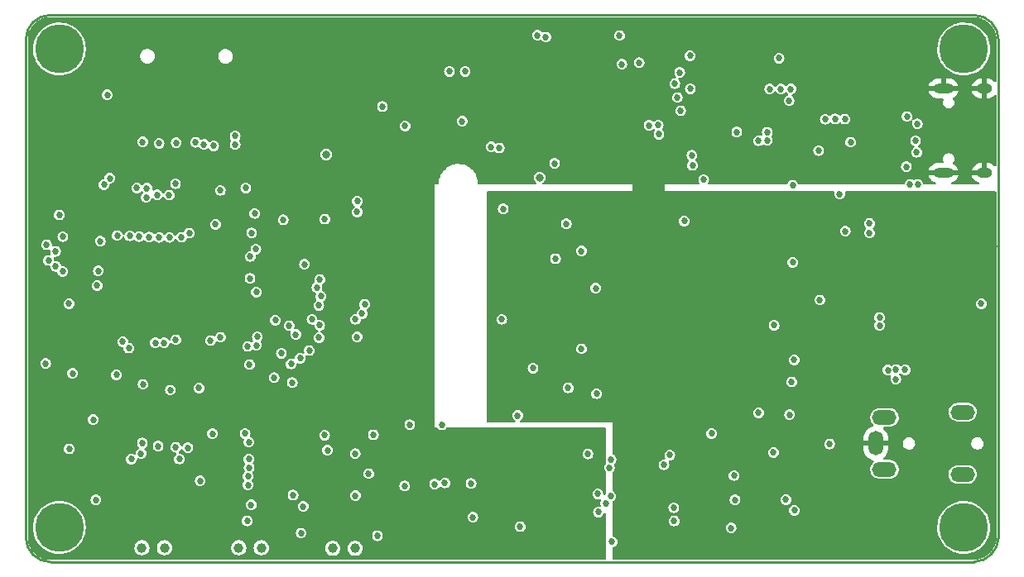
<source format=gbr>
%TF.GenerationSoftware,KiCad,Pcbnew,(6.0.4)*%
%TF.CreationDate,2023-04-20T20:53:16+03:00*%
%TF.ProjectId,mp3_test_board,6d70335f-7465-4737-945f-626f6172642e,rev?*%
%TF.SameCoordinates,Original*%
%TF.FileFunction,Copper,L3,Inr*%
%TF.FilePolarity,Positive*%
%FSLAX46Y46*%
G04 Gerber Fmt 4.6, Leading zero omitted, Abs format (unit mm)*
G04 Created by KiCad (PCBNEW (6.0.4)) date 2023-04-20 20:53:16*
%MOMM*%
%LPD*%
G01*
G04 APERTURE LIST*
%TA.AperFunction,Profile*%
%ADD10C,0.250000*%
%TD*%
%TA.AperFunction,ComponentPad*%
%ADD11C,1.000000*%
%TD*%
%TA.AperFunction,ComponentPad*%
%ADD12C,0.800000*%
%TD*%
%TA.AperFunction,ComponentPad*%
%ADD13C,5.000000*%
%TD*%
%TA.AperFunction,ComponentPad*%
%ADD14O,1.500000X2.500000*%
%TD*%
%TA.AperFunction,ComponentPad*%
%ADD15O,2.500000X1.500000*%
%TD*%
%TA.AperFunction,ComponentPad*%
%ADD16O,1.600000X1.000000*%
%TD*%
%TA.AperFunction,ComponentPad*%
%ADD17O,2.100000X1.000000*%
%TD*%
%TA.AperFunction,ViaPad*%
%ADD18C,0.685800*%
%TD*%
%TA.AperFunction,ViaPad*%
%ADD19C,0.800000*%
%TD*%
G04 APERTURE END LIST*
D10*
X173467769Y-99232295D02*
G75*
G03*
X175960000Y-96750000I-93569J2586195D01*
G01*
X175960001Y-45750000D02*
G75*
G03*
X173467767Y-43232233I-2528101J-10100D01*
G01*
X78967767Y-43232167D02*
G75*
G03*
X76467767Y-45732233I33J-2500033D01*
G01*
X76467767Y-45732233D02*
X76467767Y-96732233D01*
X78967767Y-99232233D02*
X173467767Y-99232233D01*
X175960000Y-96750000D02*
X175960000Y-45750000D01*
X173467767Y-43232233D02*
X78967767Y-43232233D01*
X76467767Y-96732233D02*
G75*
G03*
X78967767Y-99232233I2500033J33D01*
G01*
D11*
%TO.N,*%
%TO.C,SW7*%
X110150000Y-97852500D03*
X107850000Y-97852500D03*
%TD*%
%TO.N,*%
%TO.C,SW6*%
X100550000Y-97780000D03*
X98250000Y-97780000D03*
%TD*%
D12*
%TO.N,N/C*%
%TO.C,H4*%
X172400000Y-44825000D03*
X171074175Y-48025825D03*
X173725825Y-45374175D03*
X171074175Y-45374175D03*
D13*
X172400000Y-46700000D03*
D12*
X174275000Y-46700000D03*
X172400000Y-48575000D03*
X173725825Y-48025825D03*
X170525000Y-46700000D03*
%TD*%
%TO.N,N/C*%
%TO.C,H2*%
X79900000Y-44825000D03*
X81225825Y-45374175D03*
X81225825Y-48025825D03*
D13*
X79900000Y-46700000D03*
D12*
X79900000Y-48575000D03*
X78574175Y-45374175D03*
X78574175Y-48025825D03*
X81775000Y-46700000D03*
X78025000Y-46700000D03*
%TD*%
%TO.N,N/C*%
%TO.C,H1*%
X78574175Y-97025825D03*
X78025000Y-95700000D03*
X78574175Y-94374175D03*
D13*
X79900000Y-95700000D03*
D12*
X81225825Y-97025825D03*
X81775000Y-95700000D03*
X79900000Y-93825000D03*
X81225825Y-94374175D03*
X79900000Y-97575000D03*
%TD*%
D11*
%TO.N,*%
%TO.C,SW8*%
X88350000Y-97780000D03*
X90650000Y-97780000D03*
%TD*%
D12*
%TO.N,N/C*%
%TO.C,H3*%
X171074175Y-94374175D03*
X171074175Y-97025825D03*
X173725825Y-97025825D03*
X173725825Y-94374175D03*
X172400000Y-93825000D03*
X174275000Y-95700000D03*
X170525000Y-95700000D03*
X172400000Y-97575000D03*
D13*
X172400000Y-95700000D03*
%TD*%
D14*
%TO.N,GND*%
%TO.C,J2*%
X163395000Y-87100000D03*
D15*
%TO.N,unconnected-(J2-Pad2)*%
X164295000Y-84450000D03*
%TO.N,Net-(D10-Pad2)*%
X172295000Y-83900000D03*
X172295000Y-90300000D03*
%TO.N,Net-(D9-Pad2)*%
X164295000Y-89750000D03*
%TD*%
D16*
%TO.N,GND*%
%TO.C,P2*%
X174505000Y-50750000D03*
D17*
X170325000Y-50750000D03*
X170325000Y-59390000D03*
D16*
X174505000Y-59390000D03*
%TD*%
D18*
%TO.N,+3V3*%
X133961747Y-88173555D03*
X107042700Y-64123938D03*
X94301140Y-90939455D03*
X84800000Y-51400000D03*
X154722700Y-50803938D03*
X83641747Y-92880055D03*
X152550000Y-50800000D03*
X103721408Y-80873216D03*
X139200000Y-48100000D03*
X102800000Y-64200000D03*
X112946020Y-52603980D03*
X94190000Y-81420000D03*
X91780000Y-60500000D03*
X96371564Y-61171564D03*
X101862358Y-80364166D03*
X119011747Y-85198555D03*
X153689132Y-50800000D03*
X115741747Y-85189949D03*
X110363806Y-63391630D03*
X88461747Y-81043555D03*
X153689132Y-50800000D03*
X79905000Y-63695000D03*
X136425747Y-97171555D03*
X154533762Y-51995000D03*
X103806445Y-92393555D03*
%TO.N,GND*%
X151807700Y-93478938D03*
X87870000Y-70420000D03*
X117082700Y-54803938D03*
X90870000Y-68920000D03*
X95531747Y-94063555D03*
X98942700Y-58783938D03*
X103301747Y-94783555D03*
X79030000Y-53570000D03*
X79203364Y-60413938D03*
X148900000Y-49300000D03*
X164032700Y-71143938D03*
X83640000Y-94830000D03*
X78812700Y-69833938D03*
X81182900Y-82920000D03*
X88208280Y-60143328D03*
X153991747Y-55863555D03*
X163570000Y-76630000D03*
X148900000Y-50300000D03*
X94161747Y-94373555D03*
X167732462Y-58793700D03*
X114740000Y-68990000D03*
X134950400Y-88922876D03*
X90870000Y-73420000D03*
X151411747Y-85487555D03*
X154010000Y-57300000D03*
X98942700Y-57873938D03*
X138243761Y-50924999D03*
X173601638Y-76325000D03*
X83141747Y-87650555D03*
X175500000Y-66900000D03*
X106672700Y-44293938D03*
X114740000Y-66520000D03*
X150800000Y-60000000D03*
X77992327Y-76792387D03*
X137750000Y-71400421D03*
X112670000Y-94310000D03*
X106660000Y-54090000D03*
X151800000Y-60000000D03*
X114730000Y-67750000D03*
X90870000Y-70420000D03*
X167665900Y-51100000D03*
X161672700Y-51513938D03*
X162482700Y-51533938D03*
X135878600Y-82725370D03*
X165934700Y-68513938D03*
X87870000Y-71920000D03*
X135750000Y-75425000D03*
X149000000Y-60000000D03*
X148900000Y-51300000D03*
X92370000Y-73420000D03*
X92370000Y-70420000D03*
X164012700Y-68433938D03*
X116058762Y-48100000D03*
X164972700Y-71143938D03*
X146900000Y-49300000D03*
X124900000Y-78386638D03*
X165032700Y-68463938D03*
X160992700Y-69373938D03*
X105166842Y-82718650D03*
X88665115Y-82395115D03*
X106860000Y-50040000D03*
X87870000Y-68920000D03*
X146900000Y-51300000D03*
X106421747Y-82719150D03*
X114341747Y-94318555D03*
X103802700Y-69303938D03*
X90870000Y-71920000D03*
X91880000Y-82440000D03*
X79000000Y-51200000D03*
X160100500Y-80200000D03*
X123800000Y-49200000D03*
X103782700Y-65463938D03*
X102620000Y-56730000D03*
X103782700Y-68153938D03*
X77738032Y-74522857D03*
X147900000Y-51300000D03*
X92370000Y-71920000D03*
X144800000Y-82875000D03*
X155330000Y-55110000D03*
X153175000Y-82775000D03*
X168035500Y-68853938D03*
X106830000Y-95120000D03*
X146900000Y-50300000D03*
X139400000Y-51700000D03*
X78420000Y-63540000D03*
X125235000Y-66956238D03*
X99020000Y-96676555D03*
X168700000Y-64400000D03*
X106721747Y-46203555D03*
X87870000Y-73420000D03*
X108210000Y-81740000D03*
X135409747Y-86249555D03*
X89370000Y-70420000D03*
X162000000Y-56200000D03*
X86944149Y-91229149D03*
X151157747Y-89551555D03*
X150300000Y-82775000D03*
X135412700Y-48653938D03*
X149900000Y-60000000D03*
X133771747Y-91403555D03*
X153600000Y-71500000D03*
X165772700Y-71153938D03*
X159582700Y-57773938D03*
X148000000Y-60000000D03*
X147900000Y-49300000D03*
X82091747Y-87803555D03*
X143381747Y-46533555D03*
X101746200Y-49146200D03*
X106542700Y-48243938D03*
X136325000Y-64910000D03*
X94231747Y-85963555D03*
X78321747Y-91071745D03*
X85921400Y-49200000D03*
X89370000Y-73420000D03*
X115804381Y-44795619D03*
X95501747Y-92962400D03*
X147900000Y-50300000D03*
X136292700Y-48663938D03*
X151411747Y-95393555D03*
X85371747Y-56023555D03*
X101625371Y-77086891D03*
X103950000Y-91430000D03*
X114740000Y-65400000D03*
X117201747Y-85189949D03*
X134592700Y-48633938D03*
X146607700Y-89478938D03*
X150335000Y-71420000D03*
X107420000Y-84814155D03*
X94420000Y-97680000D03*
X163570000Y-76630000D03*
X89370000Y-68920000D03*
X85747828Y-77291808D03*
X154040967Y-58498576D03*
X106700000Y-52410000D03*
X144625000Y-71450000D03*
X102800000Y-62000000D03*
X89370000Y-71920000D03*
X92370000Y-68920000D03*
%TO.N,+1V8A*%
X99339147Y-79018736D03*
X85745602Y-80066863D03*
X91140719Y-61659100D03*
%TO.N,Net-(C5-Pad2)*%
X84467800Y-60592797D03*
X92388385Y-65976917D03*
%TO.N,Net-(C6-Pad2)*%
X85057836Y-59932782D03*
X93201747Y-65563555D03*
%TO.N,VBUS*%
X159252700Y-53873938D03*
X160242700Y-53873938D03*
X167472700Y-56093938D03*
X158232700Y-53893938D03*
X142843193Y-50244431D03*
%TO.N,+5VA*%
X157682100Y-72403600D03*
X148607700Y-95752276D03*
X162760000Y-65540000D03*
X134750000Y-71200000D03*
X163800000Y-74190000D03*
X149007700Y-92878938D03*
X154582700Y-84153938D03*
X146607700Y-86078938D03*
X163790000Y-75020000D03*
X134836200Y-82000000D03*
X148907700Y-90378938D03*
X162760000Y-64552141D03*
%TO.N,-5VA*%
X164651747Y-79583555D03*
X165452700Y-80523938D03*
X166402700Y-79553938D03*
X165472700Y-79533938D03*
X125154539Y-74382100D03*
X160290000Y-65350000D03*
X155050000Y-78550000D03*
X125300000Y-63075000D03*
%TO.N,Net-(C61-Pad1)*%
X141224102Y-55432536D03*
X143106209Y-51662961D03*
X140212700Y-54513938D03*
X141150000Y-54500000D03*
%TO.N,Net-(R53-Pad1)*%
X99400000Y-70200000D03*
X104972700Y-68753938D03*
%TO.N,VCC*%
X166902700Y-60563938D03*
X153512700Y-47633938D03*
X149182700Y-55203938D03*
X167702700Y-60563938D03*
X151411747Y-56093938D03*
X152312700Y-55233938D03*
X144439288Y-50765514D03*
X152302700Y-56053938D03*
%TO.N,/SOC/SDC_D1*%
X88430000Y-56220000D03*
%TO.N,/SOC/SDC_D0*%
X90103854Y-56365910D03*
%TO.N,/SOC/SDC_CLK*%
X91852700Y-56303938D03*
X87822731Y-60940267D03*
%TO.N,/SOC/SDC_CMD*%
X93830000Y-56250000D03*
X88856230Y-60965924D03*
%TO.N,/SOC/SDC_D3*%
X88777366Y-61901661D03*
X94685717Y-56476951D03*
%TO.N,/SOC/SDC_D2*%
X89907331Y-61628569D03*
X95687115Y-56621476D03*
%TO.N,Net-(D10-Pad2)*%
X155082700Y-93953938D03*
X158682700Y-87153938D03*
%TO.N,Net-(D12-Pad1)*%
X126771747Y-84243555D03*
D19*
X129010000Y-59870000D03*
D18*
X130556000Y-58420000D03*
X127025302Y-95610000D03*
X104840000Y-93550000D03*
%TO.N,/SOC/LCD_RS*%
X103603143Y-78948866D03*
X110353230Y-76186770D03*
%TO.N,/SOC/LCD_WR*%
X106463868Y-76258911D03*
X102610679Y-77859321D03*
%TO.N,/SOC/LCD_RD*%
X103410000Y-75040000D03*
X106530000Y-74990000D03*
%TO.N,/SOC/LCD_D3*%
X101991564Y-74478436D03*
X105736110Y-74384100D03*
%TO.N,/SOC/LCD_D4*%
X110193653Y-74382875D03*
X104090000Y-75950000D03*
%TO.N,/SOC/LCD_D5*%
X110860000Y-73800000D03*
X105470000Y-77575900D03*
%TO.N,/SOC/LCD_D6*%
X104530000Y-78380000D03*
X111140000Y-72830000D03*
%TO.N,/SOC/LCD_D7*%
X106440000Y-72950000D03*
X100150000Y-76170000D03*
%TO.N,/SOC/LCD_D10*%
X100038217Y-77048215D03*
X106640154Y-72022937D03*
%TO.N,/SOC/LCD_D11*%
X106240000Y-71130000D03*
X99160000Y-77160000D03*
%TO.N,/SOC/LCD_D12*%
X106539408Y-70296864D03*
X96391747Y-76213555D03*
%TO.N,Net-(P2-PadA7)*%
X167590000Y-57280000D03*
X167650000Y-54370000D03*
%TO.N,/SOC/LCD_PWM*%
X99430000Y-67950895D03*
X121100000Y-54100000D03*
%TO.N,/SOC/KEYS*%
X78497915Y-78910430D03*
X99517247Y-93383094D03*
X99110000Y-95030000D03*
X104630000Y-96280000D03*
%TO.N,/SOC/FLASH_SPI_CS*%
X122191747Y-94648555D03*
X118281747Y-91278555D03*
X90111747Y-65993555D03*
%TO.N,Net-(R7-Pad1)*%
X112438694Y-96552500D03*
X154205747Y-92853555D03*
%TO.N,Net-(R10-Pad1)*%
X152935747Y-88027555D03*
%TO.N,Net-(R10-Pad2)*%
X154915724Y-60640400D03*
X151411747Y-83963555D03*
%TO.N,Net-(R11-Pad2)*%
X157563266Y-57108938D03*
%TO.N,Net-(R12-Pad2)*%
X159720000Y-61564338D03*
%TO.N,/SOC/USB_DM*%
X128800000Y-45300000D03*
X97882700Y-55603938D03*
X83760000Y-70920000D03*
X166532700Y-58753938D03*
%TO.N,/SOC/USB_DP*%
X97882700Y-56489241D03*
X83888691Y-69420000D03*
X129667090Y-45478652D03*
X166596256Y-53603826D03*
%TO.N,Net-(C41-Pad1)*%
X142740400Y-93682876D03*
X130647130Y-68187206D03*
%TO.N,Net-(C42-Pad1)*%
X131950000Y-81400000D03*
X142340400Y-88282876D03*
X128350000Y-79400000D03*
%TO.N,Net-(C43-Pad1)*%
X133299500Y-77403938D03*
X141740400Y-89282876D03*
%TO.N,Net-(C44-Pad1)*%
X142790400Y-95032876D03*
X131750000Y-64600000D03*
X133291500Y-67400000D03*
%TO.N,Net-(C49-Pad2)*%
X154915456Y-68551764D03*
X143808191Y-64328447D03*
%TO.N,Net-(C51-Pad2)*%
X153000000Y-75000000D03*
X154800000Y-80800000D03*
%TO.N,/NewDAC/I2C_SCL*%
X137432700Y-48253938D03*
X137189927Y-45311165D03*
X124069069Y-56729083D03*
X136332700Y-88753938D03*
X86998311Y-77326991D03*
%TO.N,/NewDAC/I2C_SDIN*%
X144400000Y-47400000D03*
X136164573Y-89572143D03*
X86390691Y-76683129D03*
X124896874Y-56840750D03*
%TO.N,/Power/AUDIO_PWR_EN*%
X174200000Y-72800000D03*
X95361747Y-76563555D03*
%TO.N,DEBUG_UART_RX*%
X121400000Y-49000000D03*
X99880000Y-63540000D03*
%TO.N,DEBUG_UART_TX*%
X119800000Y-49000000D03*
X99569393Y-65544814D03*
%TO.N,/SOC/FLASH_SPI_MOSI*%
X89081747Y-65963555D03*
X115221747Y-91464455D03*
%TO.N,/NewDAC/I2S_MCLK*%
X134971564Y-92271564D03*
X112020000Y-86220000D03*
%TO.N,/SOC/FLASH_SPI_HOLD*%
X85821747Y-65803555D03*
X110181747Y-92445455D03*
%TO.N,/SOC/FLASH_SPI_WP*%
X87101747Y-65833555D03*
X122011747Y-91208555D03*
%TO.N,/SOC/FLASH_SPI_CLK*%
X111543100Y-90188555D03*
X91151747Y-65993555D03*
%TO.N,/NewDAC/I2S_LRCK*%
X110160000Y-88150000D03*
X135030000Y-94135900D03*
X91820959Y-76471537D03*
%TO.N,/NewDAC/I2S_BCLK*%
X136273997Y-92485338D03*
X89725481Y-76798038D03*
%TO.N,/NewDAC/I2S_DIN*%
X135780000Y-93220000D03*
X90611862Y-76798038D03*
%TO.N,/Power/IRQ*%
X143345000Y-49105900D03*
X143442322Y-53022870D03*
%TO.N,+1V8B*%
X100000000Y-67200000D03*
X98967745Y-60942861D03*
%TO.N,+0V9*%
X81260000Y-79920000D03*
X145800000Y-60100000D03*
X144600000Y-57600000D03*
X91255092Y-81637264D03*
X80884847Y-72793555D03*
X100050955Y-71605900D03*
X144662700Y-58613938D03*
%TO.N,/SOC/FLASH_SPI_MISO*%
X88061747Y-65903555D03*
X119331747Y-91148555D03*
%TO.N,/Power/PWR_KEY*%
X95866195Y-64657643D03*
D19*
X107190000Y-57500000D03*
D18*
%TO.N,Net-(C76-Pad2)*%
X80920000Y-87650555D03*
X87270000Y-88716555D03*
%TO.N,Net-(C60-Pad1)*%
X107321747Y-87798555D03*
X98899644Y-86090356D03*
%TO.N,/SOC/WIFI_SDIO_CMD*%
X90001747Y-87383555D03*
X80234638Y-69480871D03*
X99307816Y-89588936D03*
%TO.N,/SOC/WIFI_SDIO_D0*%
X92165183Y-88690119D03*
X79523906Y-68953025D03*
X99277281Y-88704160D03*
%TO.N,/SOC/WIFI_SDIO_CLK*%
X78791009Y-68347125D03*
X91817721Y-87485785D03*
%TO.N,/SOC/WIFI_SDIO_D1*%
X79513004Y-67426584D03*
X93051747Y-87543555D03*
X99287165Y-86963756D03*
%TO.N,/SOC/WIFI_SDIO_D2*%
X88391747Y-87063555D03*
X99206024Y-90468367D03*
X80260000Y-65920000D03*
%TO.N,/SOC/WIFI_SDIO_D3*%
X78584186Y-66744186D03*
X88261747Y-88143555D03*
X99191747Y-91353555D03*
%TO.N,Net-(L1-Pad1)*%
X95568398Y-86095896D03*
X107029180Y-86257655D03*
%TO.N,Net-(P1-Pad38)*%
X115254264Y-54575502D03*
X110372700Y-62283938D03*
%TO.N,Net-(R13-Pad2)*%
X160842700Y-56233938D03*
%TO.N,/SOC/WIFI_REG_ON*%
X83365698Y-84656655D03*
X84089420Y-66383555D03*
%TD*%
%TA.AperFunction,Conductor*%
%TO.N,GND*%
G36*
X141832700Y-63353938D02*
G01*
X138482700Y-63353938D01*
X138482700Y-59353938D01*
X141832700Y-59353938D01*
X141832700Y-63353938D01*
G37*
%TD.AperFunction*%
%TD*%
%TA.AperFunction,Conductor*%
%TO.N,GND*%
G36*
X159136475Y-61290002D02*
G01*
X159182968Y-61343658D01*
X159193072Y-61413932D01*
X159192035Y-61418986D01*
X159190587Y-61422482D01*
X159171911Y-61564338D01*
X159190587Y-61706194D01*
X159245341Y-61838382D01*
X159288892Y-61895138D01*
X159327414Y-61945342D01*
X159327417Y-61945345D01*
X159332443Y-61951895D01*
X159445955Y-62038997D01*
X159578144Y-62093751D01*
X159720000Y-62112427D01*
X159861856Y-62093751D01*
X159994045Y-62038997D01*
X160107557Y-61951895D01*
X160112583Y-61945345D01*
X160112586Y-61945342D01*
X160151108Y-61895138D01*
X160194659Y-61838382D01*
X160249413Y-61706194D01*
X160268089Y-61564338D01*
X160249413Y-61422482D01*
X160250088Y-61422393D01*
X160251628Y-61357636D01*
X160291422Y-61298840D01*
X160356686Y-61270891D01*
X160371646Y-61270000D01*
X175633500Y-61270000D01*
X175701621Y-61290002D01*
X175748114Y-61343658D01*
X175759500Y-61396000D01*
X175759500Y-96706266D01*
X175758531Y-96713507D01*
X175758851Y-96713520D01*
X175758256Y-96727695D01*
X175754524Y-96741384D01*
X175757097Y-96755336D01*
X175756502Y-96769516D01*
X175755846Y-96769488D01*
X175756184Y-96777445D01*
X175755542Y-96783998D01*
X175733627Y-97007732D01*
X175731390Y-97022035D01*
X175676574Y-97275980D01*
X175672712Y-97289932D01*
X175589123Y-97535927D01*
X175583685Y-97549344D01*
X175472439Y-97784111D01*
X175465498Y-97796816D01*
X175328046Y-98017288D01*
X175319695Y-98029112D01*
X175157872Y-98232351D01*
X175148222Y-98243136D01*
X175075366Y-98315702D01*
X174964137Y-98426486D01*
X174953310Y-98436095D01*
X174749428Y-98597105D01*
X174737570Y-98605410D01*
X174516560Y-98741974D01*
X174503828Y-98748864D01*
X174268609Y-98859176D01*
X174255171Y-98864560D01*
X174008841Y-98947167D01*
X173994873Y-98950973D01*
X173961323Y-98958075D01*
X173740708Y-99004775D01*
X173726413Y-99006953D01*
X173496804Y-99028517D01*
X173488778Y-99028130D01*
X173488804Y-99028887D01*
X173474623Y-99029375D01*
X173460690Y-99026698D01*
X173446975Y-99030328D01*
X173432792Y-99030816D01*
X173432790Y-99030755D01*
X173425273Y-99031733D01*
X136626000Y-99031733D01*
X136557879Y-99011731D01*
X136511386Y-98958075D01*
X136500000Y-98905733D01*
X136500000Y-97813161D01*
X136520002Y-97745040D01*
X136577782Y-97696752D01*
X136692164Y-97649374D01*
X136692166Y-97649373D01*
X136699792Y-97646214D01*
X136813304Y-97559112D01*
X136818330Y-97552562D01*
X136818333Y-97552559D01*
X136881297Y-97470502D01*
X136900406Y-97445599D01*
X136955160Y-97313411D01*
X136973836Y-97171555D01*
X136955160Y-97029699D01*
X136900406Y-96897511D01*
X136856855Y-96840755D01*
X136818333Y-96790551D01*
X136818330Y-96790548D01*
X136813304Y-96783998D01*
X136794395Y-96769488D01*
X136706342Y-96701922D01*
X136699792Y-96696896D01*
X136692166Y-96693737D01*
X136692164Y-96693736D01*
X136577782Y-96646358D01*
X136522501Y-96601810D01*
X136500000Y-96529949D01*
X136500000Y-95752276D01*
X148059611Y-95752276D01*
X148078287Y-95894132D01*
X148133041Y-96026320D01*
X148175151Y-96081199D01*
X148215114Y-96133280D01*
X148215117Y-96133283D01*
X148220143Y-96139833D01*
X148333655Y-96226935D01*
X148465844Y-96281689D01*
X148607700Y-96300365D01*
X148749556Y-96281689D01*
X148881745Y-96226935D01*
X148995257Y-96139833D01*
X149000283Y-96133283D01*
X149000286Y-96133280D01*
X149040249Y-96081199D01*
X149082359Y-96026320D01*
X149137113Y-95894132D01*
X149155789Y-95752276D01*
X149145177Y-95671669D01*
X169694712Y-95671669D01*
X169710902Y-95996879D01*
X169711543Y-96000610D01*
X169711544Y-96000618D01*
X169763051Y-96300365D01*
X169766045Y-96317789D01*
X169767133Y-96321428D01*
X169767134Y-96321431D01*
X169790697Y-96400218D01*
X169859341Y-96629749D01*
X169860854Y-96633220D01*
X169860856Y-96633226D01*
X169916011Y-96759772D01*
X169989439Y-96928242D01*
X170154455Y-97208944D01*
X170156756Y-97211959D01*
X170349698Y-97464775D01*
X170349703Y-97464781D01*
X170351998Y-97467788D01*
X170354642Y-97470502D01*
X170573448Y-97695112D01*
X170579208Y-97701025D01*
X170832792Y-97905276D01*
X171109078Y-98077583D01*
X171404063Y-98215451D01*
X171407672Y-98216634D01*
X171532065Y-98257412D01*
X171713474Y-98316881D01*
X172032830Y-98380405D01*
X172036602Y-98380692D01*
X172036610Y-98380693D01*
X172353728Y-98404815D01*
X172353733Y-98404815D01*
X172357505Y-98405102D01*
X172682795Y-98390615D01*
X173003989Y-98337154D01*
X173316434Y-98245493D01*
X173615604Y-98116959D01*
X173618882Y-98115055D01*
X173618888Y-98115052D01*
X173842615Y-97985100D01*
X173897165Y-97953415D01*
X174157040Y-97757230D01*
X174357342Y-97564139D01*
X174388730Y-97533881D01*
X174388733Y-97533877D01*
X174391464Y-97531245D01*
X174393862Y-97528300D01*
X174594643Y-97281678D01*
X174594647Y-97281672D01*
X174597040Y-97278733D01*
X174770792Y-97003354D01*
X174910202Y-96709095D01*
X175013251Y-96400218D01*
X175078446Y-96081199D01*
X175104843Y-95756658D01*
X175105436Y-95700000D01*
X175100036Y-95610420D01*
X175086069Y-95378755D01*
X175086069Y-95378751D01*
X175085841Y-95374977D01*
X175083050Y-95359692D01*
X175042076Y-95135341D01*
X175027342Y-95054663D01*
X174930784Y-94743696D01*
X174797567Y-94446582D01*
X174629621Y-94167624D01*
X174627294Y-94164640D01*
X174627289Y-94164633D01*
X174431713Y-93913858D01*
X174431711Y-93913856D01*
X174429377Y-93910863D01*
X174199738Y-93680018D01*
X174191269Y-93673341D01*
X173947010Y-93480783D01*
X173944029Y-93478433D01*
X173665954Y-93309029D01*
X173470146Y-93220000D01*
X173372994Y-93175827D01*
X173372986Y-93175824D01*
X173369542Y-93174258D01*
X173059085Y-93076073D01*
X172917071Y-93049368D01*
X172742805Y-93016597D01*
X172742800Y-93016596D01*
X172739081Y-93015897D01*
X172414166Y-92994601D01*
X172410386Y-92994809D01*
X172410385Y-92994809D01*
X172313156Y-93000160D01*
X172089045Y-93012494D01*
X172085318Y-93013155D01*
X172085314Y-93013155D01*
X171999153Y-93028425D01*
X171768429Y-93069315D01*
X171764804Y-93070420D01*
X171764799Y-93070421D01*
X171563196Y-93131866D01*
X171456961Y-93164244D01*
X171453497Y-93165775D01*
X171453490Y-93165778D01*
X171346127Y-93213243D01*
X171159153Y-93295903D01*
X171155899Y-93297839D01*
X171155893Y-93297842D01*
X170882578Y-93460447D01*
X170879319Y-93462386D01*
X170876318Y-93464701D01*
X170876314Y-93464704D01*
X170855473Y-93480783D01*
X170621513Y-93661282D01*
X170618812Y-93663941D01*
X170618805Y-93663947D01*
X170417764Y-93861856D01*
X170389469Y-93889710D01*
X170387105Y-93892677D01*
X170387102Y-93892680D01*
X170193289Y-94135900D01*
X170186548Y-94144360D01*
X170015690Y-94421544D01*
X169879369Y-94717247D01*
X169878210Y-94720848D01*
X169878207Y-94720854D01*
X169865977Y-94758832D01*
X169779560Y-95027185D01*
X169778841Y-95030901D01*
X169778839Y-95030909D01*
X169718428Y-95343151D01*
X169718427Y-95343160D01*
X169717709Y-95346870D01*
X169717442Y-95350646D01*
X169717441Y-95350651D01*
X169698469Y-95618609D01*
X169694712Y-95671669D01*
X149145177Y-95671669D01*
X149137113Y-95610420D01*
X149082359Y-95478232D01*
X149032980Y-95413880D01*
X149000286Y-95371272D01*
X149000283Y-95371269D01*
X148995257Y-95364719D01*
X148976924Y-95350651D01*
X148888295Y-95282643D01*
X148881745Y-95277617D01*
X148749556Y-95222863D01*
X148607700Y-95204187D01*
X148465844Y-95222863D01*
X148333656Y-95277617D01*
X148220143Y-95364719D01*
X148133041Y-95478232D01*
X148078287Y-95610420D01*
X148059611Y-95752276D01*
X136500000Y-95752276D01*
X136500000Y-95032876D01*
X142242311Y-95032876D01*
X142260987Y-95174732D01*
X142315741Y-95306920D01*
X142343542Y-95343151D01*
X142397814Y-95413880D01*
X142397817Y-95413883D01*
X142402843Y-95420433D01*
X142409393Y-95425459D01*
X142409394Y-95425460D01*
X142509805Y-95502509D01*
X142516355Y-95507535D01*
X142648544Y-95562289D01*
X142790400Y-95580965D01*
X142932256Y-95562289D01*
X143064445Y-95507535D01*
X143070995Y-95502509D01*
X143171406Y-95425460D01*
X143171407Y-95425459D01*
X143177957Y-95420433D01*
X143182983Y-95413883D01*
X143182986Y-95413880D01*
X143237258Y-95343151D01*
X143265059Y-95306920D01*
X143319813Y-95174732D01*
X143338489Y-95032876D01*
X143319813Y-94891020D01*
X143265059Y-94758832D01*
X143207630Y-94683989D01*
X143182986Y-94651872D01*
X143182983Y-94651869D01*
X143177957Y-94645319D01*
X143132658Y-94610559D01*
X143070995Y-94563243D01*
X143064445Y-94558217D01*
X142932256Y-94503463D01*
X142790400Y-94484787D01*
X142648544Y-94503463D01*
X142516356Y-94558217D01*
X142402843Y-94645319D01*
X142315741Y-94758832D01*
X142260987Y-94891020D01*
X142242311Y-95032876D01*
X136500000Y-95032876D01*
X136500000Y-93682876D01*
X142192311Y-93682876D01*
X142210987Y-93824732D01*
X142265741Y-93956920D01*
X142309292Y-94013677D01*
X142347814Y-94063880D01*
X142347817Y-94063883D01*
X142352843Y-94070433D01*
X142359393Y-94075459D01*
X142359394Y-94075460D01*
X142395838Y-94103425D01*
X142466355Y-94157535D01*
X142598544Y-94212289D01*
X142740400Y-94230965D01*
X142882256Y-94212289D01*
X143014445Y-94157535D01*
X143084962Y-94103425D01*
X143121406Y-94075460D01*
X143121407Y-94075459D01*
X143127957Y-94070433D01*
X143132983Y-94063883D01*
X143132986Y-94063880D01*
X143171508Y-94013677D01*
X143215059Y-93956920D01*
X143216294Y-93953938D01*
X154534611Y-93953938D01*
X154553287Y-94095794D01*
X154608041Y-94227982D01*
X154646234Y-94277756D01*
X154690114Y-94334942D01*
X154690117Y-94334945D01*
X154695143Y-94341495D01*
X154808655Y-94428597D01*
X154940844Y-94483351D01*
X155082700Y-94502027D01*
X155224556Y-94483351D01*
X155356745Y-94428597D01*
X155470257Y-94341495D01*
X155475283Y-94334945D01*
X155475286Y-94334942D01*
X155519166Y-94277756D01*
X155557359Y-94227982D01*
X155612113Y-94095794D01*
X155630789Y-93953938D01*
X155612113Y-93812082D01*
X155557359Y-93679894D01*
X155486701Y-93587811D01*
X155475286Y-93572934D01*
X155475283Y-93572931D01*
X155470257Y-93566381D01*
X155447879Y-93549209D01*
X155363295Y-93484305D01*
X155356745Y-93479279D01*
X155224556Y-93424525D01*
X155082700Y-93405849D01*
X154940844Y-93424525D01*
X154808656Y-93479279D01*
X154695143Y-93566381D01*
X154608041Y-93679894D01*
X154553287Y-93812082D01*
X154534611Y-93953938D01*
X143216294Y-93953938D01*
X143269813Y-93824732D01*
X143288489Y-93682876D01*
X143269813Y-93541020D01*
X143215059Y-93408832D01*
X143168819Y-93348571D01*
X143132986Y-93301872D01*
X143132983Y-93301869D01*
X143127957Y-93295319D01*
X143090394Y-93266495D01*
X143020995Y-93213243D01*
X143014445Y-93208217D01*
X142882256Y-93153463D01*
X142740400Y-93134787D01*
X142598544Y-93153463D01*
X142466356Y-93208217D01*
X142352843Y-93295319D01*
X142265741Y-93408832D01*
X142210987Y-93541020D01*
X142192311Y-93682876D01*
X136500000Y-93682876D01*
X136500000Y-93058998D01*
X136520002Y-92990877D01*
X136549295Y-92959036D01*
X136653679Y-92878938D01*
X148459611Y-92878938D01*
X148478287Y-93020794D01*
X148533041Y-93152982D01*
X148541683Y-93164244D01*
X148615114Y-93259942D01*
X148615117Y-93259945D01*
X148620143Y-93266495D01*
X148626693Y-93271521D01*
X148626694Y-93271522D01*
X148727105Y-93348571D01*
X148733655Y-93353597D01*
X148865844Y-93408351D01*
X149007700Y-93427027D01*
X149149556Y-93408351D01*
X149281745Y-93353597D01*
X149288295Y-93348571D01*
X149388706Y-93271522D01*
X149388707Y-93271521D01*
X149395257Y-93266495D01*
X149400283Y-93259945D01*
X149400286Y-93259942D01*
X149473717Y-93164244D01*
X149482359Y-93152982D01*
X149537113Y-93020794D01*
X149555789Y-92878938D01*
X149552447Y-92853555D01*
X153657658Y-92853555D01*
X153676334Y-92995411D01*
X153731088Y-93127599D01*
X153758357Y-93163136D01*
X153813161Y-93234559D01*
X153813164Y-93234562D01*
X153818190Y-93241112D01*
X153824740Y-93246138D01*
X153824741Y-93246139D01*
X153888833Y-93295319D01*
X153931702Y-93328214D01*
X154063891Y-93382968D01*
X154205747Y-93401644D01*
X154347603Y-93382968D01*
X154479792Y-93328214D01*
X154522661Y-93295319D01*
X154586753Y-93246139D01*
X154586754Y-93246138D01*
X154593304Y-93241112D01*
X154598330Y-93234562D01*
X154598333Y-93234559D01*
X154653137Y-93163136D01*
X154680406Y-93127599D01*
X154735160Y-92995411D01*
X154753836Y-92853555D01*
X154735160Y-92711699D01*
X154680406Y-92579511D01*
X154636855Y-92522754D01*
X154598333Y-92472551D01*
X154598330Y-92472548D01*
X154593304Y-92465998D01*
X154508755Y-92401120D01*
X154486342Y-92383922D01*
X154479792Y-92378896D01*
X154347603Y-92324142D01*
X154205747Y-92305466D01*
X154063891Y-92324142D01*
X153931703Y-92378896D01*
X153818190Y-92465998D01*
X153731088Y-92579511D01*
X153676334Y-92711699D01*
X153657658Y-92853555D01*
X149552447Y-92853555D01*
X149537113Y-92737082D01*
X149482359Y-92604894D01*
X149436867Y-92545608D01*
X149400286Y-92497934D01*
X149400283Y-92497931D01*
X149395257Y-92491381D01*
X149355627Y-92460971D01*
X149288295Y-92409305D01*
X149281745Y-92404279D01*
X149149556Y-92349525D01*
X149007700Y-92330849D01*
X148865844Y-92349525D01*
X148733656Y-92404279D01*
X148620143Y-92491381D01*
X148533041Y-92604894D01*
X148478287Y-92737082D01*
X148459611Y-92878938D01*
X136653679Y-92878938D01*
X136655003Y-92877922D01*
X136655004Y-92877921D01*
X136661554Y-92872895D01*
X136666580Y-92866345D01*
X136666583Y-92866342D01*
X136716739Y-92800977D01*
X136748656Y-92759382D01*
X136803410Y-92627194D01*
X136822086Y-92485338D01*
X136803410Y-92343482D01*
X136748656Y-92211294D01*
X136686053Y-92129708D01*
X136666583Y-92104334D01*
X136666580Y-92104331D01*
X136661554Y-92097781D01*
X136655003Y-92092754D01*
X136549295Y-92011640D01*
X136507428Y-91954301D01*
X136500000Y-91911678D01*
X136500000Y-90378938D01*
X148359611Y-90378938D01*
X148378287Y-90520794D01*
X148433041Y-90652982D01*
X148456826Y-90683979D01*
X148515114Y-90759942D01*
X148515117Y-90759945D01*
X148520143Y-90766495D01*
X148633655Y-90853597D01*
X148765844Y-90908351D01*
X148907700Y-90927027D01*
X149049556Y-90908351D01*
X149181745Y-90853597D01*
X149295257Y-90766495D01*
X149300283Y-90759945D01*
X149300286Y-90759942D01*
X149358574Y-90683979D01*
X149382359Y-90652982D01*
X149437113Y-90520794D01*
X149455789Y-90378938D01*
X149437113Y-90237082D01*
X149382359Y-90104894D01*
X149337783Y-90046802D01*
X149300286Y-89997934D01*
X149300283Y-89997931D01*
X149295257Y-89991381D01*
X149181745Y-89904279D01*
X149049556Y-89849525D01*
X148907700Y-89830849D01*
X148765844Y-89849525D01*
X148633656Y-89904279D01*
X148520143Y-89991381D01*
X148433041Y-90104894D01*
X148378287Y-90237082D01*
X148359611Y-90378938D01*
X136500000Y-90378938D01*
X136500000Y-90061837D01*
X136520002Y-89993716D01*
X136540550Y-89971378D01*
X136539739Y-89970567D01*
X136545580Y-89964726D01*
X136552130Y-89959700D01*
X136639232Y-89846187D01*
X136693986Y-89713999D01*
X136712662Y-89572143D01*
X136693986Y-89430287D01*
X136646550Y-89315766D01*
X136643014Y-89282876D01*
X141192311Y-89282876D01*
X141210987Y-89424732D01*
X141265741Y-89556920D01*
X141296998Y-89597655D01*
X141347814Y-89663880D01*
X141347817Y-89663883D01*
X141352843Y-89670433D01*
X141359393Y-89675459D01*
X141359394Y-89675460D01*
X141413615Y-89717066D01*
X141466355Y-89757535D01*
X141598544Y-89812289D01*
X141740400Y-89830965D01*
X141882256Y-89812289D01*
X142014445Y-89757535D01*
X142067185Y-89717066D01*
X142121406Y-89675460D01*
X142121407Y-89675459D01*
X142127957Y-89670433D01*
X142132983Y-89663883D01*
X142132986Y-89663880D01*
X142183802Y-89597655D01*
X142215059Y-89556920D01*
X142269813Y-89424732D01*
X142288489Y-89282876D01*
X142269813Y-89141020D01*
X142215059Y-89008832D01*
X142216986Y-89008034D01*
X142202882Y-88949889D01*
X142226104Y-88882798D01*
X142281912Y-88838912D01*
X142328739Y-88829887D01*
X142332212Y-88829887D01*
X142340400Y-88830965D01*
X142482256Y-88812289D01*
X142614445Y-88757535D01*
X142655748Y-88725842D01*
X142721406Y-88675460D01*
X142721407Y-88675459D01*
X142727957Y-88670433D01*
X142732983Y-88663883D01*
X142732986Y-88663880D01*
X142771508Y-88613677D01*
X142815059Y-88556920D01*
X142869813Y-88424732D01*
X142888489Y-88282876D01*
X142869813Y-88141020D01*
X142822814Y-88027555D01*
X152387658Y-88027555D01*
X152406334Y-88169411D01*
X152461088Y-88301599D01*
X152504639Y-88358355D01*
X152543161Y-88408559D01*
X152543164Y-88408562D01*
X152548190Y-88415112D01*
X152554740Y-88420138D01*
X152554741Y-88420139D01*
X152590527Y-88447599D01*
X152661702Y-88502214D01*
X152793891Y-88556968D01*
X152935747Y-88575644D01*
X153077603Y-88556968D01*
X153209792Y-88502214D01*
X153280967Y-88447599D01*
X153316753Y-88420139D01*
X153316754Y-88420138D01*
X153323304Y-88415112D01*
X153328330Y-88408562D01*
X153328333Y-88408559D01*
X153366855Y-88358355D01*
X153410406Y-88301599D01*
X153465160Y-88169411D01*
X153483836Y-88027555D01*
X153465160Y-87885699D01*
X153410406Y-87753511D01*
X153354145Y-87680190D01*
X153328333Y-87646551D01*
X153328330Y-87646548D01*
X153323304Y-87639998D01*
X153224266Y-87564002D01*
X153216342Y-87557922D01*
X153209792Y-87552896D01*
X153077603Y-87498142D01*
X152935747Y-87479466D01*
X152793891Y-87498142D01*
X152661703Y-87552896D01*
X152548190Y-87639998D01*
X152461088Y-87753511D01*
X152406334Y-87885699D01*
X152387658Y-88027555D01*
X142822814Y-88027555D01*
X142815059Y-88008832D01*
X142771508Y-87952075D01*
X142732986Y-87901872D01*
X142732983Y-87901869D01*
X142727957Y-87895319D01*
X142705476Y-87878068D01*
X142620995Y-87813243D01*
X142614445Y-87808217D01*
X142482256Y-87753463D01*
X142340400Y-87734787D01*
X142198544Y-87753463D01*
X142066356Y-87808217D01*
X141952843Y-87895319D01*
X141865741Y-88008832D01*
X141810987Y-88141020D01*
X141792311Y-88282876D01*
X141810987Y-88424732D01*
X141833836Y-88479894D01*
X141865741Y-88556920D01*
X141863814Y-88557718D01*
X141877918Y-88615863D01*
X141854696Y-88682954D01*
X141798888Y-88726840D01*
X141752061Y-88735865D01*
X141748588Y-88735865D01*
X141740400Y-88734787D01*
X141598544Y-88753463D01*
X141466356Y-88808217D01*
X141352843Y-88895319D01*
X141265741Y-89008832D01*
X141210987Y-89141020D01*
X141192311Y-89282876D01*
X136643014Y-89282876D01*
X136638961Y-89245178D01*
X136670740Y-89181691D01*
X136686254Y-89167587D01*
X136693846Y-89161761D01*
X136720257Y-89141495D01*
X136725283Y-89134945D01*
X136725286Y-89134942D01*
X136763808Y-89084738D01*
X136807359Y-89027982D01*
X136862113Y-88895794D01*
X136880789Y-88753938D01*
X136862113Y-88612082D01*
X136807359Y-88479894D01*
X136757650Y-88415112D01*
X136725286Y-88372934D01*
X136725283Y-88372931D01*
X136720257Y-88366381D01*
X136606745Y-88279279D01*
X136577781Y-88267282D01*
X136522501Y-88222733D01*
X136500000Y-88150873D01*
X136500000Y-87153938D01*
X158134611Y-87153938D01*
X158153287Y-87295794D01*
X158208041Y-87427982D01*
X158247546Y-87479466D01*
X158290114Y-87534942D01*
X158290117Y-87534945D01*
X158295143Y-87541495D01*
X158301693Y-87546521D01*
X158301694Y-87546522D01*
X158324474Y-87564002D01*
X158408655Y-87628597D01*
X158540844Y-87683351D01*
X158682700Y-87702027D01*
X158824556Y-87683351D01*
X158894994Y-87654175D01*
X162137000Y-87654175D01*
X162137249Y-87659770D01*
X162151378Y-87818078D01*
X162153360Y-87829092D01*
X162209651Y-88034860D01*
X162213549Y-88045341D01*
X162305397Y-88237903D01*
X162311082Y-88247516D01*
X162435575Y-88420767D01*
X162442883Y-88429233D01*
X162596082Y-88577692D01*
X162604779Y-88584735D01*
X162781844Y-88703719D01*
X162791642Y-88709105D01*
X162986990Y-88794857D01*
X162997582Y-88798422D01*
X163106879Y-88824661D01*
X163168448Y-88860013D01*
X163201131Y-88923039D01*
X163194551Y-88993730D01*
X163159463Y-89042848D01*
X163103125Y-89091136D01*
X163099214Y-89096178D01*
X163099213Y-89096179D01*
X163030638Y-89184586D01*
X162984773Y-89243714D01*
X162899519Y-89416974D01*
X162897912Y-89423144D01*
X162897910Y-89423149D01*
X162856968Y-89580331D01*
X162850845Y-89603837D01*
X162850511Y-89610216D01*
X162841159Y-89788665D01*
X162840739Y-89796671D01*
X162869614Y-89987599D01*
X162871820Y-89993594D01*
X162871820Y-89993595D01*
X162934086Y-90162832D01*
X162934088Y-90162836D01*
X162936290Y-90168821D01*
X163038045Y-90332934D01*
X163170721Y-90473235D01*
X163175951Y-90476897D01*
X163175952Y-90476898D01*
X163253621Y-90531282D01*
X163328898Y-90583991D01*
X163506115Y-90660680D01*
X163512363Y-90661985D01*
X163512362Y-90661985D01*
X163690388Y-90699177D01*
X163690392Y-90699177D01*
X163695133Y-90700168D01*
X163701468Y-90700500D01*
X164843259Y-90700500D01*
X164913649Y-90693350D01*
X164980761Y-90686533D01*
X164980762Y-90686533D01*
X164987110Y-90685888D01*
X165171373Y-90628144D01*
X165340261Y-90534528D01*
X165486875Y-90408864D01*
X165510088Y-90378938D01*
X165535117Y-90346671D01*
X170840739Y-90346671D01*
X170869614Y-90537599D01*
X170871820Y-90543594D01*
X170871820Y-90543595D01*
X170934086Y-90712832D01*
X170934088Y-90712836D01*
X170936290Y-90718821D01*
X171038045Y-90882934D01*
X171170721Y-91023235D01*
X171175951Y-91026897D01*
X171175952Y-91026898D01*
X171258257Y-91084528D01*
X171328898Y-91133991D01*
X171506115Y-91210680D01*
X171512363Y-91211985D01*
X171512362Y-91211985D01*
X171690388Y-91249177D01*
X171690392Y-91249177D01*
X171695133Y-91250168D01*
X171701468Y-91250500D01*
X172843259Y-91250500D01*
X172913649Y-91243350D01*
X172980761Y-91236533D01*
X172980762Y-91236533D01*
X172987110Y-91235888D01*
X173171373Y-91178144D01*
X173340261Y-91084528D01*
X173486875Y-90958864D01*
X173490787Y-90953821D01*
X173601311Y-90811335D01*
X173601313Y-90811332D01*
X173605227Y-90806286D01*
X173690481Y-90633026D01*
X173692088Y-90626856D01*
X173692090Y-90626851D01*
X173737545Y-90452345D01*
X173737545Y-90452342D01*
X173739155Y-90446163D01*
X173745089Y-90332934D01*
X173748927Y-90259710D01*
X173748927Y-90259706D01*
X173749261Y-90253329D01*
X173720386Y-90062401D01*
X173692407Y-89986355D01*
X173655914Y-89887168D01*
X173655912Y-89887164D01*
X173653710Y-89881179D01*
X173551955Y-89717066D01*
X173419279Y-89576765D01*
X173400985Y-89563955D01*
X173266335Y-89469673D01*
X173266334Y-89469672D01*
X173261102Y-89466009D01*
X173083885Y-89389320D01*
X173042853Y-89380748D01*
X172899612Y-89350823D01*
X172899608Y-89350823D01*
X172894867Y-89349832D01*
X172888532Y-89349500D01*
X171746741Y-89349500D01*
X171676351Y-89356650D01*
X171609239Y-89363467D01*
X171609238Y-89363467D01*
X171602890Y-89364112D01*
X171418627Y-89421856D01*
X171249739Y-89515472D01*
X171103125Y-89641136D01*
X171099214Y-89646178D01*
X171099213Y-89646179D01*
X171040019Y-89722492D01*
X170984773Y-89793714D01*
X170899519Y-89966974D01*
X170897912Y-89973144D01*
X170897910Y-89973149D01*
X170861606Y-90112524D01*
X170850845Y-90153837D01*
X170850511Y-90160216D01*
X170841216Y-90337574D01*
X170840739Y-90346671D01*
X165535117Y-90346671D01*
X165601311Y-90261335D01*
X165601313Y-90261332D01*
X165605227Y-90256286D01*
X165690481Y-90083026D01*
X165692088Y-90076856D01*
X165692090Y-90076851D01*
X165737545Y-89902345D01*
X165737545Y-89902342D01*
X165739155Y-89896163D01*
X165748702Y-89713999D01*
X165748927Y-89709710D01*
X165748927Y-89709706D01*
X165749261Y-89703329D01*
X165720386Y-89512401D01*
X165690938Y-89432363D01*
X165655914Y-89337168D01*
X165655912Y-89337164D01*
X165653710Y-89331179D01*
X165551955Y-89167066D01*
X165419279Y-89026765D01*
X165410121Y-89020352D01*
X165266335Y-88919673D01*
X165266334Y-88919672D01*
X165261102Y-88916009D01*
X165140406Y-88863779D01*
X165089741Y-88841854D01*
X165089740Y-88841854D01*
X165083885Y-88839320D01*
X165038732Y-88829887D01*
X164899612Y-88800823D01*
X164899608Y-88800823D01*
X164894867Y-88799832D01*
X164888532Y-88799500D01*
X164269594Y-88799500D01*
X164201473Y-88779498D01*
X164154980Y-88725842D01*
X164144876Y-88655568D01*
X164174370Y-88590988D01*
X164192890Y-88573537D01*
X164245508Y-88533162D01*
X164253724Y-88525607D01*
X164397312Y-88367806D01*
X164404067Y-88358906D01*
X164517434Y-88178185D01*
X164522511Y-88168219D01*
X164602080Y-87970286D01*
X164605315Y-87959571D01*
X164648777Y-87749699D01*
X164649980Y-87740562D01*
X164652895Y-87690010D01*
X164653000Y-87686363D01*
X164653000Y-87372115D01*
X164648525Y-87356876D01*
X164647135Y-87355671D01*
X164639452Y-87354000D01*
X162155115Y-87354000D01*
X162139876Y-87358475D01*
X162138671Y-87359865D01*
X162137000Y-87367548D01*
X162137000Y-87654175D01*
X158894994Y-87654175D01*
X158956745Y-87628597D01*
X159040926Y-87564002D01*
X159063706Y-87546522D01*
X159063707Y-87546521D01*
X159070257Y-87541495D01*
X159075283Y-87534945D01*
X159075286Y-87534942D01*
X159117854Y-87479466D01*
X159157359Y-87427982D01*
X159212113Y-87295794D01*
X159230789Y-87153938D01*
X159218426Y-87060033D01*
X166159737Y-87060033D01*
X166169756Y-87219272D01*
X166219060Y-87371017D01*
X166304554Y-87505732D01*
X166310331Y-87511157D01*
X166342638Y-87541495D01*
X166420864Y-87614955D01*
X166427807Y-87618772D01*
X166439984Y-87625466D01*
X166560682Y-87691820D01*
X166715223Y-87731500D01*
X166834730Y-87731500D01*
X166838655Y-87731004D01*
X166838658Y-87731004D01*
X166945437Y-87717515D01*
X166945439Y-87717515D01*
X166953296Y-87716522D01*
X167025331Y-87688001D01*
X167094276Y-87660704D01*
X167094278Y-87660703D01*
X167101645Y-87657786D01*
X167120425Y-87644142D01*
X167224313Y-87568662D01*
X167230727Y-87564002D01*
X167332431Y-87441064D01*
X167400366Y-87296695D01*
X167430263Y-87139967D01*
X167425234Y-87060033D01*
X173159737Y-87060033D01*
X173169756Y-87219272D01*
X173219060Y-87371017D01*
X173304554Y-87505732D01*
X173310331Y-87511157D01*
X173342638Y-87541495D01*
X173420864Y-87614955D01*
X173427807Y-87618772D01*
X173439984Y-87625466D01*
X173560682Y-87691820D01*
X173715223Y-87731500D01*
X173834730Y-87731500D01*
X173838655Y-87731004D01*
X173838658Y-87731004D01*
X173945437Y-87717515D01*
X173945439Y-87717515D01*
X173953296Y-87716522D01*
X174025331Y-87688001D01*
X174094276Y-87660704D01*
X174094278Y-87660703D01*
X174101645Y-87657786D01*
X174120425Y-87644142D01*
X174224313Y-87568662D01*
X174230727Y-87564002D01*
X174332431Y-87441064D01*
X174400366Y-87296695D01*
X174430263Y-87139967D01*
X174420244Y-86980728D01*
X174370940Y-86828983D01*
X174285446Y-86694268D01*
X174169136Y-86585045D01*
X174029318Y-86508180D01*
X173874777Y-86468500D01*
X173755270Y-86468500D01*
X173751345Y-86468996D01*
X173751342Y-86468996D01*
X173644563Y-86482485D01*
X173644561Y-86482485D01*
X173636704Y-86483478D01*
X173629336Y-86486395D01*
X173629337Y-86486395D01*
X173495724Y-86539296D01*
X173495722Y-86539297D01*
X173488355Y-86542214D01*
X173481944Y-86546872D01*
X173481942Y-86546873D01*
X173434657Y-86581228D01*
X173359273Y-86635998D01*
X173257569Y-86758936D01*
X173189634Y-86903305D01*
X173159737Y-87060033D01*
X167425234Y-87060033D01*
X167420244Y-86980728D01*
X167370940Y-86828983D01*
X167285446Y-86694268D01*
X167169136Y-86585045D01*
X167029318Y-86508180D01*
X166874777Y-86468500D01*
X166755270Y-86468500D01*
X166751345Y-86468996D01*
X166751342Y-86468996D01*
X166644563Y-86482485D01*
X166644561Y-86482485D01*
X166636704Y-86483478D01*
X166629336Y-86486395D01*
X166629337Y-86486395D01*
X166495724Y-86539296D01*
X166495722Y-86539297D01*
X166488355Y-86542214D01*
X166481944Y-86546872D01*
X166481942Y-86546873D01*
X166434657Y-86581228D01*
X166359273Y-86635998D01*
X166257569Y-86758936D01*
X166189634Y-86903305D01*
X166159737Y-87060033D01*
X159218426Y-87060033D01*
X159212113Y-87012082D01*
X159157359Y-86879894D01*
X159117450Y-86827885D01*
X162137000Y-86827885D01*
X162141475Y-86843124D01*
X162142865Y-86844329D01*
X162150548Y-86846000D01*
X164634885Y-86846000D01*
X164650124Y-86841525D01*
X164651329Y-86840135D01*
X164653000Y-86832452D01*
X164653000Y-86545825D01*
X164652751Y-86540230D01*
X164638622Y-86381922D01*
X164636640Y-86370908D01*
X164580349Y-86165140D01*
X164576451Y-86154659D01*
X164484603Y-85962097D01*
X164478918Y-85952484D01*
X164354425Y-85779233D01*
X164347117Y-85770767D01*
X164189885Y-85618399D01*
X164191333Y-85616905D01*
X164156172Y-85565993D01*
X164153815Y-85495036D01*
X164190194Y-85434068D01*
X164253760Y-85402447D01*
X164275823Y-85400500D01*
X164843259Y-85400500D01*
X164913649Y-85393350D01*
X164980761Y-85386533D01*
X164980762Y-85386533D01*
X164987110Y-85385888D01*
X165171373Y-85328144D01*
X165340261Y-85234528D01*
X165486875Y-85108864D01*
X165490787Y-85103821D01*
X165601311Y-84961335D01*
X165601313Y-84961332D01*
X165605227Y-84956286D01*
X165690481Y-84783026D01*
X165692088Y-84776856D01*
X165692090Y-84776851D01*
X165737545Y-84602345D01*
X165737545Y-84602342D01*
X165739155Y-84596163D01*
X165745089Y-84482934D01*
X165748927Y-84409710D01*
X165748927Y-84409706D01*
X165749261Y-84403329D01*
X165720386Y-84212401D01*
X165698876Y-84153938D01*
X165655914Y-84037168D01*
X165655912Y-84037164D01*
X165653710Y-84031179D01*
X165601312Y-83946671D01*
X170840739Y-83946671D01*
X170869614Y-84137599D01*
X170871820Y-84143594D01*
X170871820Y-84143595D01*
X170934086Y-84312832D01*
X170934088Y-84312836D01*
X170936290Y-84318821D01*
X171038045Y-84482934D01*
X171170721Y-84623235D01*
X171175951Y-84626897D01*
X171175952Y-84626898D01*
X171306366Y-84718214D01*
X171328898Y-84733991D01*
X171506115Y-84810680D01*
X171512363Y-84811985D01*
X171512362Y-84811985D01*
X171690388Y-84849177D01*
X171690392Y-84849177D01*
X171695133Y-84850168D01*
X171701468Y-84850500D01*
X172843259Y-84850500D01*
X172913649Y-84843350D01*
X172980761Y-84836533D01*
X172980762Y-84836533D01*
X172987110Y-84835888D01*
X173171373Y-84778144D01*
X173340261Y-84684528D01*
X173486875Y-84558864D01*
X173490787Y-84553821D01*
X173601311Y-84411335D01*
X173601313Y-84411332D01*
X173605227Y-84406286D01*
X173690481Y-84233026D01*
X173692088Y-84226856D01*
X173692090Y-84226851D01*
X173737545Y-84052345D01*
X173737545Y-84052342D01*
X173739155Y-84046163D01*
X173747869Y-83879894D01*
X173748927Y-83859710D01*
X173748927Y-83859706D01*
X173749261Y-83853329D01*
X173720386Y-83662401D01*
X173707614Y-83627686D01*
X173655914Y-83487168D01*
X173655912Y-83487164D01*
X173653710Y-83481179D01*
X173551955Y-83317066D01*
X173419279Y-83176765D01*
X173337672Y-83119623D01*
X173266335Y-83069673D01*
X173266334Y-83069672D01*
X173261102Y-83066009D01*
X173083885Y-82989320D01*
X173042853Y-82980748D01*
X172899612Y-82950823D01*
X172899608Y-82950823D01*
X172894867Y-82949832D01*
X172888532Y-82949500D01*
X171746741Y-82949500D01*
X171676351Y-82956650D01*
X171609239Y-82963467D01*
X171609238Y-82963467D01*
X171602890Y-82964112D01*
X171418627Y-83021856D01*
X171249739Y-83115472D01*
X171103125Y-83241136D01*
X171099214Y-83246178D01*
X171099213Y-83246179D01*
X171040019Y-83322492D01*
X170984773Y-83393714D01*
X170899519Y-83566974D01*
X170897912Y-83573144D01*
X170897910Y-83573149D01*
X170856688Y-83731404D01*
X170850845Y-83753837D01*
X170847289Y-83821699D01*
X170841159Y-83938665D01*
X170840739Y-83946671D01*
X165601312Y-83946671D01*
X165551955Y-83867066D01*
X165419279Y-83726765D01*
X165401252Y-83714142D01*
X165266335Y-83619673D01*
X165266334Y-83619672D01*
X165261102Y-83616009D01*
X165083885Y-83539320D01*
X165042853Y-83530748D01*
X164899612Y-83500823D01*
X164899608Y-83500823D01*
X164894867Y-83499832D01*
X164888532Y-83499500D01*
X163746741Y-83499500D01*
X163676351Y-83506650D01*
X163609239Y-83513467D01*
X163609238Y-83513467D01*
X163602890Y-83514112D01*
X163418627Y-83571856D01*
X163249739Y-83665472D01*
X163103125Y-83791136D01*
X163099214Y-83796178D01*
X163099213Y-83796179D01*
X163028359Y-83887524D01*
X162984773Y-83943714D01*
X162899519Y-84116974D01*
X162897912Y-84123144D01*
X162897910Y-84123149D01*
X162864414Y-84251743D01*
X162850845Y-84303837D01*
X162848104Y-84356139D01*
X162841099Y-84489807D01*
X162840739Y-84496671D01*
X162869614Y-84687599D01*
X162871820Y-84693594D01*
X162871820Y-84693595D01*
X162934086Y-84862832D01*
X162934088Y-84862836D01*
X162936290Y-84868821D01*
X163038045Y-85032934D01*
X163162849Y-85164910D01*
X163195120Y-85228147D01*
X163188080Y-85298793D01*
X163143963Y-85354419D01*
X163108349Y-85371912D01*
X162923117Y-85428898D01*
X162912771Y-85433119D01*
X162723186Y-85530971D01*
X162713755Y-85536957D01*
X162544499Y-85666832D01*
X162536276Y-85674393D01*
X162392688Y-85832194D01*
X162385933Y-85841094D01*
X162272566Y-86021815D01*
X162267489Y-86031781D01*
X162187920Y-86229714D01*
X162184685Y-86240429D01*
X162141223Y-86450301D01*
X162140020Y-86459438D01*
X162137105Y-86509990D01*
X162137000Y-86513637D01*
X162137000Y-86827885D01*
X159117450Y-86827885D01*
X159113158Y-86822291D01*
X159075286Y-86772934D01*
X159075283Y-86772931D01*
X159070257Y-86766381D01*
X158956745Y-86679279D01*
X158824556Y-86624525D01*
X158682700Y-86605849D01*
X158540844Y-86624525D01*
X158408656Y-86679279D01*
X158295143Y-86766381D01*
X158208041Y-86879894D01*
X158153287Y-87012082D01*
X158134611Y-87153938D01*
X136500000Y-87153938D01*
X136500000Y-86078938D01*
X146059611Y-86078938D01*
X146078287Y-86220794D01*
X146133041Y-86352982D01*
X146155248Y-86381922D01*
X146215114Y-86459942D01*
X146215117Y-86459945D01*
X146220143Y-86466495D01*
X146226693Y-86471521D01*
X146226694Y-86471522D01*
X146323526Y-86545825D01*
X146333655Y-86553597D01*
X146465844Y-86608351D01*
X146607700Y-86627027D01*
X146749556Y-86608351D01*
X146881745Y-86553597D01*
X146891874Y-86545825D01*
X146988706Y-86471522D01*
X146988707Y-86471521D01*
X146995257Y-86466495D01*
X147000283Y-86459945D01*
X147000286Y-86459942D01*
X147060152Y-86381922D01*
X147082359Y-86352982D01*
X147137113Y-86220794D01*
X147155789Y-86078938D01*
X147137113Y-85937082D01*
X147082359Y-85804894D01*
X147038808Y-85748137D01*
X147000286Y-85697934D01*
X147000283Y-85697931D01*
X146995257Y-85691381D01*
X146881745Y-85604279D01*
X146749556Y-85549525D01*
X146607700Y-85530849D01*
X146465844Y-85549525D01*
X146333656Y-85604279D01*
X146220143Y-85691381D01*
X146133041Y-85804894D01*
X146078287Y-85937082D01*
X146059611Y-86078938D01*
X136500000Y-86078938D01*
X136500000Y-84950000D01*
X127112410Y-84950000D01*
X127044289Y-84929998D01*
X126997796Y-84876342D01*
X126987692Y-84806068D01*
X127017186Y-84741488D01*
X127044951Y-84718563D01*
X127045792Y-84718214D01*
X127093922Y-84681282D01*
X127152753Y-84636139D01*
X127152754Y-84636138D01*
X127159304Y-84631112D01*
X127164330Y-84624562D01*
X127164333Y-84624559D01*
X127214742Y-84558864D01*
X127246406Y-84517599D01*
X127301160Y-84385411D01*
X127319836Y-84243555D01*
X127301160Y-84101699D01*
X127246406Y-83969511D01*
X127241836Y-83963555D01*
X150863658Y-83963555D01*
X150882334Y-84105411D01*
X150937088Y-84237599D01*
X150975459Y-84287605D01*
X151019161Y-84344559D01*
X151019164Y-84344562D01*
X151024190Y-84351112D01*
X151030740Y-84356138D01*
X151030741Y-84356139D01*
X151131152Y-84433188D01*
X151137702Y-84438214D01*
X151269891Y-84492968D01*
X151411747Y-84511644D01*
X151553603Y-84492968D01*
X151685792Y-84438214D01*
X151692342Y-84433188D01*
X151792753Y-84356139D01*
X151792754Y-84356138D01*
X151799304Y-84351112D01*
X151804330Y-84344562D01*
X151804333Y-84344559D01*
X151848035Y-84287605D01*
X151886406Y-84237599D01*
X151921059Y-84153938D01*
X154034611Y-84153938D01*
X154053287Y-84295794D01*
X154108041Y-84427982D01*
X154146044Y-84477508D01*
X154190114Y-84534942D01*
X154190117Y-84534945D01*
X154195143Y-84541495D01*
X154201693Y-84546521D01*
X154201694Y-84546522D01*
X154266387Y-84596163D01*
X154308655Y-84628597D01*
X154440844Y-84683351D01*
X154582700Y-84702027D01*
X154724556Y-84683351D01*
X154856745Y-84628597D01*
X154899013Y-84596163D01*
X154963706Y-84546522D01*
X154963707Y-84546521D01*
X154970257Y-84541495D01*
X154975283Y-84534945D01*
X154975286Y-84534942D01*
X155019356Y-84477508D01*
X155057359Y-84427982D01*
X155112113Y-84295794D01*
X155130789Y-84153938D01*
X155112113Y-84012082D01*
X155057359Y-83879894D01*
X154993122Y-83796179D01*
X154975286Y-83772934D01*
X154975283Y-83772931D01*
X154970257Y-83766381D01*
X154913856Y-83723102D01*
X154863295Y-83684305D01*
X154856745Y-83679279D01*
X154724556Y-83624525D01*
X154582700Y-83605849D01*
X154440844Y-83624525D01*
X154308656Y-83679279D01*
X154195143Y-83766381D01*
X154108041Y-83879894D01*
X154053287Y-84012082D01*
X154034611Y-84153938D01*
X151921059Y-84153938D01*
X151941160Y-84105411D01*
X151959836Y-83963555D01*
X151941160Y-83821699D01*
X151886406Y-83689511D01*
X151822210Y-83605849D01*
X151804333Y-83582551D01*
X151804330Y-83582548D01*
X151799304Y-83575998D01*
X151685792Y-83488896D01*
X151553603Y-83434142D01*
X151411747Y-83415466D01*
X151269891Y-83434142D01*
X151137703Y-83488896D01*
X151024190Y-83575998D01*
X150937088Y-83689511D01*
X150882334Y-83821699D01*
X150863658Y-83963555D01*
X127241836Y-83963555D01*
X127183495Y-83887524D01*
X127164333Y-83862551D01*
X127164330Y-83862548D01*
X127159304Y-83855998D01*
X127104661Y-83814068D01*
X127052342Y-83773922D01*
X127045792Y-83768896D01*
X126913603Y-83714142D01*
X126771747Y-83695466D01*
X126629891Y-83714142D01*
X126497703Y-83768896D01*
X126384190Y-83855998D01*
X126297088Y-83969511D01*
X126242334Y-84101699D01*
X126223658Y-84243555D01*
X126242334Y-84385411D01*
X126297088Y-84517599D01*
X126328752Y-84558864D01*
X126379161Y-84624559D01*
X126379164Y-84624562D01*
X126384190Y-84631112D01*
X126390740Y-84636138D01*
X126390741Y-84636139D01*
X126449572Y-84681282D01*
X126496065Y-84716958D01*
X126496066Y-84716959D01*
X126497702Y-84718214D01*
X126497506Y-84718469D01*
X126543078Y-84766266D01*
X126556513Y-84835980D01*
X126530125Y-84901890D01*
X126472292Y-84943071D01*
X126431084Y-84950000D01*
X123726000Y-84950000D01*
X123657879Y-84929998D01*
X123611386Y-84876342D01*
X123600000Y-84824000D01*
X123600000Y-82000000D01*
X134288111Y-82000000D01*
X134306787Y-82141856D01*
X134361541Y-82274044D01*
X134405092Y-82330801D01*
X134443614Y-82381004D01*
X134443617Y-82381007D01*
X134448643Y-82387557D01*
X134562155Y-82474659D01*
X134694344Y-82529413D01*
X134836200Y-82548089D01*
X134978056Y-82529413D01*
X135110245Y-82474659D01*
X135223757Y-82387557D01*
X135228783Y-82381007D01*
X135228786Y-82381004D01*
X135267308Y-82330801D01*
X135310859Y-82274044D01*
X135365613Y-82141856D01*
X135384289Y-82000000D01*
X135365613Y-81858144D01*
X135310859Y-81725956D01*
X135265171Y-81666414D01*
X135228786Y-81618996D01*
X135228783Y-81618993D01*
X135223757Y-81612443D01*
X135131768Y-81541856D01*
X135116795Y-81530367D01*
X135110245Y-81525341D01*
X134978056Y-81470587D01*
X134836200Y-81451911D01*
X134694344Y-81470587D01*
X134562156Y-81525341D01*
X134448643Y-81612443D01*
X134361541Y-81725956D01*
X134306787Y-81858144D01*
X134288111Y-82000000D01*
X123600000Y-82000000D01*
X123600000Y-81400000D01*
X131401911Y-81400000D01*
X131420587Y-81541856D01*
X131475341Y-81674044D01*
X131515175Y-81725956D01*
X131557414Y-81781004D01*
X131557417Y-81781007D01*
X131562443Y-81787557D01*
X131568993Y-81792583D01*
X131568994Y-81792584D01*
X131665104Y-81866333D01*
X131675955Y-81874659D01*
X131808144Y-81929413D01*
X131950000Y-81948089D01*
X132091856Y-81929413D01*
X132224045Y-81874659D01*
X132234896Y-81866333D01*
X132331006Y-81792584D01*
X132331007Y-81792583D01*
X132337557Y-81787557D01*
X132342583Y-81781007D01*
X132342586Y-81781004D01*
X132384825Y-81725956D01*
X132424659Y-81674044D01*
X132479413Y-81541856D01*
X132498089Y-81400000D01*
X132479413Y-81258144D01*
X132424659Y-81125956D01*
X132368947Y-81053351D01*
X132342586Y-81018996D01*
X132342583Y-81018993D01*
X132337557Y-81012443D01*
X132245568Y-80941856D01*
X132230595Y-80930367D01*
X132224045Y-80925341D01*
X132091856Y-80870587D01*
X131950000Y-80851911D01*
X131808144Y-80870587D01*
X131675956Y-80925341D01*
X131562443Y-81012443D01*
X131475341Y-81125956D01*
X131420587Y-81258144D01*
X131401911Y-81400000D01*
X123600000Y-81400000D01*
X123600000Y-80800000D01*
X154251911Y-80800000D01*
X154270587Y-80941856D01*
X154325341Y-81074044D01*
X154365175Y-81125956D01*
X154407414Y-81181004D01*
X154407417Y-81181007D01*
X154412443Y-81187557D01*
X154418993Y-81192583D01*
X154418994Y-81192584D01*
X154515104Y-81266333D01*
X154525955Y-81274659D01*
X154658144Y-81329413D01*
X154800000Y-81348089D01*
X154941856Y-81329413D01*
X155074045Y-81274659D01*
X155084896Y-81266333D01*
X155181006Y-81192584D01*
X155181007Y-81192583D01*
X155187557Y-81187557D01*
X155192583Y-81181007D01*
X155192586Y-81181004D01*
X155234825Y-81125956D01*
X155274659Y-81074044D01*
X155329413Y-80941856D01*
X155348089Y-80800000D01*
X155329413Y-80658144D01*
X155274659Y-80525956D01*
X155231108Y-80469200D01*
X155192586Y-80418996D01*
X155192583Y-80418993D01*
X155187557Y-80412443D01*
X155074045Y-80325341D01*
X154941856Y-80270587D01*
X154800000Y-80251911D01*
X154658144Y-80270587D01*
X154525956Y-80325341D01*
X154412443Y-80412443D01*
X154325341Y-80525956D01*
X154270587Y-80658144D01*
X154251911Y-80800000D01*
X123600000Y-80800000D01*
X123600000Y-79400000D01*
X127801911Y-79400000D01*
X127820587Y-79541856D01*
X127875341Y-79674044D01*
X127918892Y-79730800D01*
X127957414Y-79781004D01*
X127957417Y-79781007D01*
X127962443Y-79787557D01*
X128075955Y-79874659D01*
X128208144Y-79929413D01*
X128350000Y-79948089D01*
X128491856Y-79929413D01*
X128624045Y-79874659D01*
X128737557Y-79787557D01*
X128742583Y-79781007D01*
X128742586Y-79781004D01*
X128781108Y-79730800D01*
X128824659Y-79674044D01*
X128862141Y-79583555D01*
X164103658Y-79583555D01*
X164122334Y-79725411D01*
X164177088Y-79857599D01*
X164190179Y-79874659D01*
X164259161Y-79964559D01*
X164259164Y-79964562D01*
X164264190Y-79971112D01*
X164377702Y-80058214D01*
X164509891Y-80112968D01*
X164651747Y-80131644D01*
X164793603Y-80112968D01*
X164803668Y-80108799D01*
X164805887Y-80108561D01*
X164809210Y-80107670D01*
X164809349Y-80108188D01*
X164874258Y-80101211D01*
X164937744Y-80132992D01*
X164973971Y-80194051D01*
X164971435Y-80265002D01*
X164968293Y-80273427D01*
X164923287Y-80382082D01*
X164904611Y-80523938D01*
X164923287Y-80665794D01*
X164978041Y-80797982D01*
X165019422Y-80851911D01*
X165060114Y-80904942D01*
X165060117Y-80904945D01*
X165065143Y-80911495D01*
X165178655Y-80998597D01*
X165310844Y-81053351D01*
X165452700Y-81072027D01*
X165594556Y-81053351D01*
X165726745Y-80998597D01*
X165840257Y-80911495D01*
X165845283Y-80904945D01*
X165845286Y-80904942D01*
X165885978Y-80851911D01*
X165927359Y-80797982D01*
X165982113Y-80665794D01*
X166000789Y-80523938D01*
X165982113Y-80382082D01*
X165927359Y-80249894D01*
X165883808Y-80193137D01*
X165845286Y-80142934D01*
X165845283Y-80142931D01*
X165840257Y-80136381D01*
X165833707Y-80131355D01*
X165828083Y-80125731D01*
X165794059Y-80063418D01*
X165799125Y-79992602D01*
X165840469Y-79936680D01*
X165849770Y-79929542D01*
X165915988Y-79903937D01*
X165985538Y-79918196D01*
X166012641Y-79938234D01*
X166015143Y-79941495D01*
X166021693Y-79946521D01*
X166021695Y-79946523D01*
X166022331Y-79947011D01*
X166128655Y-80028597D01*
X166260844Y-80083351D01*
X166402700Y-80102027D01*
X166544556Y-80083351D01*
X166676745Y-80028597D01*
X166783069Y-79947011D01*
X166783706Y-79946522D01*
X166783707Y-79946521D01*
X166790257Y-79941495D01*
X166795283Y-79934945D01*
X166795286Y-79934942D01*
X166845399Y-79869633D01*
X166877359Y-79827982D01*
X166932113Y-79695794D01*
X166950789Y-79553938D01*
X166932113Y-79412082D01*
X166877359Y-79279894D01*
X166818009Y-79202548D01*
X166795286Y-79172934D01*
X166795283Y-79172931D01*
X166790257Y-79166381D01*
X166757641Y-79141353D01*
X166683295Y-79084305D01*
X166676745Y-79079279D01*
X166544556Y-79024525D01*
X166402700Y-79005849D01*
X166260844Y-79024525D01*
X166128656Y-79079279D01*
X166025621Y-79158341D01*
X165959403Y-79183940D01*
X165889854Y-79169675D01*
X165862760Y-79149642D01*
X165860257Y-79146381D01*
X165853707Y-79141355D01*
X165853705Y-79141353D01*
X165753295Y-79064305D01*
X165746745Y-79059279D01*
X165614556Y-79004525D01*
X165472700Y-78985849D01*
X165330844Y-79004525D01*
X165198656Y-79059279D01*
X165106598Y-79129918D01*
X165106597Y-79129919D01*
X165040376Y-79155519D01*
X164970828Y-79141254D01*
X164953188Y-79129918D01*
X164932342Y-79113922D01*
X164925792Y-79108896D01*
X164793603Y-79054142D01*
X164651747Y-79035466D01*
X164509891Y-79054142D01*
X164377703Y-79108896D01*
X164264190Y-79195998D01*
X164177088Y-79309511D01*
X164122334Y-79441699D01*
X164103658Y-79583555D01*
X128862141Y-79583555D01*
X128879413Y-79541856D01*
X128898089Y-79400000D01*
X128879413Y-79258144D01*
X128824659Y-79125956D01*
X128773496Y-79059279D01*
X128742586Y-79018996D01*
X128742583Y-79018993D01*
X128737557Y-79012443D01*
X128725834Y-79003447D01*
X128630595Y-78930367D01*
X128624045Y-78925341D01*
X128491856Y-78870587D01*
X128350000Y-78851911D01*
X128208144Y-78870587D01*
X128075956Y-78925341D01*
X127962443Y-79012443D01*
X127875341Y-79125956D01*
X127820587Y-79258144D01*
X127801911Y-79400000D01*
X123600000Y-79400000D01*
X123600000Y-78550000D01*
X154501911Y-78550000D01*
X154520587Y-78691856D01*
X154575341Y-78824044D01*
X154610228Y-78869509D01*
X154657414Y-78931004D01*
X154657417Y-78931007D01*
X154662443Y-78937557D01*
X154668993Y-78942583D01*
X154668994Y-78942584D01*
X154753484Y-79007416D01*
X154775955Y-79024659D01*
X154908144Y-79079413D01*
X155050000Y-79098089D01*
X155191856Y-79079413D01*
X155324045Y-79024659D01*
X155346516Y-79007416D01*
X155431006Y-78942584D01*
X155431007Y-78942583D01*
X155437557Y-78937557D01*
X155442583Y-78931007D01*
X155442586Y-78931004D01*
X155489772Y-78869509D01*
X155524659Y-78824044D01*
X155579413Y-78691856D01*
X155598089Y-78550000D01*
X155579413Y-78408144D01*
X155524659Y-78275956D01*
X155481108Y-78219199D01*
X155442586Y-78168996D01*
X155442583Y-78168993D01*
X155437557Y-78162443D01*
X155324045Y-78075341D01*
X155191856Y-78020587D01*
X155050000Y-78001911D01*
X154908144Y-78020587D01*
X154775956Y-78075341D01*
X154662443Y-78162443D01*
X154575341Y-78275956D01*
X154520587Y-78408144D01*
X154501911Y-78550000D01*
X123600000Y-78550000D01*
X123600000Y-77403938D01*
X132751411Y-77403938D01*
X132770087Y-77545794D01*
X132824841Y-77677982D01*
X132868392Y-77734738D01*
X132906914Y-77784942D01*
X132906917Y-77784945D01*
X132911943Y-77791495D01*
X133025455Y-77878597D01*
X133157644Y-77933351D01*
X133299500Y-77952027D01*
X133441356Y-77933351D01*
X133573545Y-77878597D01*
X133687057Y-77791495D01*
X133692083Y-77784945D01*
X133692086Y-77784942D01*
X133730608Y-77734738D01*
X133774159Y-77677982D01*
X133828913Y-77545794D01*
X133847589Y-77403938D01*
X133828913Y-77262082D01*
X133774159Y-77129894D01*
X133730608Y-77073137D01*
X133692086Y-77022934D01*
X133692083Y-77022931D01*
X133687057Y-77016381D01*
X133573545Y-76929279D01*
X133441356Y-76874525D01*
X133299500Y-76855849D01*
X133157644Y-76874525D01*
X133025456Y-76929279D01*
X132911943Y-77016381D01*
X132824841Y-77129894D01*
X132770087Y-77262082D01*
X132751411Y-77403938D01*
X123600000Y-77403938D01*
X123600000Y-75000000D01*
X152451911Y-75000000D01*
X152470587Y-75141856D01*
X152525341Y-75274044D01*
X152534833Y-75286414D01*
X152607414Y-75381004D01*
X152607417Y-75381007D01*
X152612443Y-75387557D01*
X152725955Y-75474659D01*
X152858144Y-75529413D01*
X153000000Y-75548089D01*
X153141856Y-75529413D01*
X153274045Y-75474659D01*
X153387557Y-75387557D01*
X153392583Y-75381007D01*
X153392586Y-75381004D01*
X153465167Y-75286414D01*
X153474659Y-75274044D01*
X153529413Y-75141856D01*
X153545456Y-75020000D01*
X163241911Y-75020000D01*
X163260587Y-75161856D01*
X163315341Y-75294044D01*
X163358892Y-75350801D01*
X163397414Y-75401004D01*
X163397417Y-75401007D01*
X163402443Y-75407557D01*
X163515955Y-75494659D01*
X163648144Y-75549413D01*
X163790000Y-75568089D01*
X163931856Y-75549413D01*
X164064045Y-75494659D01*
X164177557Y-75407557D01*
X164182583Y-75401007D01*
X164182586Y-75401004D01*
X164221108Y-75350801D01*
X164264659Y-75294044D01*
X164319413Y-75161856D01*
X164338089Y-75020000D01*
X164319413Y-74878144D01*
X164264659Y-74745956D01*
X164220355Y-74688218D01*
X164194755Y-74622000D01*
X164209019Y-74552452D01*
X164220349Y-74534822D01*
X164274659Y-74464044D01*
X164329413Y-74331856D01*
X164348089Y-74190000D01*
X164329413Y-74048144D01*
X164274659Y-73915956D01*
X164225284Y-73851609D01*
X164192586Y-73808996D01*
X164192583Y-73808993D01*
X164187557Y-73802443D01*
X164074045Y-73715341D01*
X163941856Y-73660587D01*
X163800000Y-73641911D01*
X163658144Y-73660587D01*
X163525956Y-73715341D01*
X163412443Y-73802443D01*
X163325341Y-73915956D01*
X163270587Y-74048144D01*
X163251911Y-74190000D01*
X163270587Y-74331856D01*
X163325341Y-74464044D01*
X163369645Y-74521782D01*
X163395245Y-74588000D01*
X163380981Y-74657548D01*
X163369651Y-74675178D01*
X163315341Y-74745956D01*
X163260587Y-74878144D01*
X163241911Y-75020000D01*
X153545456Y-75020000D01*
X153548089Y-75000000D01*
X153529413Y-74858144D01*
X153474659Y-74725956D01*
X153431108Y-74669199D01*
X153392586Y-74618996D01*
X153392583Y-74618993D01*
X153387557Y-74612443D01*
X153274045Y-74525341D01*
X153141856Y-74470587D01*
X153000000Y-74451911D01*
X152858144Y-74470587D01*
X152725956Y-74525341D01*
X152612443Y-74612443D01*
X152525341Y-74725956D01*
X152470587Y-74858144D01*
X152451911Y-75000000D01*
X123600000Y-75000000D01*
X123600000Y-74382100D01*
X124606450Y-74382100D01*
X124625126Y-74523956D01*
X124679880Y-74656144D01*
X124694494Y-74675189D01*
X124761953Y-74763104D01*
X124761956Y-74763107D01*
X124766982Y-74769657D01*
X124880494Y-74856759D01*
X125012683Y-74911513D01*
X125154539Y-74930189D01*
X125296395Y-74911513D01*
X125428584Y-74856759D01*
X125542096Y-74769657D01*
X125547122Y-74763107D01*
X125547125Y-74763104D01*
X125614584Y-74675189D01*
X125629198Y-74656144D01*
X125683952Y-74523956D01*
X125702628Y-74382100D01*
X125683952Y-74240244D01*
X125629198Y-74108056D01*
X125577370Y-74040513D01*
X125547125Y-74001096D01*
X125547122Y-74001093D01*
X125542096Y-73994543D01*
X125428584Y-73907441D01*
X125296395Y-73852687D01*
X125154539Y-73834011D01*
X125012683Y-73852687D01*
X124880495Y-73907441D01*
X124766982Y-73994543D01*
X124679880Y-74108056D01*
X124625126Y-74240244D01*
X124606450Y-74382100D01*
X123600000Y-74382100D01*
X123600000Y-72403600D01*
X157134011Y-72403600D01*
X157152687Y-72545456D01*
X157207441Y-72677644D01*
X157250992Y-72734401D01*
X157289514Y-72784604D01*
X157289517Y-72784607D01*
X157294543Y-72791157D01*
X157408055Y-72878259D01*
X157540244Y-72933013D01*
X157682100Y-72951689D01*
X157823956Y-72933013D01*
X157956145Y-72878259D01*
X158058133Y-72800000D01*
X173651911Y-72800000D01*
X173670587Y-72941856D01*
X173725341Y-73074044D01*
X173768892Y-73130800D01*
X173807414Y-73181004D01*
X173807417Y-73181007D01*
X173812443Y-73187557D01*
X173925955Y-73274659D01*
X174058144Y-73329413D01*
X174200000Y-73348089D01*
X174341856Y-73329413D01*
X174474045Y-73274659D01*
X174587557Y-73187557D01*
X174592583Y-73181007D01*
X174592586Y-73181004D01*
X174631108Y-73130801D01*
X174674659Y-73074044D01*
X174729413Y-72941856D01*
X174748089Y-72800000D01*
X174729413Y-72658144D01*
X174674659Y-72525956D01*
X174631108Y-72469200D01*
X174592586Y-72418996D01*
X174592583Y-72418993D01*
X174587557Y-72412443D01*
X174474045Y-72325341D01*
X174341856Y-72270587D01*
X174200000Y-72251911D01*
X174058144Y-72270587D01*
X173925956Y-72325341D01*
X173812443Y-72412443D01*
X173725341Y-72525956D01*
X173670587Y-72658144D01*
X173651911Y-72800000D01*
X158058133Y-72800000D01*
X158069657Y-72791157D01*
X158074683Y-72784607D01*
X158074686Y-72784604D01*
X158113208Y-72734401D01*
X158156759Y-72677644D01*
X158211513Y-72545456D01*
X158230189Y-72403600D01*
X158211513Y-72261744D01*
X158156759Y-72129556D01*
X158113208Y-72072800D01*
X158074686Y-72022596D01*
X158074683Y-72022593D01*
X158069657Y-72016043D01*
X157956145Y-71928941D01*
X157823956Y-71874187D01*
X157682100Y-71855511D01*
X157540244Y-71874187D01*
X157408056Y-71928941D01*
X157294543Y-72016043D01*
X157207441Y-72129556D01*
X157152687Y-72261744D01*
X157134011Y-72403600D01*
X123600000Y-72403600D01*
X123600000Y-71200000D01*
X134201911Y-71200000D01*
X134220587Y-71341856D01*
X134275341Y-71474044D01*
X134318892Y-71530801D01*
X134357414Y-71581004D01*
X134357417Y-71581007D01*
X134362443Y-71587557D01*
X134475955Y-71674659D01*
X134608144Y-71729413D01*
X134750000Y-71748089D01*
X134891856Y-71729413D01*
X135024045Y-71674659D01*
X135137557Y-71587557D01*
X135142583Y-71581007D01*
X135142586Y-71581004D01*
X135181108Y-71530800D01*
X135224659Y-71474044D01*
X135279413Y-71341856D01*
X135298089Y-71200000D01*
X135279413Y-71058144D01*
X135224659Y-70925956D01*
X135181108Y-70869200D01*
X135142586Y-70818996D01*
X135142583Y-70818993D01*
X135137557Y-70812443D01*
X135024045Y-70725341D01*
X134891856Y-70670587D01*
X134750000Y-70651911D01*
X134608144Y-70670587D01*
X134475956Y-70725341D01*
X134362443Y-70812443D01*
X134275341Y-70925956D01*
X134220587Y-71058144D01*
X134201911Y-71200000D01*
X123600000Y-71200000D01*
X123600000Y-68187206D01*
X130099041Y-68187206D01*
X130117717Y-68329062D01*
X130172471Y-68461250D01*
X130216022Y-68518006D01*
X130254544Y-68568210D01*
X130254547Y-68568213D01*
X130259573Y-68574763D01*
X130373085Y-68661865D01*
X130505274Y-68716619D01*
X130647130Y-68735295D01*
X130788986Y-68716619D01*
X130921175Y-68661865D01*
X131034687Y-68574763D01*
X131039713Y-68568213D01*
X131039716Y-68568210D01*
X131052335Y-68551764D01*
X154367367Y-68551764D01*
X154386043Y-68693620D01*
X154440797Y-68825808D01*
X154484348Y-68882564D01*
X154522870Y-68932768D01*
X154522873Y-68932771D01*
X154527899Y-68939321D01*
X154641411Y-69026423D01*
X154773600Y-69081177D01*
X154915456Y-69099853D01*
X155057312Y-69081177D01*
X155189501Y-69026423D01*
X155303013Y-68939321D01*
X155308039Y-68932771D01*
X155308042Y-68932768D01*
X155346564Y-68882564D01*
X155390115Y-68825808D01*
X155444869Y-68693620D01*
X155463545Y-68551764D01*
X155444869Y-68409908D01*
X155390115Y-68277720D01*
X155320661Y-68187206D01*
X155308042Y-68170760D01*
X155308039Y-68170757D01*
X155303013Y-68164207D01*
X155189501Y-68077105D01*
X155057312Y-68022351D01*
X154915456Y-68003675D01*
X154773600Y-68022351D01*
X154641412Y-68077105D01*
X154527899Y-68164207D01*
X154440797Y-68277720D01*
X154386043Y-68409908D01*
X154367367Y-68551764D01*
X131052335Y-68551764D01*
X131078238Y-68518006D01*
X131121789Y-68461250D01*
X131176543Y-68329062D01*
X131195219Y-68187206D01*
X131176543Y-68045350D01*
X131121789Y-67913162D01*
X131078238Y-67856405D01*
X131039716Y-67806202D01*
X131039713Y-67806199D01*
X131034687Y-67799649D01*
X130921175Y-67712547D01*
X130788986Y-67657793D01*
X130647130Y-67639117D01*
X130505274Y-67657793D01*
X130373086Y-67712547D01*
X130259573Y-67799649D01*
X130172471Y-67913162D01*
X130117717Y-68045350D01*
X130099041Y-68187206D01*
X123600000Y-68187206D01*
X123600000Y-67400000D01*
X132743411Y-67400000D01*
X132762087Y-67541856D01*
X132816841Y-67674044D01*
X132860392Y-67730801D01*
X132898914Y-67781004D01*
X132898917Y-67781007D01*
X132903943Y-67787557D01*
X133017455Y-67874659D01*
X133149644Y-67929413D01*
X133291500Y-67948089D01*
X133433356Y-67929413D01*
X133565545Y-67874659D01*
X133679057Y-67787557D01*
X133684083Y-67781007D01*
X133684086Y-67781004D01*
X133722608Y-67730801D01*
X133766159Y-67674044D01*
X133820913Y-67541856D01*
X133839589Y-67400000D01*
X133820913Y-67258144D01*
X133766159Y-67125956D01*
X133722608Y-67069200D01*
X133684086Y-67018996D01*
X133684083Y-67018993D01*
X133679057Y-67012443D01*
X133565545Y-66925341D01*
X133433356Y-66870587D01*
X133291500Y-66851911D01*
X133149644Y-66870587D01*
X133017456Y-66925341D01*
X132903943Y-67012443D01*
X132816841Y-67125956D01*
X132762087Y-67258144D01*
X132743411Y-67400000D01*
X123600000Y-67400000D01*
X123600000Y-65350000D01*
X159741911Y-65350000D01*
X159760587Y-65491856D01*
X159815341Y-65624044D01*
X159853418Y-65673667D01*
X159897414Y-65731004D01*
X159897417Y-65731007D01*
X159902443Y-65737557D01*
X160015955Y-65824659D01*
X160148144Y-65879413D01*
X160290000Y-65898089D01*
X160431856Y-65879413D01*
X160564045Y-65824659D01*
X160677557Y-65737557D01*
X160682583Y-65731007D01*
X160682586Y-65731004D01*
X160726582Y-65673667D01*
X160764659Y-65624044D01*
X160799471Y-65540000D01*
X162211911Y-65540000D01*
X162230587Y-65681856D01*
X162285341Y-65814044D01*
X162328892Y-65870800D01*
X162367414Y-65921004D01*
X162367417Y-65921007D01*
X162372443Y-65927557D01*
X162485955Y-66014659D01*
X162618144Y-66069413D01*
X162760000Y-66088089D01*
X162901856Y-66069413D01*
X163034045Y-66014659D01*
X163147557Y-65927557D01*
X163152583Y-65921007D01*
X163152586Y-65921004D01*
X163191108Y-65870800D01*
X163234659Y-65814044D01*
X163289413Y-65681856D01*
X163308089Y-65540000D01*
X163289413Y-65398144D01*
X163234659Y-65265956D01*
X163184443Y-65200513D01*
X163152586Y-65158996D01*
X163152583Y-65158993D01*
X163147557Y-65152443D01*
X163139206Y-65146035D01*
X163138072Y-65144482D01*
X163135165Y-65141575D01*
X163135618Y-65141122D01*
X163097338Y-65088698D01*
X163093114Y-65017827D01*
X163127877Y-64955923D01*
X163139198Y-64946113D01*
X163141003Y-64944728D01*
X163141007Y-64944724D01*
X163147557Y-64939698D01*
X163152583Y-64933148D01*
X163152586Y-64933145D01*
X163203790Y-64866414D01*
X163234659Y-64826185D01*
X163289413Y-64693997D01*
X163308089Y-64552141D01*
X163289413Y-64410285D01*
X163234659Y-64278097D01*
X163180423Y-64207416D01*
X163152586Y-64171137D01*
X163152583Y-64171134D01*
X163147557Y-64164584D01*
X163092299Y-64122182D01*
X163040595Y-64082508D01*
X163034045Y-64077482D01*
X162901856Y-64022728D01*
X162760000Y-64004052D01*
X162618144Y-64022728D01*
X162485956Y-64077482D01*
X162372443Y-64164584D01*
X162285341Y-64278097D01*
X162230587Y-64410285D01*
X162211911Y-64552141D01*
X162230587Y-64693997D01*
X162285341Y-64826185D01*
X162316210Y-64866414D01*
X162367414Y-64933145D01*
X162367417Y-64933148D01*
X162372443Y-64939698D01*
X162378993Y-64944724D01*
X162380797Y-64946108D01*
X162381933Y-64947664D01*
X162384835Y-64950566D01*
X162384383Y-64951018D01*
X162422664Y-65003446D01*
X162426886Y-65074317D01*
X162392122Y-65136220D01*
X162380803Y-65146028D01*
X162372443Y-65152443D01*
X162285341Y-65265956D01*
X162230587Y-65398144D01*
X162211911Y-65540000D01*
X160799471Y-65540000D01*
X160819413Y-65491856D01*
X160838089Y-65350000D01*
X160819413Y-65208144D01*
X160764659Y-65075956D01*
X160696828Y-64987557D01*
X160682586Y-64968996D01*
X160682583Y-64968993D01*
X160677557Y-64962443D01*
X160654466Y-64944724D01*
X160570595Y-64880367D01*
X160564045Y-64875341D01*
X160431856Y-64820587D01*
X160290000Y-64801911D01*
X160148144Y-64820587D01*
X160015956Y-64875341D01*
X159902443Y-64962443D01*
X159815341Y-65075956D01*
X159760587Y-65208144D01*
X159741911Y-65350000D01*
X123600000Y-65350000D01*
X123600000Y-64600000D01*
X131201911Y-64600000D01*
X131220587Y-64741856D01*
X131275341Y-64874044D01*
X131318892Y-64930801D01*
X131357414Y-64981004D01*
X131357417Y-64981007D01*
X131362443Y-64987557D01*
X131368993Y-64992583D01*
X131368994Y-64992584D01*
X131401891Y-65017827D01*
X131475955Y-65074659D01*
X131608144Y-65129413D01*
X131750000Y-65148089D01*
X131891856Y-65129413D01*
X132024045Y-65074659D01*
X132098109Y-65017827D01*
X132131006Y-64992584D01*
X132131007Y-64992583D01*
X132137557Y-64987557D01*
X132142583Y-64981007D01*
X132142586Y-64981004D01*
X132181108Y-64930801D01*
X132224659Y-64874044D01*
X132279413Y-64741856D01*
X132298089Y-64600000D01*
X132279413Y-64458144D01*
X132225691Y-64328447D01*
X143260102Y-64328447D01*
X143278778Y-64470303D01*
X143333532Y-64602491D01*
X143377083Y-64659248D01*
X143415605Y-64709451D01*
X143415608Y-64709454D01*
X143420634Y-64716004D01*
X143427184Y-64721030D01*
X143427185Y-64721031D01*
X143464269Y-64749487D01*
X143534146Y-64803106D01*
X143666335Y-64857860D01*
X143808191Y-64876536D01*
X143950047Y-64857860D01*
X144082236Y-64803106D01*
X144152113Y-64749487D01*
X144189197Y-64721031D01*
X144189198Y-64721030D01*
X144195748Y-64716004D01*
X144200774Y-64709454D01*
X144200777Y-64709451D01*
X144239299Y-64659248D01*
X144282850Y-64602491D01*
X144337604Y-64470303D01*
X144356280Y-64328447D01*
X144337604Y-64186591D01*
X144282850Y-64054403D01*
X144239299Y-63997646D01*
X144200777Y-63947443D01*
X144200774Y-63947440D01*
X144195748Y-63940890D01*
X144082236Y-63853788D01*
X143950047Y-63799034D01*
X143808191Y-63780358D01*
X143666335Y-63799034D01*
X143534147Y-63853788D01*
X143420634Y-63940890D01*
X143333532Y-64054403D01*
X143278778Y-64186591D01*
X143260102Y-64328447D01*
X132225691Y-64328447D01*
X132224659Y-64325956D01*
X132181108Y-64269200D01*
X132142586Y-64218996D01*
X132142583Y-64218993D01*
X132137557Y-64212443D01*
X132114539Y-64194780D01*
X132030595Y-64130367D01*
X132024045Y-64125341D01*
X131891856Y-64070587D01*
X131750000Y-64051911D01*
X131608144Y-64070587D01*
X131475956Y-64125341D01*
X131362443Y-64212443D01*
X131275341Y-64325956D01*
X131220587Y-64458144D01*
X131201911Y-64600000D01*
X123600000Y-64600000D01*
X123600000Y-63075000D01*
X124751911Y-63075000D01*
X124770587Y-63216856D01*
X124825341Y-63349044D01*
X124868892Y-63405800D01*
X124907414Y-63456004D01*
X124907417Y-63456007D01*
X124912443Y-63462557D01*
X125025955Y-63549659D01*
X125158144Y-63604413D01*
X125300000Y-63623089D01*
X125441856Y-63604413D01*
X125574045Y-63549659D01*
X125687557Y-63462557D01*
X125692583Y-63456007D01*
X125692586Y-63456004D01*
X125731108Y-63405800D01*
X125774659Y-63349044D01*
X125829413Y-63216856D01*
X125848089Y-63075000D01*
X125829413Y-62933144D01*
X125774659Y-62800956D01*
X125731108Y-62744199D01*
X125692586Y-62693996D01*
X125692583Y-62693993D01*
X125687557Y-62687443D01*
X125574045Y-62600341D01*
X125441856Y-62545587D01*
X125300000Y-62526911D01*
X125158144Y-62545587D01*
X125025956Y-62600341D01*
X124912443Y-62687443D01*
X124825341Y-62800956D01*
X124770587Y-62933144D01*
X124751911Y-63075000D01*
X123600000Y-63075000D01*
X123600000Y-61396000D01*
X123620002Y-61327879D01*
X123673658Y-61281386D01*
X123726000Y-61270000D01*
X159068354Y-61270000D01*
X159136475Y-61290002D01*
G37*
%TD.AperFunction*%
%TD*%
%TA.AperFunction,Conductor*%
%TO.N,GND*%
G36*
X173441682Y-43434343D02*
G01*
X173450706Y-43434487D01*
X173464490Y-43437863D01*
X173478373Y-43434928D01*
X173492560Y-43435154D01*
X173492548Y-43435880D01*
X173500495Y-43435347D01*
X173734481Y-43452671D01*
X173749387Y-43454675D01*
X174007253Y-43505161D01*
X174021802Y-43508923D01*
X174111603Y-43537963D01*
X174271817Y-43589773D01*
X174285825Y-43595246D01*
X174524432Y-43705312D01*
X174537682Y-43712411D01*
X174761483Y-43850128D01*
X174773776Y-43858744D01*
X174972320Y-44016384D01*
X174979576Y-44022145D01*
X174990764Y-44032173D01*
X175175623Y-44218927D01*
X175185541Y-44230222D01*
X175346825Y-44437662D01*
X175355331Y-44450064D01*
X175490753Y-44675246D01*
X175497721Y-44688575D01*
X175605343Y-44928279D01*
X175610673Y-44942341D01*
X175631487Y-45009019D01*
X175682014Y-45170877D01*
X175688971Y-45193165D01*
X175692588Y-45207764D01*
X175740443Y-45466135D01*
X175742294Y-45481058D01*
X175748452Y-45577579D01*
X175757195Y-45714632D01*
X175756562Y-45722434D01*
X175757437Y-45722432D01*
X175757469Y-45736621D01*
X175754344Y-45750463D01*
X175757531Y-45764291D01*
X175757544Y-45769969D01*
X175759500Y-45787166D01*
X175759500Y-49970621D01*
X175739498Y-50038742D01*
X175685842Y-50085235D01*
X175615568Y-50095339D01*
X175550988Y-50065845D01*
X175535304Y-50049573D01*
X175532538Y-50046133D01*
X175523954Y-50037368D01*
X175381961Y-49918222D01*
X175371841Y-49911292D01*
X175209415Y-49821998D01*
X175198142Y-49817166D01*
X175021462Y-49761120D01*
X175009468Y-49758570D01*
X174865239Y-49742393D01*
X174858215Y-49742000D01*
X174777115Y-49742000D01*
X174761876Y-49746475D01*
X174760671Y-49747865D01*
X174759000Y-49755548D01*
X174759000Y-51739885D01*
X174763475Y-51755124D01*
X174764865Y-51756329D01*
X174772548Y-51758000D01*
X174851657Y-51758000D01*
X174857805Y-51757699D01*
X174995603Y-51744188D01*
X175007638Y-51741805D01*
X175185076Y-51688233D01*
X175196416Y-51683559D01*
X175360077Y-51596540D01*
X175370294Y-51589751D01*
X175513933Y-51472603D01*
X175522632Y-51463963D01*
X175536415Y-51447303D01*
X175595249Y-51407565D01*
X175666227Y-51405944D01*
X175726815Y-51442953D01*
X175757775Y-51506843D01*
X175759500Y-51527619D01*
X175759500Y-58610621D01*
X175739498Y-58678742D01*
X175685842Y-58725235D01*
X175615568Y-58735339D01*
X175550988Y-58705845D01*
X175535304Y-58689573D01*
X175532538Y-58686133D01*
X175523954Y-58677368D01*
X175381961Y-58558222D01*
X175371841Y-58551292D01*
X175209415Y-58461998D01*
X175198142Y-58457166D01*
X175021462Y-58401120D01*
X175009468Y-58398570D01*
X174865239Y-58382393D01*
X174858215Y-58382000D01*
X174777115Y-58382000D01*
X174761876Y-58386475D01*
X174760671Y-58387865D01*
X174759000Y-58395548D01*
X174759000Y-59518000D01*
X174738998Y-59586121D01*
X174685342Y-59632614D01*
X174633000Y-59644000D01*
X173247076Y-59644000D01*
X173233545Y-59647973D01*
X173232425Y-59655768D01*
X173264138Y-59763521D01*
X173268731Y-59774889D01*
X173354607Y-59939154D01*
X173361321Y-59949415D01*
X173477468Y-60093873D01*
X173486046Y-60102632D01*
X173628039Y-60221778D01*
X173638159Y-60228708D01*
X173800585Y-60318002D01*
X173811855Y-60322833D01*
X173909785Y-60353898D01*
X173968669Y-60393561D01*
X173996761Y-60458764D01*
X173985144Y-60528803D01*
X173937504Y-60581443D01*
X173871686Y-60600000D01*
X171208210Y-60600000D01*
X171140089Y-60579998D01*
X171093596Y-60526342D01*
X171083492Y-60456068D01*
X171112986Y-60391488D01*
X171171791Y-60353378D01*
X171255079Y-60328231D01*
X171266416Y-60323559D01*
X171430077Y-60236540D01*
X171440294Y-60229751D01*
X171583933Y-60112603D01*
X171592637Y-60103959D01*
X171710784Y-59961144D01*
X171717644Y-59950973D01*
X171805804Y-59787924D01*
X171810556Y-59776619D01*
X171846250Y-59661308D01*
X171846456Y-59647205D01*
X171839701Y-59644000D01*
X168817076Y-59644000D01*
X168803545Y-59647973D01*
X168802425Y-59655768D01*
X168834138Y-59763521D01*
X168838731Y-59774889D01*
X168924607Y-59939154D01*
X168931321Y-59949415D01*
X169047468Y-60093873D01*
X169056046Y-60102632D01*
X169198039Y-60221778D01*
X169208159Y-60228708D01*
X169370585Y-60318002D01*
X169381855Y-60322833D01*
X169479785Y-60353898D01*
X169538669Y-60393561D01*
X169566761Y-60458764D01*
X169555144Y-60528803D01*
X169507504Y-60581443D01*
X169441686Y-60600000D01*
X168366036Y-60600000D01*
X168297915Y-60579998D01*
X168251422Y-60526342D01*
X168241114Y-60490447D01*
X168233191Y-60430271D01*
X168232113Y-60422082D01*
X168177359Y-60289894D01*
X168130409Y-60228708D01*
X168095286Y-60182934D01*
X168095283Y-60182931D01*
X168090257Y-60176381D01*
X168078839Y-60167619D01*
X167983295Y-60094305D01*
X167976745Y-60089279D01*
X167844556Y-60034525D01*
X167702700Y-60015849D01*
X167560844Y-60034525D01*
X167428656Y-60089279D01*
X167422106Y-60094305D01*
X167422103Y-60094307D01*
X167379405Y-60127071D01*
X167313185Y-60152672D01*
X167243636Y-60138408D01*
X167225997Y-60127071D01*
X167183299Y-60094307D01*
X167183293Y-60094304D01*
X167176745Y-60089279D01*
X167044556Y-60034525D01*
X166902700Y-60015849D01*
X166760844Y-60034525D01*
X166628656Y-60089279D01*
X166515143Y-60176381D01*
X166428041Y-60289894D01*
X166373287Y-60422082D01*
X166372209Y-60430271D01*
X166364286Y-60490447D01*
X166335563Y-60555374D01*
X166276297Y-60594465D01*
X166239364Y-60600000D01*
X155567889Y-60600000D01*
X155499768Y-60579998D01*
X155453275Y-60526342D01*
X155446209Y-60506683D01*
X155445137Y-60498544D01*
X155390383Y-60366356D01*
X155333125Y-60291736D01*
X155308310Y-60259396D01*
X155308307Y-60259393D01*
X155303281Y-60252843D01*
X155273188Y-60229751D01*
X155196319Y-60170767D01*
X155189769Y-60165741D01*
X155057580Y-60110987D01*
X154915724Y-60092311D01*
X154773868Y-60110987D01*
X154641680Y-60165741D01*
X154528167Y-60252843D01*
X154441065Y-60366356D01*
X154386311Y-60498544D01*
X154385245Y-60506644D01*
X154348316Y-60567232D01*
X154284456Y-60598255D01*
X154263559Y-60600000D01*
X146356779Y-60600000D01*
X146288658Y-60579998D01*
X146242165Y-60526342D01*
X146232061Y-60456068D01*
X146256817Y-60397296D01*
X146260744Y-60392178D01*
X146274659Y-60374044D01*
X146329413Y-60241856D01*
X146348089Y-60100000D01*
X146329413Y-59958144D01*
X146274659Y-59825956D01*
X146226751Y-59763521D01*
X146192586Y-59718996D01*
X146192583Y-59718993D01*
X146187557Y-59712443D01*
X146120918Y-59661308D01*
X146080595Y-59630367D01*
X146074045Y-59625341D01*
X145941856Y-59570587D01*
X145800000Y-59551911D01*
X145658144Y-59570587D01*
X145525956Y-59625341D01*
X145412443Y-59712443D01*
X145325341Y-59825956D01*
X145270587Y-59958144D01*
X145251911Y-60100000D01*
X145270587Y-60241856D01*
X145325341Y-60374044D01*
X145339256Y-60392178D01*
X145343183Y-60397296D01*
X145368784Y-60463516D01*
X145354519Y-60533065D01*
X145304918Y-60583861D01*
X145243221Y-60600000D01*
X129416260Y-60600000D01*
X129348139Y-60579998D01*
X129301646Y-60526342D01*
X129291542Y-60456068D01*
X129321036Y-60391488D01*
X129339556Y-60374037D01*
X129431736Y-60303305D01*
X129438282Y-60298282D01*
X129534536Y-60172841D01*
X129595044Y-60026762D01*
X129615682Y-59870000D01*
X129595044Y-59713238D01*
X129534536Y-59567159D01*
X129438282Y-59441718D01*
X129312841Y-59345464D01*
X129166762Y-59284956D01*
X129130561Y-59280190D01*
X129018188Y-59265396D01*
X129010000Y-59264318D01*
X129001812Y-59265396D01*
X128889440Y-59280190D01*
X128853238Y-59284956D01*
X128707159Y-59345464D01*
X128581718Y-59441718D01*
X128485464Y-59567159D01*
X128424956Y-59713238D01*
X128404318Y-59870000D01*
X128424956Y-60026762D01*
X128485464Y-60172841D01*
X128581718Y-60298282D01*
X128588264Y-60303305D01*
X128680444Y-60374037D01*
X128722311Y-60431375D01*
X128726533Y-60502246D01*
X128691769Y-60564149D01*
X128629056Y-60597430D01*
X128603740Y-60600000D01*
X122836500Y-60600000D01*
X122768379Y-60579998D01*
X122721886Y-60526342D01*
X122710500Y-60474000D01*
X122710500Y-60400363D01*
X122695601Y-60189940D01*
X122690796Y-60167619D01*
X122636911Y-59917333D01*
X122636911Y-59917331D01*
X122635975Y-59912986D01*
X122537920Y-59647196D01*
X122496584Y-59570587D01*
X122405506Y-59401789D01*
X122403393Y-59397873D01*
X122235078Y-59169993D01*
X122227237Y-59162027D01*
X122071062Y-59003381D01*
X122036334Y-58968103D01*
X122032794Y-58965402D01*
X122032788Y-58965396D01*
X121814667Y-58798931D01*
X121814663Y-58798928D01*
X121811126Y-58796229D01*
X121738924Y-58755794D01*
X121567837Y-58659981D01*
X121567832Y-58659978D01*
X121563947Y-58657803D01*
X121559789Y-58656195D01*
X121559784Y-58656192D01*
X121303885Y-58557192D01*
X121303879Y-58557190D01*
X121299730Y-58555585D01*
X121295398Y-58554581D01*
X121295395Y-58554580D01*
X121213078Y-58535500D01*
X121023747Y-58491615D01*
X120741503Y-58467170D01*
X120737068Y-58467414D01*
X120737064Y-58467414D01*
X120463073Y-58482493D01*
X120463066Y-58482494D01*
X120458630Y-58482738D01*
X120320743Y-58510165D01*
X120185146Y-58537137D01*
X120185141Y-58537138D01*
X120180774Y-58538007D01*
X120176571Y-58539483D01*
X119917684Y-58630397D01*
X119917681Y-58630398D01*
X119913476Y-58631875D01*
X119909523Y-58633928D01*
X119909517Y-58633931D01*
X119771078Y-58705845D01*
X119662072Y-58762469D01*
X119658457Y-58765052D01*
X119658451Y-58765056D01*
X119591943Y-58812584D01*
X119431576Y-58927184D01*
X119428349Y-58930262D01*
X119428347Y-58930264D01*
X119262371Y-59088597D01*
X119226588Y-59122732D01*
X119223832Y-59126228D01*
X119086094Y-59300949D01*
X119051199Y-59345213D01*
X119015583Y-59406530D01*
X118911141Y-59586340D01*
X118911138Y-59586346D01*
X118908907Y-59590187D01*
X118907237Y-59594310D01*
X118838700Y-59763521D01*
X118802552Y-59852765D01*
X118801481Y-59857078D01*
X118801479Y-59857083D01*
X118735383Y-60123167D01*
X118734255Y-60127710D01*
X118709500Y-60369323D01*
X118709500Y-60474000D01*
X118689498Y-60542121D01*
X118635842Y-60588614D01*
X118583500Y-60600000D01*
X118250000Y-60600000D01*
X118250000Y-85480000D01*
X118480631Y-85480000D01*
X118548752Y-85500002D01*
X118580592Y-85529294D01*
X118624190Y-85586112D01*
X118630740Y-85591138D01*
X118630741Y-85591139D01*
X118662745Y-85615697D01*
X118737702Y-85673214D01*
X118869891Y-85727968D01*
X119011747Y-85746644D01*
X119153603Y-85727968D01*
X119285792Y-85673214D01*
X119360749Y-85615697D01*
X119392753Y-85591139D01*
X119392754Y-85591138D01*
X119399304Y-85586112D01*
X119442902Y-85529294D01*
X119500239Y-85487428D01*
X119542863Y-85480000D01*
X135674000Y-85480000D01*
X135742121Y-85500002D01*
X135788614Y-85553658D01*
X135800000Y-85606000D01*
X135800000Y-88628790D01*
X135798922Y-88645237D01*
X135784611Y-88753938D01*
X135797287Y-88850221D01*
X135798922Y-88862639D01*
X135800000Y-88879086D01*
X135800000Y-89111862D01*
X135779998Y-89179983D01*
X135773962Y-89188566D01*
X135689914Y-89298099D01*
X135635160Y-89430287D01*
X135616484Y-89572143D01*
X135635160Y-89713999D01*
X135689914Y-89846187D01*
X135725856Y-89893027D01*
X135773962Y-89955720D01*
X135799563Y-90021940D01*
X135800000Y-90032424D01*
X135800000Y-92184633D01*
X135790409Y-92232851D01*
X135760984Y-92303889D01*
X135716436Y-92359170D01*
X135649072Y-92381591D01*
X135580281Y-92364033D01*
X135531903Y-92312071D01*
X135522250Y-92271222D01*
X135519653Y-92271564D01*
X135502055Y-92137897D01*
X135500977Y-92129708D01*
X135446223Y-91997520D01*
X135397550Y-91934088D01*
X135364150Y-91890560D01*
X135364147Y-91890557D01*
X135359121Y-91884007D01*
X135245609Y-91796905D01*
X135113420Y-91742151D01*
X134971564Y-91723475D01*
X134829708Y-91742151D01*
X134697520Y-91796905D01*
X134584007Y-91884007D01*
X134496905Y-91997520D01*
X134442151Y-92129708D01*
X134423475Y-92271564D01*
X134442151Y-92413420D01*
X134496905Y-92545608D01*
X134538226Y-92599458D01*
X134578978Y-92652568D01*
X134578981Y-92652571D01*
X134584007Y-92659121D01*
X134590557Y-92664147D01*
X134590558Y-92664148D01*
X134662692Y-92719499D01*
X134697519Y-92746223D01*
X134829708Y-92800977D01*
X134971564Y-92819653D01*
X135113420Y-92800977D01*
X135136544Y-92791399D01*
X135207132Y-92783810D01*
X135270619Y-92815589D01*
X135306847Y-92876647D01*
X135304313Y-92947598D01*
X135301171Y-92956023D01*
X135250587Y-93078144D01*
X135231911Y-93220000D01*
X135250587Y-93361856D01*
X135278045Y-93428144D01*
X135278786Y-93429934D01*
X135286375Y-93500523D01*
X135254596Y-93564010D01*
X135193538Y-93600238D01*
X135145931Y-93603074D01*
X135030000Y-93587811D01*
X134888144Y-93606487D01*
X134755956Y-93661241D01*
X134642443Y-93748343D01*
X134555341Y-93861856D01*
X134500587Y-93994044D01*
X134481911Y-94135900D01*
X134500587Y-94277756D01*
X134555341Y-94409944D01*
X134598892Y-94466700D01*
X134637414Y-94516904D01*
X134637417Y-94516907D01*
X134642443Y-94523457D01*
X134648993Y-94528483D01*
X134648994Y-94528484D01*
X134690544Y-94560367D01*
X134755955Y-94610559D01*
X134888144Y-94665313D01*
X135030000Y-94683989D01*
X135171856Y-94665313D01*
X135304045Y-94610559D01*
X135369456Y-94560367D01*
X135411006Y-94528484D01*
X135411007Y-94528483D01*
X135417557Y-94523457D01*
X135422583Y-94516907D01*
X135422586Y-94516904D01*
X135461108Y-94466700D01*
X135504659Y-94409944D01*
X135557591Y-94282155D01*
X135602139Y-94226874D01*
X135669503Y-94204453D01*
X135738294Y-94222011D01*
X135786672Y-94273973D01*
X135800000Y-94330373D01*
X135800000Y-98874000D01*
X135779998Y-98942121D01*
X135726342Y-98988614D01*
X135674000Y-99000000D01*
X78620396Y-99000000D01*
X78597683Y-98997936D01*
X78424957Y-98966281D01*
X78410187Y-98962640D01*
X78159639Y-98884564D01*
X78145414Y-98879169D01*
X77906091Y-98771457D01*
X77892619Y-98764386D01*
X77668035Y-98628619D01*
X77655513Y-98619976D01*
X77641001Y-98608606D01*
X77448920Y-98458120D01*
X77437532Y-98448030D01*
X77251970Y-98262468D01*
X77241880Y-98251080D01*
X77137977Y-98118458D01*
X77080023Y-98044485D01*
X77071381Y-98031965D01*
X76935614Y-97807381D01*
X76928543Y-97793909D01*
X76820831Y-97554586D01*
X76815436Y-97540360D01*
X76789313Y-97456531D01*
X76737360Y-97289813D01*
X76733719Y-97275043D01*
X76686410Y-97016899D01*
X76684576Y-97001796D01*
X76673511Y-96818914D01*
X76670448Y-96768278D01*
X76670218Y-96760458D01*
X76670243Y-96746419D01*
X76673423Y-96732589D01*
X76670291Y-96718751D01*
X76670300Y-96713914D01*
X76668267Y-96695725D01*
X76668267Y-95671669D01*
X77194712Y-95671669D01*
X77196233Y-95702221D01*
X77210610Y-95991004D01*
X77210902Y-95996879D01*
X77211543Y-96000610D01*
X77211544Y-96000618D01*
X77263051Y-96300365D01*
X77266045Y-96317789D01*
X77267133Y-96321428D01*
X77267134Y-96321431D01*
X77336239Y-96552500D01*
X77359341Y-96629749D01*
X77360854Y-96633220D01*
X77360856Y-96633226D01*
X77426570Y-96783998D01*
X77489439Y-96928242D01*
X77491362Y-96931514D01*
X77491364Y-96931517D01*
X77499340Y-96945084D01*
X77654455Y-97208944D01*
X77656756Y-97211959D01*
X77849698Y-97464775D01*
X77849703Y-97464781D01*
X77851998Y-97467788D01*
X77854642Y-97470502D01*
X78073448Y-97695112D01*
X78079208Y-97701025D01*
X78332792Y-97905276D01*
X78336020Y-97907289D01*
X78542710Y-98036192D01*
X78609078Y-98077583D01*
X78904063Y-98215451D01*
X78907672Y-98216634D01*
X79032065Y-98257412D01*
X79213474Y-98316881D01*
X79532830Y-98380405D01*
X79536602Y-98380692D01*
X79536610Y-98380693D01*
X79853728Y-98404815D01*
X79853733Y-98404815D01*
X79857505Y-98405102D01*
X80182795Y-98390615D01*
X80503989Y-98337154D01*
X80816434Y-98245493D01*
X81115604Y-98116959D01*
X81118882Y-98115055D01*
X81118888Y-98115052D01*
X81342615Y-97985100D01*
X81397165Y-97953415D01*
X81634048Y-97774587D01*
X87574644Y-97774587D01*
X87575380Y-97781590D01*
X87575380Y-97781591D01*
X87588592Y-97907289D01*
X87592713Y-97946500D01*
X87620988Y-98029558D01*
X87623247Y-98036192D01*
X87648420Y-98110139D01*
X87652110Y-98116138D01*
X87652111Y-98116139D01*
X87713208Y-98215451D01*
X87738996Y-98257369D01*
X87796120Y-98315702D01*
X87823161Y-98343315D01*
X87859940Y-98380873D01*
X88005241Y-98474513D01*
X88011864Y-98476924D01*
X88011867Y-98476925D01*
X88161054Y-98531224D01*
X88161058Y-98531225D01*
X88167677Y-98533634D01*
X88301186Y-98550500D01*
X88393461Y-98550500D01*
X88521783Y-98536106D01*
X88535803Y-98531224D01*
X88601191Y-98508453D01*
X88685028Y-98479258D01*
X88831622Y-98387656D01*
X88954279Y-98265853D01*
X88959851Y-98257074D01*
X89043123Y-98125856D01*
X89046902Y-98119902D01*
X89104889Y-97957058D01*
X89105722Y-97950072D01*
X89105723Y-97950068D01*
X89120194Y-97828703D01*
X89125356Y-97785413D01*
X89124218Y-97774587D01*
X89874644Y-97774587D01*
X89875380Y-97781590D01*
X89875380Y-97781591D01*
X89888592Y-97907289D01*
X89892713Y-97946500D01*
X89920988Y-98029558D01*
X89923247Y-98036192D01*
X89948420Y-98110139D01*
X89952110Y-98116138D01*
X89952111Y-98116139D01*
X90013208Y-98215451D01*
X90038996Y-98257369D01*
X90096120Y-98315702D01*
X90123161Y-98343315D01*
X90159940Y-98380873D01*
X90305241Y-98474513D01*
X90311864Y-98476924D01*
X90311867Y-98476925D01*
X90461054Y-98531224D01*
X90461058Y-98531225D01*
X90467677Y-98533634D01*
X90601186Y-98550500D01*
X90693461Y-98550500D01*
X90821783Y-98536106D01*
X90835803Y-98531224D01*
X90901191Y-98508453D01*
X90985028Y-98479258D01*
X91131622Y-98387656D01*
X91254279Y-98265853D01*
X91259851Y-98257074D01*
X91343123Y-98125856D01*
X91346902Y-98119902D01*
X91404889Y-97957058D01*
X91405722Y-97950072D01*
X91405723Y-97950068D01*
X91420194Y-97828703D01*
X91425356Y-97785413D01*
X91424218Y-97774587D01*
X97474644Y-97774587D01*
X97475380Y-97781590D01*
X97475380Y-97781591D01*
X97488592Y-97907289D01*
X97492713Y-97946500D01*
X97520988Y-98029558D01*
X97523247Y-98036192D01*
X97548420Y-98110139D01*
X97552110Y-98116138D01*
X97552111Y-98116139D01*
X97613208Y-98215451D01*
X97638996Y-98257369D01*
X97696120Y-98315702D01*
X97723161Y-98343315D01*
X97759940Y-98380873D01*
X97905241Y-98474513D01*
X97911864Y-98476924D01*
X97911867Y-98476925D01*
X98061054Y-98531224D01*
X98061058Y-98531225D01*
X98067677Y-98533634D01*
X98201186Y-98550500D01*
X98293461Y-98550500D01*
X98421783Y-98536106D01*
X98435803Y-98531224D01*
X98501191Y-98508453D01*
X98585028Y-98479258D01*
X98731622Y-98387656D01*
X98854279Y-98265853D01*
X98859851Y-98257074D01*
X98943123Y-98125856D01*
X98946902Y-98119902D01*
X99004889Y-97957058D01*
X99005722Y-97950072D01*
X99005723Y-97950068D01*
X99020194Y-97828703D01*
X99025356Y-97785413D01*
X99024218Y-97774587D01*
X99774644Y-97774587D01*
X99775380Y-97781590D01*
X99775380Y-97781591D01*
X99788592Y-97907289D01*
X99792713Y-97946500D01*
X99820988Y-98029558D01*
X99823247Y-98036192D01*
X99848420Y-98110139D01*
X99852110Y-98116138D01*
X99852111Y-98116139D01*
X99913208Y-98215451D01*
X99938996Y-98257369D01*
X99996120Y-98315702D01*
X100023161Y-98343315D01*
X100059940Y-98380873D01*
X100205241Y-98474513D01*
X100211864Y-98476924D01*
X100211867Y-98476925D01*
X100361054Y-98531224D01*
X100361058Y-98531225D01*
X100367677Y-98533634D01*
X100501186Y-98550500D01*
X100593461Y-98550500D01*
X100721783Y-98536106D01*
X100735803Y-98531224D01*
X100801191Y-98508453D01*
X100885028Y-98479258D01*
X101031622Y-98387656D01*
X101154279Y-98265853D01*
X101159851Y-98257074D01*
X101243123Y-98125856D01*
X101246902Y-98119902D01*
X101304889Y-97957058D01*
X101305722Y-97950072D01*
X101305723Y-97950068D01*
X101318002Y-97847087D01*
X107074644Y-97847087D01*
X107075380Y-97854090D01*
X107075380Y-97854091D01*
X107086203Y-97957058D01*
X107092713Y-98019000D01*
X107111971Y-98075570D01*
X107144541Y-98171243D01*
X107148420Y-98182639D01*
X107238996Y-98329869D01*
X107288767Y-98380693D01*
X107354708Y-98448030D01*
X107359940Y-98453373D01*
X107505241Y-98547013D01*
X107511864Y-98549424D01*
X107511867Y-98549425D01*
X107661054Y-98603724D01*
X107661058Y-98603725D01*
X107667677Y-98606134D01*
X107801186Y-98623000D01*
X107893461Y-98623000D01*
X108021783Y-98608606D01*
X108035803Y-98603724D01*
X108094740Y-98583200D01*
X108185028Y-98551758D01*
X108331622Y-98460156D01*
X108454279Y-98338353D01*
X108463472Y-98323868D01*
X108504063Y-98259905D01*
X108546902Y-98192402D01*
X108604889Y-98029558D01*
X108605722Y-98022572D01*
X108605723Y-98022568D01*
X108624522Y-97864906D01*
X108625356Y-97857913D01*
X108624218Y-97847087D01*
X109374644Y-97847087D01*
X109375380Y-97854090D01*
X109375380Y-97854091D01*
X109386203Y-97957058D01*
X109392713Y-98019000D01*
X109411971Y-98075570D01*
X109444541Y-98171243D01*
X109448420Y-98182639D01*
X109538996Y-98329869D01*
X109588767Y-98380693D01*
X109654708Y-98448030D01*
X109659940Y-98453373D01*
X109805241Y-98547013D01*
X109811864Y-98549424D01*
X109811867Y-98549425D01*
X109961054Y-98603724D01*
X109961058Y-98603725D01*
X109967677Y-98606134D01*
X110101186Y-98623000D01*
X110193461Y-98623000D01*
X110321783Y-98608606D01*
X110335803Y-98603724D01*
X110394740Y-98583200D01*
X110485028Y-98551758D01*
X110631622Y-98460156D01*
X110754279Y-98338353D01*
X110763472Y-98323868D01*
X110804063Y-98259905D01*
X110846902Y-98192402D01*
X110904889Y-98029558D01*
X110905722Y-98022572D01*
X110905723Y-98022568D01*
X110924522Y-97864906D01*
X110925356Y-97857913D01*
X110907287Y-97686000D01*
X110877997Y-97599960D01*
X110853851Y-97529031D01*
X110853850Y-97529028D01*
X110851580Y-97522361D01*
X110819677Y-97470502D01*
X110764696Y-97381132D01*
X110764695Y-97381131D01*
X110761004Y-97375131D01*
X110681699Y-97294147D01*
X110644987Y-97256658D01*
X110644986Y-97256657D01*
X110640060Y-97251627D01*
X110494759Y-97157987D01*
X110488136Y-97155576D01*
X110488133Y-97155575D01*
X110338946Y-97101276D01*
X110338942Y-97101275D01*
X110332323Y-97098866D01*
X110198814Y-97082000D01*
X110106539Y-97082000D01*
X109978217Y-97096394D01*
X109971564Y-97098711D01*
X109971563Y-97098711D01*
X109905260Y-97121800D01*
X109814972Y-97153242D01*
X109668378Y-97244844D01*
X109545721Y-97366647D01*
X109541947Y-97372593D01*
X109541946Y-97372595D01*
X109530091Y-97391276D01*
X109453098Y-97512598D01*
X109395111Y-97675442D01*
X109394278Y-97682428D01*
X109394277Y-97682432D01*
X109385086Y-97759515D01*
X109374644Y-97847087D01*
X108624218Y-97847087D01*
X108607287Y-97686000D01*
X108577997Y-97599960D01*
X108553851Y-97529031D01*
X108553850Y-97529028D01*
X108551580Y-97522361D01*
X108519677Y-97470502D01*
X108464696Y-97381132D01*
X108464695Y-97381131D01*
X108461004Y-97375131D01*
X108381699Y-97294147D01*
X108344987Y-97256658D01*
X108344986Y-97256657D01*
X108340060Y-97251627D01*
X108194759Y-97157987D01*
X108188136Y-97155576D01*
X108188133Y-97155575D01*
X108038946Y-97101276D01*
X108038942Y-97101275D01*
X108032323Y-97098866D01*
X107898814Y-97082000D01*
X107806539Y-97082000D01*
X107678217Y-97096394D01*
X107671564Y-97098711D01*
X107671563Y-97098711D01*
X107605260Y-97121800D01*
X107514972Y-97153242D01*
X107368378Y-97244844D01*
X107245721Y-97366647D01*
X107241947Y-97372593D01*
X107241946Y-97372595D01*
X107230091Y-97391276D01*
X107153098Y-97512598D01*
X107095111Y-97675442D01*
X107094278Y-97682428D01*
X107094277Y-97682432D01*
X107085086Y-97759515D01*
X107074644Y-97847087D01*
X101318002Y-97847087D01*
X101320194Y-97828703D01*
X101325356Y-97785413D01*
X101322117Y-97754599D01*
X101308023Y-97620500D01*
X101308022Y-97620498D01*
X101307287Y-97613500D01*
X101272937Y-97512598D01*
X101253851Y-97456531D01*
X101253850Y-97456528D01*
X101251580Y-97449861D01*
X101215539Y-97391276D01*
X101164696Y-97308632D01*
X101164695Y-97308631D01*
X101161004Y-97302631D01*
X101096740Y-97237006D01*
X101044987Y-97184158D01*
X101044986Y-97184157D01*
X101040060Y-97179127D01*
X100894759Y-97085487D01*
X100888136Y-97083076D01*
X100888133Y-97083075D01*
X100738946Y-97028776D01*
X100738942Y-97028775D01*
X100732323Y-97026366D01*
X100598814Y-97009500D01*
X100506539Y-97009500D01*
X100378217Y-97023894D01*
X100371564Y-97026211D01*
X100371563Y-97026211D01*
X100346121Y-97035071D01*
X100214972Y-97080742D01*
X100068378Y-97172344D01*
X99945721Y-97294147D01*
X99941947Y-97300093D01*
X99941946Y-97300095D01*
X99933496Y-97313411D01*
X99853098Y-97440098D01*
X99795111Y-97602942D01*
X99794278Y-97609928D01*
X99794277Y-97609932D01*
X99781195Y-97719644D01*
X99774644Y-97774587D01*
X99024218Y-97774587D01*
X99022117Y-97754599D01*
X99008023Y-97620500D01*
X99008022Y-97620498D01*
X99007287Y-97613500D01*
X98972937Y-97512598D01*
X98953851Y-97456531D01*
X98953850Y-97456528D01*
X98951580Y-97449861D01*
X98915539Y-97391276D01*
X98864696Y-97308632D01*
X98864695Y-97308631D01*
X98861004Y-97302631D01*
X98796740Y-97237006D01*
X98744987Y-97184158D01*
X98744986Y-97184157D01*
X98740060Y-97179127D01*
X98594759Y-97085487D01*
X98588136Y-97083076D01*
X98588133Y-97083075D01*
X98438946Y-97028776D01*
X98438942Y-97028775D01*
X98432323Y-97026366D01*
X98298814Y-97009500D01*
X98206539Y-97009500D01*
X98078217Y-97023894D01*
X98071564Y-97026211D01*
X98071563Y-97026211D01*
X98046121Y-97035071D01*
X97914972Y-97080742D01*
X97768378Y-97172344D01*
X97645721Y-97294147D01*
X97641947Y-97300093D01*
X97641946Y-97300095D01*
X97633496Y-97313411D01*
X97553098Y-97440098D01*
X97495111Y-97602942D01*
X97494278Y-97609928D01*
X97494277Y-97609932D01*
X97481195Y-97719644D01*
X97474644Y-97774587D01*
X91424218Y-97774587D01*
X91422117Y-97754599D01*
X91408023Y-97620500D01*
X91408022Y-97620498D01*
X91407287Y-97613500D01*
X91372937Y-97512598D01*
X91353851Y-97456531D01*
X91353850Y-97456528D01*
X91351580Y-97449861D01*
X91315539Y-97391276D01*
X91264696Y-97308632D01*
X91264695Y-97308631D01*
X91261004Y-97302631D01*
X91196740Y-97237006D01*
X91144987Y-97184158D01*
X91144986Y-97184157D01*
X91140060Y-97179127D01*
X90994759Y-97085487D01*
X90988136Y-97083076D01*
X90988133Y-97083075D01*
X90838946Y-97028776D01*
X90838942Y-97028775D01*
X90832323Y-97026366D01*
X90698814Y-97009500D01*
X90606539Y-97009500D01*
X90478217Y-97023894D01*
X90471564Y-97026211D01*
X90471563Y-97026211D01*
X90446121Y-97035071D01*
X90314972Y-97080742D01*
X90168378Y-97172344D01*
X90045721Y-97294147D01*
X90041947Y-97300093D01*
X90041946Y-97300095D01*
X90033496Y-97313411D01*
X89953098Y-97440098D01*
X89895111Y-97602942D01*
X89894278Y-97609928D01*
X89894277Y-97609932D01*
X89881195Y-97719644D01*
X89874644Y-97774587D01*
X89124218Y-97774587D01*
X89122117Y-97754599D01*
X89108023Y-97620500D01*
X89108022Y-97620498D01*
X89107287Y-97613500D01*
X89072937Y-97512598D01*
X89053851Y-97456531D01*
X89053850Y-97456528D01*
X89051580Y-97449861D01*
X89015539Y-97391276D01*
X88964696Y-97308632D01*
X88964695Y-97308631D01*
X88961004Y-97302631D01*
X88896740Y-97237006D01*
X88844987Y-97184158D01*
X88844986Y-97184157D01*
X88840060Y-97179127D01*
X88694759Y-97085487D01*
X88688136Y-97083076D01*
X88688133Y-97083075D01*
X88538946Y-97028776D01*
X88538942Y-97028775D01*
X88532323Y-97026366D01*
X88398814Y-97009500D01*
X88306539Y-97009500D01*
X88178217Y-97023894D01*
X88171564Y-97026211D01*
X88171563Y-97026211D01*
X88146121Y-97035071D01*
X88014972Y-97080742D01*
X87868378Y-97172344D01*
X87745721Y-97294147D01*
X87741947Y-97300093D01*
X87741946Y-97300095D01*
X87733496Y-97313411D01*
X87653098Y-97440098D01*
X87595111Y-97602942D01*
X87594278Y-97609928D01*
X87594277Y-97609932D01*
X87581195Y-97719644D01*
X87574644Y-97774587D01*
X81634048Y-97774587D01*
X81657040Y-97757230D01*
X81798876Y-97620500D01*
X81888730Y-97533881D01*
X81888733Y-97533877D01*
X81891464Y-97531245D01*
X81901237Y-97519241D01*
X82094643Y-97281678D01*
X82094647Y-97281672D01*
X82097040Y-97278733D01*
X82270792Y-97003354D01*
X82410202Y-96709095D01*
X82513251Y-96400218D01*
X82537819Y-96280000D01*
X104081911Y-96280000D01*
X104100587Y-96421856D01*
X104155341Y-96554044D01*
X104198892Y-96610801D01*
X104237414Y-96661004D01*
X104237417Y-96661007D01*
X104242443Y-96667557D01*
X104248993Y-96672583D01*
X104248994Y-96672584D01*
X104302856Y-96713914D01*
X104355955Y-96754659D01*
X104488144Y-96809413D01*
X104630000Y-96828089D01*
X104771856Y-96809413D01*
X104904045Y-96754659D01*
X104957144Y-96713914D01*
X105011006Y-96672584D01*
X105011007Y-96672583D01*
X105017557Y-96667557D01*
X105022583Y-96661007D01*
X105022586Y-96661004D01*
X105061108Y-96610801D01*
X105104659Y-96554044D01*
X105105299Y-96552500D01*
X111890605Y-96552500D01*
X111909281Y-96694356D01*
X111964035Y-96826544D01*
X112007586Y-96883300D01*
X112046108Y-96933504D01*
X112046111Y-96933507D01*
X112051137Y-96940057D01*
X112057687Y-96945083D01*
X112057688Y-96945084D01*
X112141636Y-97009500D01*
X112164649Y-97027159D01*
X112296838Y-97081913D01*
X112438694Y-97100589D01*
X112580550Y-97081913D01*
X112712739Y-97027159D01*
X112735752Y-97009500D01*
X112819700Y-96945084D01*
X112819701Y-96945083D01*
X112826251Y-96940057D01*
X112831277Y-96933507D01*
X112831280Y-96933504D01*
X112869802Y-96883301D01*
X112913353Y-96826544D01*
X112968107Y-96694356D01*
X112986783Y-96552500D01*
X112968107Y-96410644D01*
X112913353Y-96278456D01*
X112869802Y-96221700D01*
X112831280Y-96171496D01*
X112831277Y-96171493D01*
X112826251Y-96164943D01*
X112801999Y-96146333D01*
X112719289Y-96082867D01*
X112712739Y-96077841D01*
X112580550Y-96023087D01*
X112438694Y-96004411D01*
X112296838Y-96023087D01*
X112164650Y-96077841D01*
X112051137Y-96164943D01*
X111964035Y-96278456D01*
X111909281Y-96410644D01*
X111890605Y-96552500D01*
X105105299Y-96552500D01*
X105159413Y-96421856D01*
X105178089Y-96280000D01*
X105159413Y-96138144D01*
X105104659Y-96005956D01*
X105061108Y-95949200D01*
X105022586Y-95898996D01*
X105022583Y-95898993D01*
X105017557Y-95892443D01*
X105006612Y-95884044D01*
X104910595Y-95810367D01*
X104904045Y-95805341D01*
X104771856Y-95750587D01*
X104630000Y-95731911D01*
X104488144Y-95750587D01*
X104355956Y-95805341D01*
X104242443Y-95892443D01*
X104155341Y-96005956D01*
X104100587Y-96138144D01*
X104081911Y-96280000D01*
X82537819Y-96280000D01*
X82578446Y-96081199D01*
X82604843Y-95756658D01*
X82605436Y-95700000D01*
X82600036Y-95610420D01*
X82600011Y-95610000D01*
X126477213Y-95610000D01*
X126495889Y-95751856D01*
X126550643Y-95884044D01*
X126594194Y-95940801D01*
X126632716Y-95991004D01*
X126632719Y-95991007D01*
X126637745Y-95997557D01*
X126644295Y-96002583D01*
X126644296Y-96002584D01*
X126658634Y-96013586D01*
X126751257Y-96084659D01*
X126883446Y-96139413D01*
X127025302Y-96158089D01*
X127167158Y-96139413D01*
X127299347Y-96084659D01*
X127391970Y-96013586D01*
X127406308Y-96002584D01*
X127406309Y-96002583D01*
X127412859Y-95997557D01*
X127417885Y-95991007D01*
X127417888Y-95991004D01*
X127456410Y-95940801D01*
X127499961Y-95884044D01*
X127554715Y-95751856D01*
X127573391Y-95610000D01*
X127554715Y-95468144D01*
X127499961Y-95335956D01*
X127455196Y-95277617D01*
X127417888Y-95228996D01*
X127417885Y-95228993D01*
X127412859Y-95222443D01*
X127356879Y-95179487D01*
X127305897Y-95140367D01*
X127299347Y-95135341D01*
X127167158Y-95080587D01*
X127025302Y-95061911D01*
X126883446Y-95080587D01*
X126751258Y-95135341D01*
X126637745Y-95222443D01*
X126550643Y-95335956D01*
X126495889Y-95468144D01*
X126477213Y-95610000D01*
X82600011Y-95610000D01*
X82586069Y-95378755D01*
X82586069Y-95378751D01*
X82585841Y-95374977D01*
X82581399Y-95350651D01*
X82539861Y-95123214D01*
X82527342Y-95054663D01*
X82519684Y-95030000D01*
X98561911Y-95030000D01*
X98580587Y-95171856D01*
X98635341Y-95304044D01*
X98654800Y-95329403D01*
X98717414Y-95411004D01*
X98717417Y-95411007D01*
X98722443Y-95417557D01*
X98728993Y-95422583D01*
X98728994Y-95422584D01*
X98788368Y-95468144D01*
X98835955Y-95504659D01*
X98968144Y-95559413D01*
X99110000Y-95578089D01*
X99251856Y-95559413D01*
X99384045Y-95504659D01*
X99431632Y-95468144D01*
X99491006Y-95422584D01*
X99491007Y-95422583D01*
X99497557Y-95417557D01*
X99502583Y-95411007D01*
X99502586Y-95411004D01*
X99565200Y-95329403D01*
X99584659Y-95304044D01*
X99639413Y-95171856D01*
X99658089Y-95030000D01*
X99639413Y-94888144D01*
X99584659Y-94755956D01*
X99529437Y-94683989D01*
X99502586Y-94648996D01*
X99502583Y-94648993D01*
X99502247Y-94648555D01*
X121643658Y-94648555D01*
X121662334Y-94790411D01*
X121717088Y-94922599D01*
X121760639Y-94979355D01*
X121799161Y-95029559D01*
X121799164Y-95029562D01*
X121804190Y-95036112D01*
X121810740Y-95041138D01*
X121810741Y-95041139D01*
X121911152Y-95118188D01*
X121917702Y-95123214D01*
X122049891Y-95177968D01*
X122191747Y-95196644D01*
X122333603Y-95177968D01*
X122465792Y-95123214D01*
X122472342Y-95118188D01*
X122572753Y-95041139D01*
X122572754Y-95041138D01*
X122579304Y-95036112D01*
X122584330Y-95029562D01*
X122584333Y-95029559D01*
X122622855Y-94979355D01*
X122666406Y-94922599D01*
X122721160Y-94790411D01*
X122739836Y-94648555D01*
X122721160Y-94506699D01*
X122666406Y-94374511D01*
X122622855Y-94317755D01*
X122584333Y-94267551D01*
X122584330Y-94267548D01*
X122579304Y-94260998D01*
X122534834Y-94226874D01*
X122472342Y-94178922D01*
X122465792Y-94173896D01*
X122333603Y-94119142D01*
X122191747Y-94100466D01*
X122049891Y-94119142D01*
X121917703Y-94173896D01*
X121804190Y-94260998D01*
X121717088Y-94374511D01*
X121662334Y-94506699D01*
X121643658Y-94648555D01*
X99502247Y-94648555D01*
X99497557Y-94642443D01*
X99460123Y-94613718D01*
X99390595Y-94560367D01*
X99384045Y-94555341D01*
X99251856Y-94500587D01*
X99110000Y-94481911D01*
X98968144Y-94500587D01*
X98835956Y-94555341D01*
X98722443Y-94642443D01*
X98635341Y-94755956D01*
X98580587Y-94888144D01*
X98561911Y-95030000D01*
X82519684Y-95030000D01*
X82430784Y-94743696D01*
X82297567Y-94446582D01*
X82129621Y-94167624D01*
X82127294Y-94164640D01*
X82127289Y-94164633D01*
X81931713Y-93913858D01*
X81931711Y-93913856D01*
X81929377Y-93910863D01*
X81699738Y-93680018D01*
X81679028Y-93663691D01*
X81447010Y-93480783D01*
X81444029Y-93478433D01*
X81165954Y-93309029D01*
X81000073Y-93233607D01*
X80872994Y-93175827D01*
X80872986Y-93175824D01*
X80869542Y-93174258D01*
X80559085Y-93076073D01*
X80417071Y-93049368D01*
X80242805Y-93016597D01*
X80242800Y-93016596D01*
X80239081Y-93015897D01*
X79914166Y-92994601D01*
X79910386Y-92994809D01*
X79910385Y-92994809D01*
X79813156Y-93000160D01*
X79589045Y-93012494D01*
X79585318Y-93013155D01*
X79585314Y-93013155D01*
X79482829Y-93031318D01*
X79268429Y-93069315D01*
X79264804Y-93070420D01*
X79264799Y-93070421D01*
X79063196Y-93131866D01*
X78956961Y-93164244D01*
X78953497Y-93165775D01*
X78953490Y-93165778D01*
X78830843Y-93220000D01*
X78659153Y-93295903D01*
X78655899Y-93297839D01*
X78655893Y-93297842D01*
X78456727Y-93416333D01*
X78379319Y-93462386D01*
X78376318Y-93464701D01*
X78376314Y-93464704D01*
X78244522Y-93566381D01*
X78121513Y-93661282D01*
X78118812Y-93663941D01*
X78118805Y-93663947D01*
X77924345Y-93855377D01*
X77889469Y-93889710D01*
X77887105Y-93892677D01*
X77887102Y-93892680D01*
X77721525Y-94100466D01*
X77686548Y-94144360D01*
X77515690Y-94421544D01*
X77379369Y-94717247D01*
X77378210Y-94720848D01*
X77378207Y-94720854D01*
X77311129Y-94929152D01*
X77279560Y-95027185D01*
X77278841Y-95030901D01*
X77278839Y-95030909D01*
X77218428Y-95343151D01*
X77218427Y-95343160D01*
X77217709Y-95346870D01*
X77217442Y-95350646D01*
X77217441Y-95350651D01*
X77194980Y-95667880D01*
X77194712Y-95671669D01*
X76668267Y-95671669D01*
X76668267Y-92880055D01*
X83093658Y-92880055D01*
X83112334Y-93021911D01*
X83167088Y-93154099D01*
X83174873Y-93164244D01*
X83249161Y-93261059D01*
X83249164Y-93261062D01*
X83254190Y-93267612D01*
X83260740Y-93272638D01*
X83260741Y-93272639D01*
X83290298Y-93295319D01*
X83367702Y-93354714D01*
X83499891Y-93409468D01*
X83641747Y-93428144D01*
X83783603Y-93409468D01*
X83847276Y-93383094D01*
X98969158Y-93383094D01*
X98987834Y-93524950D01*
X99042588Y-93657138D01*
X99060145Y-93680018D01*
X99124661Y-93764098D01*
X99124664Y-93764101D01*
X99129690Y-93770651D01*
X99136240Y-93775677D01*
X99136241Y-93775678D01*
X99157369Y-93791890D01*
X99243202Y-93857753D01*
X99375391Y-93912507D01*
X99517247Y-93931183D01*
X99659103Y-93912507D01*
X99791292Y-93857753D01*
X99877125Y-93791890D01*
X99898253Y-93775678D01*
X99898254Y-93775677D01*
X99904804Y-93770651D01*
X99909830Y-93764101D01*
X99909833Y-93764098D01*
X99974349Y-93680018D01*
X99991906Y-93657138D01*
X100036284Y-93550000D01*
X104291911Y-93550000D01*
X104310587Y-93691856D01*
X104365341Y-93824044D01*
X104400210Y-93869486D01*
X104447414Y-93931004D01*
X104447417Y-93931007D01*
X104452443Y-93937557D01*
X104458993Y-93942583D01*
X104458994Y-93942584D01*
X104520326Y-93989646D01*
X104565955Y-94024659D01*
X104698144Y-94079413D01*
X104840000Y-94098089D01*
X104981856Y-94079413D01*
X105114045Y-94024659D01*
X105159674Y-93989646D01*
X105221006Y-93942584D01*
X105221007Y-93942583D01*
X105227557Y-93937557D01*
X105232583Y-93931007D01*
X105232586Y-93931004D01*
X105279790Y-93869486D01*
X105314659Y-93824044D01*
X105369413Y-93691856D01*
X105388089Y-93550000D01*
X105369413Y-93408144D01*
X105314659Y-93275956D01*
X105262681Y-93208217D01*
X105232586Y-93168996D01*
X105232583Y-93168993D01*
X105227557Y-93162443D01*
X105215228Y-93152982D01*
X105120595Y-93080367D01*
X105114045Y-93075341D01*
X104981856Y-93020587D01*
X104840000Y-93001911D01*
X104698144Y-93020587D01*
X104565956Y-93075341D01*
X104452443Y-93162443D01*
X104365341Y-93275956D01*
X104310587Y-93408144D01*
X104291911Y-93550000D01*
X100036284Y-93550000D01*
X100046660Y-93524950D01*
X100065336Y-93383094D01*
X100046660Y-93241238D01*
X99991906Y-93109050D01*
X99930897Y-93029542D01*
X99909833Y-93002090D01*
X99909830Y-93002087D01*
X99904804Y-92995537D01*
X99791292Y-92908435D01*
X99659103Y-92853681D01*
X99517247Y-92835005D01*
X99375391Y-92853681D01*
X99243203Y-92908435D01*
X99129690Y-92995537D01*
X99042588Y-93109050D01*
X98987834Y-93241238D01*
X98969158Y-93383094D01*
X83847276Y-93383094D01*
X83915792Y-93354714D01*
X83993196Y-93295319D01*
X84022753Y-93272639D01*
X84022754Y-93272638D01*
X84029304Y-93267612D01*
X84034330Y-93261062D01*
X84034333Y-93261059D01*
X84108621Y-93164244D01*
X84116406Y-93154099D01*
X84171160Y-93021911D01*
X84189836Y-92880055D01*
X84171160Y-92738199D01*
X84116406Y-92606011D01*
X84062330Y-92535538D01*
X84034333Y-92499051D01*
X84034330Y-92499048D01*
X84029304Y-92492498D01*
X84019975Y-92485339D01*
X83922342Y-92410422D01*
X83915792Y-92405396D01*
X83887205Y-92393555D01*
X103258356Y-92393555D01*
X103277032Y-92535411D01*
X103331786Y-92667599D01*
X103375337Y-92724356D01*
X103413859Y-92774559D01*
X103413862Y-92774562D01*
X103418888Y-92781112D01*
X103425438Y-92786138D01*
X103425439Y-92786139D01*
X103485783Y-92832443D01*
X103532400Y-92868214D01*
X103664589Y-92922968D01*
X103806445Y-92941644D01*
X103948301Y-92922968D01*
X104080490Y-92868214D01*
X104127107Y-92832443D01*
X104187451Y-92786139D01*
X104187452Y-92786138D01*
X104194002Y-92781112D01*
X104199028Y-92774562D01*
X104199031Y-92774559D01*
X104237553Y-92724355D01*
X104281104Y-92667599D01*
X104335858Y-92535411D01*
X104347701Y-92445455D01*
X109633658Y-92445455D01*
X109652334Y-92587311D01*
X109707088Y-92719499D01*
X109749337Y-92774559D01*
X109789161Y-92826459D01*
X109789164Y-92826462D01*
X109794190Y-92833012D01*
X109800740Y-92838038D01*
X109800741Y-92838039D01*
X109844182Y-92871373D01*
X109907702Y-92920114D01*
X110039891Y-92974868D01*
X110181747Y-92993544D01*
X110323603Y-92974868D01*
X110455792Y-92920114D01*
X110519312Y-92871373D01*
X110562753Y-92838039D01*
X110562754Y-92838038D01*
X110569304Y-92833012D01*
X110574330Y-92826462D01*
X110574333Y-92826459D01*
X110614157Y-92774559D01*
X110656406Y-92719499D01*
X110711160Y-92587311D01*
X110729836Y-92445455D01*
X110711160Y-92303599D01*
X110656406Y-92171411D01*
X110611553Y-92112958D01*
X110574333Y-92064451D01*
X110574330Y-92064448D01*
X110569304Y-92057898D01*
X110510208Y-92012551D01*
X110462342Y-91975822D01*
X110455792Y-91970796D01*
X110323603Y-91916042D01*
X110181747Y-91897366D01*
X110039891Y-91916042D01*
X109907703Y-91970796D01*
X109794190Y-92057898D01*
X109707088Y-92171411D01*
X109652334Y-92303599D01*
X109633658Y-92445455D01*
X104347701Y-92445455D01*
X104354534Y-92393555D01*
X104335858Y-92251699D01*
X104281104Y-92119511D01*
X104237553Y-92062754D01*
X104199031Y-92012551D01*
X104199028Y-92012548D01*
X104194002Y-92005998D01*
X104182954Y-91997520D01*
X104087040Y-91923922D01*
X104080490Y-91918896D01*
X103948301Y-91864142D01*
X103806445Y-91845466D01*
X103664589Y-91864142D01*
X103532401Y-91918896D01*
X103418888Y-92005998D01*
X103331786Y-92119511D01*
X103277032Y-92251699D01*
X103258356Y-92393555D01*
X83887205Y-92393555D01*
X83783603Y-92350642D01*
X83641747Y-92331966D01*
X83499891Y-92350642D01*
X83367703Y-92405396D01*
X83254190Y-92492498D01*
X83167088Y-92606011D01*
X83112334Y-92738199D01*
X83093658Y-92880055D01*
X76668267Y-92880055D01*
X76668267Y-90939455D01*
X93753051Y-90939455D01*
X93771727Y-91081311D01*
X93826481Y-91213499D01*
X93854873Y-91250500D01*
X93908554Y-91320459D01*
X93908557Y-91320462D01*
X93913583Y-91327012D01*
X93920133Y-91332038D01*
X93920134Y-91332039D01*
X93958845Y-91361743D01*
X94027095Y-91414114D01*
X94159284Y-91468868D01*
X94301140Y-91487544D01*
X94442996Y-91468868D01*
X94575185Y-91414114D01*
X94643435Y-91361743D01*
X94654106Y-91353555D01*
X98643658Y-91353555D01*
X98662334Y-91495411D01*
X98717088Y-91627599D01*
X98756565Y-91679046D01*
X98799161Y-91734559D01*
X98799164Y-91734562D01*
X98804190Y-91741112D01*
X98810740Y-91746138D01*
X98810741Y-91746139D01*
X98824078Y-91756373D01*
X98917702Y-91828214D01*
X99049891Y-91882968D01*
X99191747Y-91901644D01*
X99333603Y-91882968D01*
X99465792Y-91828214D01*
X99559416Y-91756373D01*
X99572753Y-91746139D01*
X99572754Y-91746138D01*
X99579304Y-91741112D01*
X99584330Y-91734562D01*
X99584333Y-91734559D01*
X99626929Y-91679046D01*
X99666406Y-91627599D01*
X99721160Y-91495411D01*
X99725236Y-91464455D01*
X114673658Y-91464455D01*
X114692334Y-91606311D01*
X114747088Y-91738499D01*
X114789480Y-91793745D01*
X114829161Y-91845459D01*
X114829164Y-91845462D01*
X114834190Y-91852012D01*
X114840740Y-91857038D01*
X114840741Y-91857039D01*
X114941152Y-91934088D01*
X114947702Y-91939114D01*
X115079891Y-91993868D01*
X115221747Y-92012544D01*
X115363603Y-91993868D01*
X115495792Y-91939114D01*
X115502342Y-91934088D01*
X115602753Y-91857039D01*
X115602754Y-91857038D01*
X115609304Y-91852012D01*
X115614330Y-91845462D01*
X115614333Y-91845459D01*
X115654014Y-91793745D01*
X115696406Y-91738499D01*
X115751160Y-91606311D01*
X115769836Y-91464455D01*
X115751160Y-91322599D01*
X115732916Y-91278555D01*
X117733658Y-91278555D01*
X117752334Y-91420411D01*
X117807088Y-91552599D01*
X117835449Y-91589559D01*
X117889161Y-91659559D01*
X117889164Y-91659562D01*
X117894190Y-91666112D01*
X117900740Y-91671138D01*
X117900741Y-91671139D01*
X117993285Y-91742151D01*
X118007702Y-91753214D01*
X118139891Y-91807968D01*
X118281747Y-91826644D01*
X118423603Y-91807968D01*
X118555792Y-91753214D01*
X118570209Y-91742151D01*
X118662753Y-91671139D01*
X118662754Y-91671138D01*
X118669304Y-91666112D01*
X118674330Y-91659562D01*
X118674333Y-91659559D01*
X118756406Y-91552599D01*
X118758574Y-91554263D01*
X118800235Y-91514548D01*
X118869950Y-91501120D01*
X118935858Y-91527514D01*
X118941298Y-91532344D01*
X118944190Y-91536112D01*
X118950736Y-91541135D01*
X119013843Y-91589559D01*
X119057702Y-91623214D01*
X119189891Y-91677968D01*
X119331747Y-91696644D01*
X119473603Y-91677968D01*
X119605792Y-91623214D01*
X119641112Y-91596112D01*
X119712753Y-91541139D01*
X119712754Y-91541138D01*
X119719304Y-91536112D01*
X119724330Y-91529562D01*
X119724333Y-91529559D01*
X119773328Y-91465707D01*
X119806406Y-91422599D01*
X119861160Y-91290411D01*
X119871937Y-91208555D01*
X121463658Y-91208555D01*
X121482334Y-91350411D01*
X121537088Y-91482599D01*
X121571553Y-91527514D01*
X121619161Y-91589559D01*
X121619164Y-91589562D01*
X121624190Y-91596112D01*
X121630740Y-91601138D01*
X121630741Y-91601139D01*
X121721966Y-91671139D01*
X121737702Y-91683214D01*
X121869891Y-91737968D01*
X122011747Y-91756644D01*
X122153603Y-91737968D01*
X122285792Y-91683214D01*
X122301528Y-91671139D01*
X122392753Y-91601139D01*
X122392754Y-91601138D01*
X122399304Y-91596112D01*
X122404330Y-91589562D01*
X122404333Y-91589559D01*
X122451941Y-91527514D01*
X122486406Y-91482599D01*
X122541160Y-91350411D01*
X122559836Y-91208555D01*
X122541160Y-91066699D01*
X122486406Y-90934511D01*
X122435338Y-90867958D01*
X122404333Y-90827551D01*
X122404330Y-90827548D01*
X122399304Y-90820998D01*
X122383571Y-90808925D01*
X122292342Y-90738922D01*
X122285792Y-90733896D01*
X122153603Y-90679142D01*
X122011747Y-90660466D01*
X121869891Y-90679142D01*
X121737703Y-90733896D01*
X121624190Y-90820998D01*
X121537088Y-90934511D01*
X121482334Y-91066699D01*
X121463658Y-91208555D01*
X119871937Y-91208555D01*
X119879836Y-91148555D01*
X119861160Y-91006699D01*
X119806406Y-90874511D01*
X119741534Y-90789968D01*
X119724333Y-90767551D01*
X119724330Y-90767548D01*
X119719304Y-90760998D01*
X119702449Y-90748064D01*
X119612342Y-90678922D01*
X119605792Y-90673896D01*
X119473603Y-90619142D01*
X119331747Y-90600466D01*
X119189891Y-90619142D01*
X119057703Y-90673896D01*
X118944190Y-90760998D01*
X118857088Y-90874511D01*
X118854920Y-90872847D01*
X118813259Y-90912562D01*
X118743544Y-90925990D01*
X118677636Y-90899596D01*
X118672196Y-90894766D01*
X118669304Y-90890998D01*
X118658795Y-90882934D01*
X118562342Y-90808922D01*
X118555792Y-90803896D01*
X118423603Y-90749142D01*
X118281747Y-90730466D01*
X118139891Y-90749142D01*
X118007703Y-90803896D01*
X117894190Y-90890998D01*
X117807088Y-91004511D01*
X117752334Y-91136699D01*
X117733658Y-91278555D01*
X115732916Y-91278555D01*
X115696406Y-91190411D01*
X115649336Y-91129068D01*
X115614333Y-91083451D01*
X115614330Y-91083448D01*
X115609304Y-91076898D01*
X115495792Y-90989796D01*
X115363603Y-90935042D01*
X115221747Y-90916366D01*
X115079891Y-90935042D01*
X114947703Y-90989796D01*
X114834190Y-91076898D01*
X114747088Y-91190411D01*
X114692334Y-91322599D01*
X114673658Y-91464455D01*
X99725236Y-91464455D01*
X99739836Y-91353555D01*
X99721160Y-91211699D01*
X99666406Y-91079511D01*
X99660545Y-91071872D01*
X99608856Y-91004511D01*
X99603068Y-90996967D01*
X99577467Y-90930748D01*
X99591731Y-90861199D01*
X99603068Y-90843560D01*
X99675655Y-90748964D01*
X99675656Y-90748962D01*
X99680683Y-90742411D01*
X99735437Y-90610223D01*
X99754113Y-90468367D01*
X99735437Y-90326511D01*
X99680683Y-90194323D01*
X99676257Y-90188555D01*
X110995011Y-90188555D01*
X111013687Y-90330411D01*
X111068441Y-90462599D01*
X111079150Y-90476555D01*
X111150514Y-90569559D01*
X111150517Y-90569562D01*
X111155543Y-90576112D01*
X111162093Y-90581138D01*
X111162094Y-90581139D01*
X111262505Y-90658188D01*
X111269055Y-90663214D01*
X111401244Y-90717968D01*
X111543100Y-90736644D01*
X111684956Y-90717968D01*
X111817145Y-90663214D01*
X111823695Y-90658188D01*
X111924106Y-90581139D01*
X111924107Y-90581138D01*
X111930657Y-90576112D01*
X111935683Y-90569562D01*
X111935686Y-90569559D01*
X112007050Y-90476555D01*
X112017759Y-90462599D01*
X112072513Y-90330411D01*
X112091189Y-90188555D01*
X112072513Y-90046699D01*
X112017759Y-89914511D01*
X111953563Y-89830849D01*
X111935686Y-89807551D01*
X111935683Y-89807548D01*
X111930657Y-89800998D01*
X111921165Y-89793714D01*
X111823695Y-89718922D01*
X111817145Y-89713896D01*
X111684956Y-89659142D01*
X111543100Y-89640466D01*
X111401244Y-89659142D01*
X111269056Y-89713896D01*
X111155543Y-89800998D01*
X111068441Y-89914511D01*
X111013687Y-90046699D01*
X110995011Y-90188555D01*
X99676257Y-90188555D01*
X99657627Y-90164276D01*
X99632026Y-90098059D01*
X99646290Y-90028510D01*
X99680884Y-89987611D01*
X99688822Y-89981520D01*
X99688823Y-89981519D01*
X99695373Y-89976493D01*
X99700399Y-89969943D01*
X99700402Y-89969940D01*
X99750785Y-89904279D01*
X99782475Y-89862980D01*
X99837229Y-89730792D01*
X99855905Y-89588936D01*
X99837229Y-89447080D01*
X99782475Y-89314892D01*
X99696889Y-89203354D01*
X99671288Y-89137135D01*
X99685552Y-89067586D01*
X99696883Y-89049955D01*
X99751940Y-88978204D01*
X99806694Y-88846016D01*
X99825370Y-88704160D01*
X99806694Y-88562304D01*
X99751940Y-88430116D01*
X99703034Y-88366381D01*
X99669867Y-88323156D01*
X99669864Y-88323153D01*
X99664838Y-88316603D01*
X99639989Y-88297535D01*
X99557876Y-88234527D01*
X99551326Y-88229501D01*
X99419137Y-88174747D01*
X99277281Y-88156071D01*
X99135425Y-88174747D01*
X99003237Y-88229501D01*
X98889724Y-88316603D01*
X98802622Y-88430116D01*
X98747868Y-88562304D01*
X98729192Y-88704160D01*
X98747868Y-88846016D01*
X98802622Y-88978204D01*
X98807649Y-88984755D01*
X98807650Y-88984757D01*
X98888208Y-89089741D01*
X98913809Y-89155961D01*
X98899545Y-89225510D01*
X98888214Y-89243141D01*
X98833157Y-89314892D01*
X98778403Y-89447080D01*
X98759727Y-89588936D01*
X98778403Y-89730792D01*
X98833157Y-89862980D01*
X98847122Y-89881179D01*
X98856213Y-89893027D01*
X98881814Y-89959247D01*
X98867549Y-90028796D01*
X98832958Y-90069691D01*
X98818467Y-90080810D01*
X98731365Y-90194323D01*
X98676611Y-90326511D01*
X98657935Y-90468367D01*
X98676611Y-90610223D01*
X98731365Y-90742411D01*
X98736392Y-90748962D01*
X98736393Y-90748964D01*
X98794703Y-90824954D01*
X98820304Y-90891174D01*
X98806040Y-90960723D01*
X98794704Y-90978360D01*
X98774638Y-91004511D01*
X98722950Y-91071872D01*
X98717088Y-91079511D01*
X98662334Y-91211699D01*
X98643658Y-91353555D01*
X94654106Y-91353555D01*
X94682146Y-91332039D01*
X94682147Y-91332038D01*
X94688697Y-91327012D01*
X94693723Y-91320462D01*
X94693726Y-91320459D01*
X94747407Y-91250500D01*
X94775799Y-91213499D01*
X94830553Y-91081311D01*
X94849229Y-90939455D01*
X94830553Y-90797599D01*
X94775799Y-90665411D01*
X94711135Y-90581139D01*
X94693726Y-90558451D01*
X94693723Y-90558448D01*
X94688697Y-90551898D01*
X94670063Y-90537599D01*
X94581735Y-90469822D01*
X94575185Y-90464796D01*
X94442996Y-90410042D01*
X94301140Y-90391366D01*
X94159284Y-90410042D01*
X94027096Y-90464796D01*
X93913583Y-90551898D01*
X93826481Y-90665411D01*
X93771727Y-90797599D01*
X93753051Y-90939455D01*
X76668267Y-90939455D01*
X76668267Y-88716555D01*
X86721911Y-88716555D01*
X86740587Y-88858411D01*
X86795341Y-88990599D01*
X86824026Y-89027982D01*
X86877414Y-89097559D01*
X86877417Y-89097562D01*
X86882443Y-89104112D01*
X86995955Y-89191214D01*
X87128144Y-89245968D01*
X87270000Y-89264644D01*
X87411856Y-89245968D01*
X87544045Y-89191214D01*
X87657557Y-89104112D01*
X87662583Y-89097562D01*
X87662586Y-89097559D01*
X87715974Y-89027982D01*
X87744659Y-88990599D01*
X87799413Y-88858411D01*
X87817704Y-88719479D01*
X87846426Y-88654551D01*
X87905692Y-88615460D01*
X87976683Y-88614615D01*
X87990843Y-88619516D01*
X88112257Y-88669806D01*
X88119891Y-88672968D01*
X88261747Y-88691644D01*
X88403603Y-88672968D01*
X88535792Y-88618214D01*
X88592501Y-88574699D01*
X88642753Y-88536139D01*
X88642754Y-88536138D01*
X88649304Y-88531112D01*
X88654330Y-88524562D01*
X88654333Y-88524559D01*
X88692855Y-88474355D01*
X88736406Y-88417599D01*
X88791160Y-88285411D01*
X88809836Y-88143555D01*
X88791160Y-88001699D01*
X88736406Y-87869511D01*
X88681959Y-87798555D01*
X88654333Y-87762551D01*
X88654330Y-87762548D01*
X88649304Y-87755998D01*
X88642754Y-87750972D01*
X88636912Y-87745130D01*
X88637911Y-87744131D01*
X88601234Y-87693897D01*
X88597014Y-87623026D01*
X88631780Y-87561124D01*
X88656808Y-87542155D01*
X88658155Y-87541377D01*
X88665792Y-87538214D01*
X88672345Y-87533186D01*
X88672348Y-87533184D01*
X88772753Y-87456139D01*
X88772754Y-87456138D01*
X88779304Y-87451112D01*
X88784330Y-87444562D01*
X88784333Y-87444559D01*
X88830693Y-87384141D01*
X88831143Y-87383555D01*
X89453658Y-87383555D01*
X89472334Y-87525411D01*
X89527088Y-87657599D01*
X89561179Y-87702027D01*
X89609161Y-87764559D01*
X89609164Y-87764562D01*
X89614190Y-87771112D01*
X89620740Y-87776138D01*
X89620741Y-87776139D01*
X89664829Y-87809969D01*
X89727702Y-87858214D01*
X89859891Y-87912968D01*
X90001747Y-87931644D01*
X90143603Y-87912968D01*
X90275792Y-87858214D01*
X90338665Y-87809969D01*
X90382753Y-87776139D01*
X90382754Y-87776138D01*
X90389304Y-87771112D01*
X90394330Y-87764562D01*
X90394333Y-87764559D01*
X90442315Y-87702027D01*
X90476406Y-87657599D01*
X90531160Y-87525411D01*
X90536377Y-87485785D01*
X91269632Y-87485785D01*
X91288308Y-87627641D01*
X91343062Y-87759829D01*
X91368171Y-87792551D01*
X91425135Y-87866789D01*
X91425138Y-87866792D01*
X91430164Y-87873342D01*
X91436714Y-87878368D01*
X91436715Y-87878369D01*
X91517569Y-87940411D01*
X91543676Y-87960444D01*
X91675865Y-88015198D01*
X91769724Y-88027555D01*
X91780791Y-88029012D01*
X91845718Y-88057735D01*
X91884809Y-88117000D01*
X91885654Y-88187991D01*
X91847984Y-88248170D01*
X91841056Y-88253890D01*
X91777626Y-88302562D01*
X91690524Y-88416075D01*
X91635770Y-88548263D01*
X91617094Y-88690119D01*
X91635770Y-88831975D01*
X91690524Y-88964163D01*
X91724800Y-89008832D01*
X91772597Y-89071123D01*
X91772600Y-89071126D01*
X91777626Y-89077676D01*
X91784176Y-89082702D01*
X91784177Y-89082703D01*
X91818629Y-89109139D01*
X91891138Y-89164778D01*
X92023327Y-89219532D01*
X92165183Y-89238208D01*
X92307039Y-89219532D01*
X92439228Y-89164778D01*
X92511737Y-89109139D01*
X92546189Y-89082703D01*
X92546190Y-89082702D01*
X92552740Y-89077676D01*
X92557766Y-89071126D01*
X92557769Y-89071123D01*
X92605566Y-89008832D01*
X92639842Y-88964163D01*
X92694596Y-88831975D01*
X92713272Y-88690119D01*
X92694596Y-88548263D01*
X92639842Y-88416075D01*
X92596291Y-88359319D01*
X92557769Y-88309115D01*
X92557766Y-88309112D01*
X92552740Y-88302562D01*
X92540334Y-88293042D01*
X92445778Y-88220486D01*
X92439228Y-88215460D01*
X92307039Y-88160706D01*
X92253781Y-88153694D01*
X92202114Y-88146892D01*
X92137187Y-88118169D01*
X92098096Y-88058904D01*
X92097251Y-87987912D01*
X92134922Y-87927734D01*
X92141856Y-87922008D01*
X92198727Y-87878369D01*
X92198728Y-87878368D01*
X92205278Y-87873342D01*
X92210304Y-87866792D01*
X92210307Y-87866789D01*
X92267271Y-87792551D01*
X92292380Y-87759829D01*
X92306361Y-87726077D01*
X92350907Y-87670797D01*
X92418270Y-87648375D01*
X92487062Y-87665932D01*
X92535441Y-87717894D01*
X92539178Y-87726077D01*
X92547070Y-87745130D01*
X92577088Y-87817599D01*
X92614833Y-87866789D01*
X92659161Y-87924559D01*
X92659164Y-87924562D01*
X92664190Y-87931112D01*
X92670740Y-87936138D01*
X92670741Y-87936139D01*
X92764579Y-88008144D01*
X92777702Y-88018214D01*
X92909891Y-88072968D01*
X93051747Y-88091644D01*
X93193603Y-88072968D01*
X93325792Y-88018214D01*
X93338915Y-88008144D01*
X93432753Y-87936139D01*
X93432754Y-87936138D01*
X93439304Y-87931112D01*
X93444330Y-87924562D01*
X93444333Y-87924559D01*
X93488661Y-87866789D01*
X93526406Y-87817599D01*
X93534294Y-87798555D01*
X106773658Y-87798555D01*
X106792334Y-87940411D01*
X106847088Y-88072599D01*
X106887461Y-88125214D01*
X106929161Y-88179559D01*
X106929164Y-88179562D01*
X106934190Y-88186112D01*
X106940740Y-88191138D01*
X106940741Y-88191139D01*
X106978986Y-88220486D01*
X107047702Y-88273214D01*
X107179891Y-88327968D01*
X107321747Y-88346644D01*
X107463603Y-88327968D01*
X107595792Y-88273214D01*
X107664508Y-88220486D01*
X107702753Y-88191139D01*
X107702754Y-88191138D01*
X107709304Y-88186112D01*
X107714330Y-88179562D01*
X107714333Y-88179559D01*
X107737014Y-88150000D01*
X109611911Y-88150000D01*
X109630587Y-88291856D01*
X109685341Y-88424044D01*
X109705366Y-88450141D01*
X109767414Y-88531004D01*
X109767417Y-88531007D01*
X109772443Y-88537557D01*
X109778993Y-88542583D01*
X109778994Y-88542584D01*
X109873967Y-88615460D01*
X109885955Y-88624659D01*
X110018144Y-88679413D01*
X110160000Y-88698089D01*
X110301856Y-88679413D01*
X110434045Y-88624659D01*
X110446033Y-88615460D01*
X110541006Y-88542584D01*
X110541007Y-88542583D01*
X110547557Y-88537557D01*
X110552583Y-88531007D01*
X110552586Y-88531004D01*
X110614634Y-88450141D01*
X110634659Y-88424044D01*
X110689413Y-88291856D01*
X110704988Y-88173555D01*
X133413658Y-88173555D01*
X133432334Y-88315411D01*
X133487088Y-88447599D01*
X133511869Y-88479894D01*
X133569161Y-88554559D01*
X133569164Y-88554562D01*
X133574190Y-88561112D01*
X133580740Y-88566138D01*
X133580741Y-88566139D01*
X133657005Y-88624659D01*
X133687702Y-88648214D01*
X133819891Y-88702968D01*
X133961747Y-88721644D01*
X134103603Y-88702968D01*
X134235792Y-88648214D01*
X134266489Y-88624659D01*
X134342753Y-88566139D01*
X134342754Y-88566138D01*
X134349304Y-88561112D01*
X134354330Y-88554562D01*
X134354333Y-88554559D01*
X134411625Y-88479894D01*
X134436406Y-88447599D01*
X134491160Y-88315411D01*
X134509836Y-88173555D01*
X134491160Y-88031699D01*
X134436406Y-87899511D01*
X134378581Y-87824152D01*
X134354333Y-87792551D01*
X134354330Y-87792548D01*
X134349304Y-87785998D01*
X134329905Y-87771112D01*
X134242342Y-87703922D01*
X134235792Y-87698896D01*
X134103603Y-87644142D01*
X133961747Y-87625466D01*
X133819891Y-87644142D01*
X133687703Y-87698896D01*
X133574190Y-87785998D01*
X133487088Y-87899511D01*
X133432334Y-88031699D01*
X133413658Y-88173555D01*
X110704988Y-88173555D01*
X110708089Y-88150000D01*
X110689413Y-88008144D01*
X110634659Y-87875956D01*
X110570660Y-87792551D01*
X110552586Y-87768996D01*
X110552583Y-87768993D01*
X110547557Y-87762443D01*
X110534205Y-87752197D01*
X110440595Y-87680367D01*
X110434045Y-87675341D01*
X110301856Y-87620587D01*
X110160000Y-87601911D01*
X110018144Y-87620587D01*
X109885956Y-87675341D01*
X109772443Y-87762443D01*
X109685341Y-87875956D01*
X109630587Y-88008144D01*
X109611911Y-88150000D01*
X107737014Y-88150000D01*
X107756033Y-88125214D01*
X107796406Y-88072599D01*
X107851160Y-87940411D01*
X107869836Y-87798555D01*
X107851160Y-87656699D01*
X107796406Y-87524511D01*
X107740085Y-87451112D01*
X107714333Y-87417551D01*
X107714330Y-87417548D01*
X107709304Y-87410998D01*
X107697186Y-87401699D01*
X107602342Y-87328922D01*
X107595792Y-87323896D01*
X107463603Y-87269142D01*
X107321747Y-87250466D01*
X107179891Y-87269142D01*
X107047703Y-87323896D01*
X106934190Y-87410998D01*
X106847088Y-87524511D01*
X106792334Y-87656699D01*
X106773658Y-87798555D01*
X93534294Y-87798555D01*
X93581160Y-87685411D01*
X93599836Y-87543555D01*
X93581160Y-87401699D01*
X93526406Y-87269511D01*
X93477049Y-87205188D01*
X93444333Y-87162551D01*
X93444330Y-87162548D01*
X93439304Y-87155998D01*
X93393880Y-87121142D01*
X93332342Y-87073922D01*
X93325792Y-87068896D01*
X93193603Y-87014142D01*
X93051747Y-86995466D01*
X92909891Y-87014142D01*
X92777703Y-87068896D01*
X92664190Y-87155998D01*
X92577088Y-87269511D01*
X92573928Y-87277141D01*
X92573927Y-87277143D01*
X92563108Y-87303262D01*
X92518561Y-87358543D01*
X92451198Y-87380965D01*
X92382406Y-87363408D01*
X92334027Y-87311446D01*
X92330290Y-87303263D01*
X92301628Y-87234068D01*
X92292380Y-87211741D01*
X92237306Y-87139967D01*
X92210307Y-87104781D01*
X92210304Y-87104778D01*
X92205278Y-87098228D01*
X92162936Y-87065737D01*
X92098316Y-87016152D01*
X92091766Y-87011126D01*
X91959577Y-86956372D01*
X91817721Y-86937696D01*
X91675865Y-86956372D01*
X91543677Y-87011126D01*
X91430164Y-87098228D01*
X91343062Y-87211741D01*
X91288308Y-87343929D01*
X91269632Y-87485785D01*
X90536377Y-87485785D01*
X90549836Y-87383555D01*
X90531160Y-87241699D01*
X90476406Y-87109511D01*
X90405652Y-87017303D01*
X90394333Y-87002551D01*
X90394330Y-87002548D01*
X90389304Y-86995998D01*
X90313325Y-86937696D01*
X90282342Y-86913922D01*
X90275792Y-86908896D01*
X90143603Y-86854142D01*
X90001747Y-86835466D01*
X89859891Y-86854142D01*
X89727703Y-86908896D01*
X89614190Y-86995998D01*
X89527088Y-87109511D01*
X89472334Y-87241699D01*
X89453658Y-87383555D01*
X88831143Y-87383555D01*
X88866406Y-87337599D01*
X88921160Y-87205411D01*
X88939836Y-87063555D01*
X88921160Y-86921699D01*
X88866406Y-86789511D01*
X88807737Y-86713052D01*
X88784333Y-86682551D01*
X88784330Y-86682548D01*
X88779304Y-86675998D01*
X88739184Y-86645212D01*
X88672342Y-86593922D01*
X88665792Y-86588896D01*
X88533603Y-86534142D01*
X88391747Y-86515466D01*
X88249891Y-86534142D01*
X88117703Y-86588896D01*
X88004190Y-86675998D01*
X87917088Y-86789511D01*
X87862334Y-86921699D01*
X87843658Y-87063555D01*
X87862334Y-87205411D01*
X87917088Y-87337599D01*
X87952801Y-87384141D01*
X87999161Y-87444559D01*
X87999164Y-87444562D01*
X88004190Y-87451112D01*
X88010740Y-87456138D01*
X88016582Y-87461980D01*
X88015583Y-87462979D01*
X88052260Y-87513213D01*
X88056480Y-87584084D01*
X88021714Y-87645986D01*
X87996690Y-87664952D01*
X87995333Y-87665736D01*
X87987703Y-87668896D01*
X87874190Y-87755998D01*
X87787088Y-87869511D01*
X87732334Y-88001699D01*
X87728098Y-88033874D01*
X87714043Y-88140631D01*
X87685321Y-88205559D01*
X87626055Y-88244650D01*
X87555064Y-88245495D01*
X87540904Y-88240594D01*
X87419490Y-88190304D01*
X87419489Y-88190304D01*
X87411856Y-88187142D01*
X87270000Y-88168466D01*
X87128144Y-88187142D01*
X86995956Y-88241896D01*
X86882443Y-88328998D01*
X86795341Y-88442511D01*
X86740587Y-88574699D01*
X86721911Y-88716555D01*
X76668267Y-88716555D01*
X76668267Y-87650555D01*
X80371911Y-87650555D01*
X80390587Y-87792411D01*
X80445341Y-87924599D01*
X80472846Y-87960444D01*
X80527414Y-88031559D01*
X80527417Y-88031562D01*
X80532443Y-88038112D01*
X80538993Y-88043138D01*
X80538994Y-88043139D01*
X80600801Y-88090566D01*
X80645955Y-88125214D01*
X80778144Y-88179968D01*
X80920000Y-88198644D01*
X81061856Y-88179968D01*
X81194045Y-88125214D01*
X81239199Y-88090566D01*
X81301006Y-88043139D01*
X81301007Y-88043138D01*
X81307557Y-88038112D01*
X81312583Y-88031562D01*
X81312586Y-88031559D01*
X81367154Y-87960444D01*
X81394659Y-87924599D01*
X81449413Y-87792411D01*
X81468089Y-87650555D01*
X81449413Y-87508699D01*
X81394659Y-87376511D01*
X81333414Y-87296695D01*
X81312586Y-87269551D01*
X81312583Y-87269548D01*
X81307557Y-87262998D01*
X81240759Y-87211741D01*
X81200595Y-87180922D01*
X81194045Y-87175896D01*
X81061856Y-87121142D01*
X80920000Y-87102466D01*
X80778144Y-87121142D01*
X80645956Y-87175896D01*
X80532443Y-87262998D01*
X80445341Y-87376511D01*
X80390587Y-87508699D01*
X80371911Y-87650555D01*
X76668267Y-87650555D01*
X76668267Y-86095896D01*
X95020309Y-86095896D01*
X95038985Y-86237752D01*
X95093739Y-86369940D01*
X95116430Y-86399511D01*
X95175812Y-86476900D01*
X95175815Y-86476903D01*
X95180841Y-86483453D01*
X95187391Y-86488479D01*
X95187392Y-86488480D01*
X95245494Y-86533064D01*
X95294353Y-86570555D01*
X95426542Y-86625309D01*
X95568398Y-86643985D01*
X95710254Y-86625309D01*
X95842443Y-86570555D01*
X95891302Y-86533064D01*
X95949404Y-86488480D01*
X95949405Y-86488479D01*
X95955955Y-86483453D01*
X95960981Y-86476903D01*
X95960984Y-86476900D01*
X96020366Y-86399511D01*
X96043057Y-86369940D01*
X96097811Y-86237752D01*
X96116487Y-86095896D01*
X96115758Y-86090356D01*
X98351555Y-86090356D01*
X98370231Y-86232212D01*
X98424985Y-86364400D01*
X98445643Y-86391322D01*
X98507058Y-86471360D01*
X98507061Y-86471363D01*
X98512087Y-86477913D01*
X98518637Y-86482939D01*
X98518638Y-86482940D01*
X98610719Y-86553597D01*
X98625599Y-86565015D01*
X98633225Y-86568174D01*
X98633227Y-86568175D01*
X98712812Y-86601140D01*
X98768093Y-86645689D01*
X98790514Y-86713052D01*
X98781003Y-86765767D01*
X98757752Y-86821900D01*
X98739076Y-86963756D01*
X98757752Y-87105612D01*
X98812506Y-87237800D01*
X98842694Y-87277141D01*
X98894579Y-87344760D01*
X98894582Y-87344763D01*
X98899608Y-87351313D01*
X98906158Y-87356339D01*
X98906159Y-87356340D01*
X98965271Y-87401699D01*
X99013120Y-87438415D01*
X99145309Y-87493169D01*
X99287165Y-87511845D01*
X99429021Y-87493169D01*
X99561210Y-87438415D01*
X99609059Y-87401699D01*
X99668171Y-87356340D01*
X99668172Y-87356339D01*
X99674722Y-87351313D01*
X99679748Y-87344763D01*
X99679751Y-87344760D01*
X99731636Y-87277141D01*
X99761824Y-87237800D01*
X99816578Y-87105612D01*
X99835254Y-86963756D01*
X99816578Y-86821900D01*
X99761824Y-86689712D01*
X99708155Y-86619769D01*
X99679751Y-86582752D01*
X99679748Y-86582749D01*
X99674722Y-86576199D01*
X99630433Y-86542214D01*
X99567760Y-86494123D01*
X99561210Y-86489097D01*
X99553584Y-86485938D01*
X99553582Y-86485937D01*
X99473997Y-86452972D01*
X99418716Y-86408423D01*
X99396295Y-86341060D01*
X99405806Y-86288345D01*
X99418518Y-86257655D01*
X106481091Y-86257655D01*
X106499767Y-86399511D01*
X106554521Y-86531699D01*
X106588667Y-86576199D01*
X106636594Y-86638659D01*
X106636597Y-86638662D01*
X106641623Y-86645212D01*
X106648173Y-86650238D01*
X106648174Y-86650239D01*
X106730033Y-86713052D01*
X106755135Y-86732314D01*
X106887324Y-86787068D01*
X107029180Y-86805744D01*
X107171036Y-86787068D01*
X107303225Y-86732314D01*
X107328327Y-86713052D01*
X107410186Y-86650239D01*
X107410187Y-86650238D01*
X107416737Y-86645212D01*
X107421763Y-86638662D01*
X107421766Y-86638659D01*
X107469693Y-86576199D01*
X107503839Y-86531699D01*
X107558593Y-86399511D01*
X107577269Y-86257655D01*
X107572312Y-86220000D01*
X111471911Y-86220000D01*
X111490587Y-86361856D01*
X111545341Y-86494044D01*
X111578535Y-86537303D01*
X111627414Y-86601004D01*
X111627417Y-86601007D01*
X111632443Y-86607557D01*
X111638993Y-86612583D01*
X111638994Y-86612584D01*
X111715085Y-86670971D01*
X111745955Y-86694659D01*
X111878144Y-86749413D01*
X112020000Y-86768089D01*
X112161856Y-86749413D01*
X112294045Y-86694659D01*
X112324915Y-86670971D01*
X112401006Y-86612584D01*
X112401007Y-86612583D01*
X112407557Y-86607557D01*
X112412583Y-86601007D01*
X112412586Y-86601004D01*
X112461465Y-86537303D01*
X112494659Y-86494044D01*
X112549413Y-86361856D01*
X112568089Y-86220000D01*
X112549413Y-86078144D01*
X112494659Y-85945956D01*
X112436451Y-85870098D01*
X112412586Y-85838996D01*
X112412583Y-85838993D01*
X112407557Y-85832443D01*
X112396479Y-85823942D01*
X112300595Y-85750367D01*
X112294045Y-85745341D01*
X112161856Y-85690587D01*
X112020000Y-85671911D01*
X111878144Y-85690587D01*
X111745956Y-85745341D01*
X111632443Y-85832443D01*
X111545341Y-85945956D01*
X111490587Y-86078144D01*
X111471911Y-86220000D01*
X107572312Y-86220000D01*
X107558593Y-86115799D01*
X107503839Y-85983611D01*
X107460288Y-85926855D01*
X107421766Y-85876651D01*
X107421763Y-85876648D01*
X107416737Y-85870098D01*
X107361114Y-85827416D01*
X107309775Y-85788022D01*
X107303225Y-85782996D01*
X107171036Y-85728242D01*
X107029180Y-85709566D01*
X106887324Y-85728242D01*
X106755136Y-85782996D01*
X106641623Y-85870098D01*
X106554521Y-85983611D01*
X106499767Y-86115799D01*
X106481091Y-86257655D01*
X99418518Y-86257655D01*
X99425896Y-86239843D01*
X99429057Y-86232212D01*
X99447733Y-86090356D01*
X99429057Y-85948500D01*
X99374303Y-85816312D01*
X99323704Y-85750370D01*
X99292230Y-85709352D01*
X99292227Y-85709349D01*
X99287201Y-85702799D01*
X99269882Y-85689509D01*
X99180239Y-85620723D01*
X99173689Y-85615697D01*
X99041500Y-85560943D01*
X98899644Y-85542267D01*
X98757788Y-85560943D01*
X98625600Y-85615697D01*
X98512087Y-85702799D01*
X98424985Y-85816312D01*
X98370231Y-85948500D01*
X98351555Y-86090356D01*
X96115758Y-86090356D01*
X96097811Y-85954040D01*
X96043057Y-85821852D01*
X95988207Y-85750370D01*
X95960984Y-85714892D01*
X95960981Y-85714889D01*
X95955955Y-85708339D01*
X95942186Y-85697773D01*
X95848993Y-85626263D01*
X95842443Y-85621237D01*
X95710254Y-85566483D01*
X95568398Y-85547807D01*
X95426542Y-85566483D01*
X95294354Y-85621237D01*
X95180841Y-85708339D01*
X95093739Y-85821852D01*
X95038985Y-85954040D01*
X95020309Y-86095896D01*
X76668267Y-86095896D01*
X76668267Y-84656655D01*
X82817609Y-84656655D01*
X82836285Y-84798511D01*
X82891039Y-84930699D01*
X82910673Y-84956286D01*
X82973112Y-85037659D01*
X82973115Y-85037662D01*
X82978141Y-85044212D01*
X83091653Y-85131314D01*
X83223842Y-85186068D01*
X83365698Y-85204744D01*
X83478075Y-85189949D01*
X115193658Y-85189949D01*
X115212334Y-85331805D01*
X115267088Y-85463993D01*
X115294719Y-85500002D01*
X115349161Y-85570953D01*
X115349164Y-85570956D01*
X115354190Y-85577506D01*
X115360740Y-85582532D01*
X115360741Y-85582533D01*
X115417730Y-85626263D01*
X115467702Y-85664608D01*
X115599891Y-85719362D01*
X115741747Y-85738038D01*
X115883603Y-85719362D01*
X116015792Y-85664608D01*
X116065764Y-85626263D01*
X116122753Y-85582533D01*
X116122754Y-85582532D01*
X116129304Y-85577506D01*
X116134330Y-85570956D01*
X116134333Y-85570953D01*
X116188775Y-85500002D01*
X116216406Y-85463993D01*
X116271160Y-85331805D01*
X116289836Y-85189949D01*
X116271160Y-85048093D01*
X116216406Y-84915905D01*
X116135664Y-84810680D01*
X116134333Y-84808945D01*
X116134330Y-84808942D01*
X116129304Y-84802392D01*
X116090959Y-84772968D01*
X116022342Y-84720316D01*
X116015792Y-84715290D01*
X115883603Y-84660536D01*
X115741747Y-84641860D01*
X115599891Y-84660536D01*
X115467703Y-84715290D01*
X115354190Y-84802392D01*
X115267088Y-84915905D01*
X115212334Y-85048093D01*
X115193658Y-85189949D01*
X83478075Y-85189949D01*
X83507554Y-85186068D01*
X83639743Y-85131314D01*
X83753255Y-85044212D01*
X83758281Y-85037662D01*
X83758284Y-85037659D01*
X83820723Y-84956286D01*
X83840357Y-84930699D01*
X83895111Y-84798511D01*
X83913787Y-84656655D01*
X83895111Y-84514799D01*
X83840357Y-84382611D01*
X83791409Y-84318821D01*
X83758284Y-84275651D01*
X83758281Y-84275648D01*
X83753255Y-84269098D01*
X83639743Y-84181996D01*
X83507554Y-84127242D01*
X83365698Y-84108566D01*
X83223842Y-84127242D01*
X83091654Y-84181996D01*
X82978141Y-84269098D01*
X82891039Y-84382611D01*
X82836285Y-84514799D01*
X82817609Y-84656655D01*
X76668267Y-84656655D01*
X76668267Y-81637264D01*
X90707003Y-81637264D01*
X90725679Y-81779120D01*
X90780433Y-81911308D01*
X90823176Y-81967011D01*
X90862506Y-82018268D01*
X90862509Y-82018271D01*
X90867535Y-82024821D01*
X90981047Y-82111923D01*
X91113236Y-82166677D01*
X91255092Y-82185353D01*
X91396948Y-82166677D01*
X91529137Y-82111923D01*
X91642649Y-82024821D01*
X91647675Y-82018271D01*
X91647678Y-82018268D01*
X91687008Y-81967011D01*
X91729751Y-81911308D01*
X91784505Y-81779120D01*
X91803181Y-81637264D01*
X91784505Y-81495408D01*
X91753270Y-81420000D01*
X93641911Y-81420000D01*
X93660587Y-81561856D01*
X93715341Y-81694044D01*
X93739828Y-81725956D01*
X93797414Y-81801004D01*
X93797417Y-81801007D01*
X93802443Y-81807557D01*
X93915955Y-81894659D01*
X94048144Y-81949413D01*
X94190000Y-81968089D01*
X94331856Y-81949413D01*
X94464045Y-81894659D01*
X94577557Y-81807557D01*
X94582583Y-81801007D01*
X94582586Y-81801004D01*
X94640172Y-81725956D01*
X94664659Y-81694044D01*
X94719413Y-81561856D01*
X94738089Y-81420000D01*
X94719413Y-81278144D01*
X94664659Y-81145956D01*
X94607931Y-81072027D01*
X94582586Y-81038996D01*
X94582583Y-81038993D01*
X94577557Y-81032443D01*
X94464045Y-80945341D01*
X94331856Y-80890587D01*
X94190000Y-80871911D01*
X94048144Y-80890587D01*
X93915956Y-80945341D01*
X93802443Y-81032443D01*
X93715341Y-81145956D01*
X93660587Y-81278144D01*
X93641911Y-81420000D01*
X91753270Y-81420000D01*
X91729751Y-81363220D01*
X91686200Y-81306463D01*
X91647678Y-81256260D01*
X91647675Y-81256257D01*
X91642649Y-81249707D01*
X91529137Y-81162605D01*
X91396948Y-81107851D01*
X91255092Y-81089175D01*
X91113236Y-81107851D01*
X90981048Y-81162605D01*
X90867535Y-81249707D01*
X90780433Y-81363220D01*
X90725679Y-81495408D01*
X90707003Y-81637264D01*
X76668267Y-81637264D01*
X76668267Y-81043555D01*
X87913658Y-81043555D01*
X87932334Y-81185411D01*
X87987088Y-81317599D01*
X88027949Y-81370850D01*
X88069161Y-81424559D01*
X88069164Y-81424562D01*
X88074190Y-81431112D01*
X88187702Y-81518214D01*
X88319891Y-81572968D01*
X88461747Y-81591644D01*
X88603603Y-81572968D01*
X88735792Y-81518214D01*
X88849304Y-81431112D01*
X88854330Y-81424562D01*
X88854333Y-81424559D01*
X88895545Y-81370850D01*
X88936406Y-81317599D01*
X88991160Y-81185411D01*
X89009836Y-81043555D01*
X88991160Y-80901699D01*
X88936406Y-80769511D01*
X88856821Y-80665794D01*
X88854333Y-80662551D01*
X88854330Y-80662548D01*
X88849304Y-80655998D01*
X88834663Y-80644763D01*
X88742342Y-80573922D01*
X88735792Y-80568896D01*
X88603603Y-80514142D01*
X88461747Y-80495466D01*
X88319891Y-80514142D01*
X88187703Y-80568896D01*
X88074190Y-80655998D01*
X87987088Y-80769511D01*
X87932334Y-80901699D01*
X87913658Y-81043555D01*
X76668267Y-81043555D01*
X76668267Y-79920000D01*
X80711911Y-79920000D01*
X80730587Y-80061856D01*
X80785341Y-80194044D01*
X80813314Y-80230499D01*
X80867414Y-80301004D01*
X80867417Y-80301007D01*
X80872443Y-80307557D01*
X80878993Y-80312583D01*
X80878994Y-80312584D01*
X80979405Y-80389633D01*
X80985955Y-80394659D01*
X81118144Y-80449413D01*
X81260000Y-80468089D01*
X81401856Y-80449413D01*
X81534045Y-80394659D01*
X81540595Y-80389633D01*
X81641006Y-80312584D01*
X81641007Y-80312583D01*
X81647557Y-80307557D01*
X81652583Y-80301007D01*
X81652586Y-80301004D01*
X81706686Y-80230499D01*
X81734659Y-80194044D01*
X81787339Y-80066863D01*
X85197513Y-80066863D01*
X85216189Y-80208719D01*
X85270943Y-80340907D01*
X85302538Y-80382082D01*
X85353016Y-80447867D01*
X85353019Y-80447870D01*
X85358045Y-80454420D01*
X85364595Y-80459446D01*
X85364596Y-80459447D01*
X85448641Y-80523938D01*
X85471557Y-80541522D01*
X85603746Y-80596276D01*
X85745602Y-80614952D01*
X85887458Y-80596276D01*
X86019647Y-80541522D01*
X86042563Y-80523938D01*
X86126608Y-80459447D01*
X86126609Y-80459446D01*
X86133159Y-80454420D01*
X86138185Y-80447870D01*
X86138188Y-80447867D01*
X86188666Y-80382082D01*
X86202414Y-80364166D01*
X101314269Y-80364166D01*
X101332945Y-80506022D01*
X101387699Y-80638210D01*
X101406377Y-80662551D01*
X101469772Y-80745170D01*
X101469775Y-80745173D01*
X101474801Y-80751723D01*
X101481351Y-80756749D01*
X101481352Y-80756750D01*
X101497982Y-80769511D01*
X101588313Y-80838825D01*
X101720502Y-80893579D01*
X101862358Y-80912255D01*
X102004214Y-80893579D01*
X102053375Y-80873216D01*
X103173319Y-80873216D01*
X103191995Y-81015072D01*
X103246749Y-81147260D01*
X103277670Y-81187557D01*
X103328822Y-81254220D01*
X103328825Y-81254223D01*
X103333851Y-81260773D01*
X103340401Y-81265799D01*
X103340402Y-81265800D01*
X103407907Y-81317599D01*
X103447363Y-81347875D01*
X103579552Y-81402629D01*
X103721408Y-81421305D01*
X103863264Y-81402629D01*
X103995453Y-81347875D01*
X104034909Y-81317599D01*
X104102414Y-81265800D01*
X104102415Y-81265799D01*
X104108965Y-81260773D01*
X104113991Y-81254223D01*
X104113994Y-81254220D01*
X104165146Y-81187557D01*
X104196067Y-81147260D01*
X104250821Y-81015072D01*
X104269497Y-80873216D01*
X104250821Y-80731360D01*
X104196067Y-80599172D01*
X104138338Y-80523938D01*
X104113994Y-80492212D01*
X104113991Y-80492209D01*
X104108965Y-80485659D01*
X104074806Y-80459447D01*
X104002003Y-80403583D01*
X103995453Y-80398557D01*
X103863264Y-80343803D01*
X103721408Y-80325127D01*
X103579552Y-80343803D01*
X103447364Y-80398557D01*
X103333851Y-80485659D01*
X103246749Y-80599172D01*
X103191995Y-80731360D01*
X103173319Y-80873216D01*
X102053375Y-80873216D01*
X102136403Y-80838825D01*
X102226734Y-80769511D01*
X102243364Y-80756750D01*
X102243365Y-80756749D01*
X102249915Y-80751723D01*
X102254941Y-80745173D01*
X102254944Y-80745170D01*
X102318339Y-80662551D01*
X102337017Y-80638210D01*
X102391771Y-80506022D01*
X102410447Y-80364166D01*
X102391771Y-80222310D01*
X102337017Y-80090122D01*
X102286890Y-80024796D01*
X102254944Y-79983162D01*
X102254941Y-79983159D01*
X102249915Y-79976609D01*
X102186813Y-79928188D01*
X102142953Y-79894533D01*
X102136403Y-79889507D01*
X102004214Y-79834753D01*
X101862358Y-79816077D01*
X101720502Y-79834753D01*
X101588314Y-79889507D01*
X101474801Y-79976609D01*
X101387699Y-80090122D01*
X101332945Y-80222310D01*
X101314269Y-80364166D01*
X86202414Y-80364166D01*
X86220261Y-80340907D01*
X86275015Y-80208719D01*
X86293691Y-80066863D01*
X86275015Y-79925007D01*
X86220261Y-79792819D01*
X86145811Y-79695794D01*
X86138188Y-79685859D01*
X86138185Y-79685856D01*
X86133159Y-79679306D01*
X86099641Y-79653586D01*
X86026197Y-79597230D01*
X86019647Y-79592204D01*
X85887458Y-79537450D01*
X85745602Y-79518774D01*
X85603746Y-79537450D01*
X85471558Y-79592204D01*
X85358045Y-79679306D01*
X85270943Y-79792819D01*
X85216189Y-79925007D01*
X85197513Y-80066863D01*
X81787339Y-80066863D01*
X81789413Y-80061856D01*
X81808089Y-79920000D01*
X81789413Y-79778144D01*
X81734659Y-79645956D01*
X81686777Y-79583555D01*
X81652586Y-79538996D01*
X81652583Y-79538993D01*
X81647557Y-79532443D01*
X81631149Y-79519852D01*
X81540595Y-79450367D01*
X81534045Y-79445341D01*
X81401856Y-79390587D01*
X81260000Y-79371911D01*
X81118144Y-79390587D01*
X80985956Y-79445341D01*
X80872443Y-79532443D01*
X80785341Y-79645956D01*
X80730587Y-79778144D01*
X80711911Y-79920000D01*
X76668267Y-79920000D01*
X76668267Y-78910430D01*
X77949826Y-78910430D01*
X77968502Y-79052286D01*
X78023256Y-79184474D01*
X78066807Y-79241231D01*
X78105329Y-79291434D01*
X78105332Y-79291437D01*
X78110358Y-79297987D01*
X78223870Y-79385089D01*
X78356059Y-79439843D01*
X78497915Y-79458519D01*
X78639771Y-79439843D01*
X78771960Y-79385089D01*
X78885472Y-79297987D01*
X78890498Y-79291437D01*
X78890501Y-79291434D01*
X78929023Y-79241231D01*
X78972574Y-79184474D01*
X79027328Y-79052286D01*
X79031745Y-79018736D01*
X98791058Y-79018736D01*
X98809734Y-79160592D01*
X98864488Y-79292780D01*
X98897977Y-79336423D01*
X98946561Y-79399740D01*
X98946564Y-79399743D01*
X98951590Y-79406293D01*
X98958140Y-79411319D01*
X98958141Y-79411320D01*
X99058552Y-79488369D01*
X99065102Y-79493395D01*
X99197291Y-79548149D01*
X99339147Y-79566825D01*
X99481003Y-79548149D01*
X99613192Y-79493395D01*
X99619742Y-79488369D01*
X99720153Y-79411320D01*
X99720154Y-79411319D01*
X99726704Y-79406293D01*
X99731730Y-79399743D01*
X99731733Y-79399740D01*
X99780317Y-79336423D01*
X99813806Y-79292780D01*
X99868560Y-79160592D01*
X99887236Y-79018736D01*
X99878037Y-78948866D01*
X103055054Y-78948866D01*
X103073730Y-79090722D01*
X103128484Y-79222910D01*
X103154877Y-79257306D01*
X103210557Y-79329870D01*
X103210560Y-79329873D01*
X103215586Y-79336423D01*
X103329098Y-79423525D01*
X103461287Y-79478279D01*
X103603143Y-79496955D01*
X103744999Y-79478279D01*
X103877188Y-79423525D01*
X103990700Y-79336423D01*
X103995726Y-79329873D01*
X103995729Y-79329870D01*
X104051409Y-79257306D01*
X104077802Y-79222910D01*
X104132556Y-79090722D01*
X104146975Y-78981197D01*
X104175697Y-78916271D01*
X104234962Y-78877179D01*
X104305954Y-78876334D01*
X104320114Y-78881235D01*
X104380510Y-78906251D01*
X104388144Y-78909413D01*
X104530000Y-78928089D01*
X104671856Y-78909413D01*
X104804045Y-78854659D01*
X104917557Y-78767557D01*
X104922583Y-78761007D01*
X104922586Y-78761004D01*
X104974553Y-78693279D01*
X105004659Y-78654044D01*
X105059413Y-78521856D01*
X105078089Y-78380000D01*
X105059413Y-78238144D01*
X105053750Y-78224472D01*
X105046162Y-78153882D01*
X105077943Y-78090396D01*
X105139002Y-78054169D01*
X105209953Y-78056705D01*
X105218378Y-78059847D01*
X105270411Y-78081400D01*
X105328144Y-78105313D01*
X105470000Y-78123989D01*
X105611856Y-78105313D01*
X105744045Y-78050559D01*
X105798455Y-78008808D01*
X105851006Y-77968484D01*
X105851007Y-77968483D01*
X105857557Y-77963457D01*
X105862583Y-77956907D01*
X105862586Y-77956904D01*
X105909278Y-77896053D01*
X105944659Y-77849944D01*
X105999413Y-77717756D01*
X106018089Y-77575900D01*
X105999413Y-77434044D01*
X105944659Y-77301856D01*
X105876126Y-77212542D01*
X105862586Y-77194896D01*
X105862583Y-77194893D01*
X105857557Y-77188343D01*
X105821855Y-77160947D01*
X105750595Y-77106267D01*
X105744045Y-77101241D01*
X105611856Y-77046487D01*
X105470000Y-77027811D01*
X105328144Y-77046487D01*
X105195956Y-77101241D01*
X105082443Y-77188343D01*
X104995341Y-77301856D01*
X104940587Y-77434044D01*
X104921911Y-77575900D01*
X104940587Y-77717756D01*
X104945088Y-77728622D01*
X104946250Y-77731428D01*
X104953838Y-77802018D01*
X104922057Y-77865504D01*
X104860998Y-77901731D01*
X104790047Y-77899195D01*
X104781622Y-77896053D01*
X104686124Y-77856497D01*
X104671856Y-77850587D01*
X104530000Y-77831911D01*
X104388144Y-77850587D01*
X104255956Y-77905341D01*
X104142443Y-77992443D01*
X104055341Y-78105956D01*
X104000587Y-78238144D01*
X103988632Y-78328954D01*
X103986168Y-78347668D01*
X103957446Y-78412595D01*
X103898181Y-78451687D01*
X103827189Y-78452532D01*
X103813029Y-78447631D01*
X103752633Y-78422615D01*
X103752632Y-78422615D01*
X103744999Y-78419453D01*
X103603143Y-78400777D01*
X103461287Y-78419453D01*
X103329099Y-78474207D01*
X103215586Y-78561309D01*
X103128484Y-78674822D01*
X103073730Y-78807010D01*
X103055054Y-78948866D01*
X99878037Y-78948866D01*
X99868560Y-78876880D01*
X99813806Y-78744692D01*
X99760193Y-78674822D01*
X99731733Y-78637732D01*
X99731730Y-78637729D01*
X99726704Y-78631179D01*
X99613192Y-78544077D01*
X99481003Y-78489323D01*
X99339147Y-78470647D01*
X99197291Y-78489323D01*
X99065103Y-78544077D01*
X98951590Y-78631179D01*
X98864488Y-78744692D01*
X98809734Y-78876880D01*
X98791058Y-79018736D01*
X79031745Y-79018736D01*
X79046004Y-78910430D01*
X79027328Y-78768574D01*
X78972574Y-78636386D01*
X78911109Y-78556283D01*
X78890501Y-78529426D01*
X78890498Y-78529423D01*
X78885472Y-78522873D01*
X78841750Y-78489323D01*
X78778510Y-78440797D01*
X78771960Y-78435771D01*
X78639771Y-78381017D01*
X78497915Y-78362341D01*
X78356059Y-78381017D01*
X78223871Y-78435771D01*
X78110358Y-78522873D01*
X78023256Y-78636386D01*
X77968502Y-78768574D01*
X77949826Y-78910430D01*
X76668267Y-78910430D01*
X76668267Y-76683129D01*
X85842602Y-76683129D01*
X85861278Y-76824985D01*
X85916032Y-76957173D01*
X85950451Y-77002028D01*
X85998105Y-77064133D01*
X85998108Y-77064136D01*
X86003134Y-77070686D01*
X86009684Y-77075712D01*
X86009685Y-77075713D01*
X86049503Y-77106267D01*
X86116646Y-77157788D01*
X86248835Y-77212542D01*
X86277620Y-77216332D01*
X86342585Y-77224885D01*
X86407512Y-77253608D01*
X86446603Y-77312873D01*
X86451060Y-77333360D01*
X86458476Y-77389688D01*
X86468898Y-77468847D01*
X86523652Y-77601035D01*
X86549453Y-77634659D01*
X86605725Y-77707995D01*
X86605728Y-77707998D01*
X86610754Y-77714548D01*
X86724266Y-77801650D01*
X86856455Y-77856404D01*
X86998311Y-77875080D01*
X87118011Y-77859321D01*
X102062590Y-77859321D01*
X102081266Y-78001177D01*
X102136020Y-78133365D01*
X102179571Y-78190121D01*
X102218093Y-78240325D01*
X102218096Y-78240328D01*
X102223122Y-78246878D01*
X102229672Y-78251904D01*
X102229673Y-78251905D01*
X102330084Y-78328954D01*
X102336634Y-78333980D01*
X102468823Y-78388734D01*
X102610679Y-78407410D01*
X102752535Y-78388734D01*
X102884724Y-78333980D01*
X102891274Y-78328954D01*
X102991685Y-78251905D01*
X102991686Y-78251904D01*
X102998236Y-78246878D01*
X103003262Y-78240328D01*
X103003265Y-78240325D01*
X103041787Y-78190121D01*
X103085338Y-78133365D01*
X103140092Y-78001177D01*
X103158768Y-77859321D01*
X103140092Y-77717465D01*
X103085338Y-77585277D01*
X103033598Y-77517848D01*
X103003265Y-77478317D01*
X103003262Y-77478314D01*
X102998236Y-77471764D01*
X102884724Y-77384662D01*
X102752535Y-77329908D01*
X102610679Y-77311232D01*
X102468823Y-77329908D01*
X102336635Y-77384662D01*
X102223122Y-77471764D01*
X102136020Y-77585277D01*
X102081266Y-77717465D01*
X102062590Y-77859321D01*
X87118011Y-77859321D01*
X87140167Y-77856404D01*
X87272356Y-77801650D01*
X87385868Y-77714548D01*
X87390894Y-77707998D01*
X87390897Y-77707995D01*
X87447169Y-77634659D01*
X87472970Y-77601035D01*
X87527724Y-77468847D01*
X87546400Y-77326991D01*
X87527724Y-77185135D01*
X87472970Y-77052947D01*
X87399480Y-76957173D01*
X87390897Y-76945987D01*
X87390894Y-76945984D01*
X87385868Y-76939434D01*
X87353437Y-76914548D01*
X87278906Y-76857358D01*
X87272356Y-76852332D01*
X87141278Y-76798038D01*
X89177392Y-76798038D01*
X89196068Y-76939894D01*
X89250822Y-77072082D01*
X89280352Y-77110566D01*
X89332895Y-77179042D01*
X89332898Y-77179045D01*
X89337924Y-77185595D01*
X89344474Y-77190621D01*
X89344475Y-77190622D01*
X89374446Y-77213620D01*
X89451436Y-77272697D01*
X89583625Y-77327451D01*
X89725481Y-77346127D01*
X89867337Y-77327451D01*
X89999526Y-77272697D01*
X90006074Y-77267672D01*
X90006080Y-77267669D01*
X90091968Y-77201764D01*
X90158188Y-77176163D01*
X90227737Y-77190427D01*
X90245374Y-77201762D01*
X90337817Y-77272697D01*
X90470006Y-77327451D01*
X90611862Y-77346127D01*
X90753718Y-77327451D01*
X90885907Y-77272697D01*
X90962897Y-77213620D01*
X90992868Y-77190622D01*
X90992869Y-77190621D01*
X90999419Y-77185595D01*
X91004445Y-77179045D01*
X91004448Y-77179042D01*
X91019059Y-77160000D01*
X98611911Y-77160000D01*
X98630587Y-77301856D01*
X98685341Y-77434044D01*
X98714285Y-77471764D01*
X98767414Y-77541004D01*
X98767415Y-77541005D01*
X98772443Y-77547557D01*
X98778993Y-77552583D01*
X98778994Y-77552584D01*
X98835970Y-77596304D01*
X98885955Y-77634659D01*
X99018144Y-77689413D01*
X99160000Y-77708089D01*
X99301856Y-77689413D01*
X99434045Y-77634659D01*
X99484030Y-77596304D01*
X99541006Y-77552584D01*
X99541007Y-77552583D01*
X99547557Y-77547557D01*
X99563051Y-77527365D01*
X99620390Y-77485499D01*
X99691261Y-77481279D01*
X99739716Y-77504109D01*
X99757618Y-77517845D01*
X99764172Y-77522874D01*
X99896361Y-77577628D01*
X100038217Y-77596304D01*
X100180073Y-77577628D01*
X100312262Y-77522874D01*
X100336717Y-77504109D01*
X100419223Y-77440799D01*
X100419224Y-77440798D01*
X100425774Y-77435772D01*
X100430800Y-77429222D01*
X100430803Y-77429219D01*
X100494561Y-77346127D01*
X100512876Y-77322259D01*
X100567630Y-77190071D01*
X100586306Y-77048215D01*
X100567630Y-76906359D01*
X100512876Y-76774171D01*
X100494109Y-76749714D01*
X100468509Y-76683495D01*
X100482773Y-76613947D01*
X100517369Y-76573048D01*
X100531004Y-76562586D01*
X100531007Y-76562583D01*
X100537557Y-76557557D01*
X100542583Y-76551007D01*
X100542586Y-76551004D01*
X100596692Y-76480491D01*
X100624659Y-76444044D01*
X100679413Y-76311856D01*
X100698089Y-76170000D01*
X100679413Y-76028144D01*
X100624659Y-75895956D01*
X100570978Y-75825998D01*
X100542586Y-75788996D01*
X100542583Y-75788993D01*
X100537557Y-75782443D01*
X100503166Y-75756053D01*
X100430595Y-75700367D01*
X100424045Y-75695341D01*
X100291856Y-75640587D01*
X100150000Y-75621911D01*
X100008144Y-75640587D01*
X99875956Y-75695341D01*
X99762443Y-75782443D01*
X99675341Y-75895956D01*
X99620587Y-76028144D01*
X99601911Y-76170000D01*
X99620587Y-76311856D01*
X99675341Y-76444044D01*
X99694108Y-76468501D01*
X99719708Y-76534720D01*
X99705444Y-76604268D01*
X99670850Y-76645165D01*
X99657212Y-76655630D01*
X99657210Y-76655632D01*
X99650660Y-76660658D01*
X99645635Y-76667207D01*
X99635166Y-76680850D01*
X99577827Y-76722716D01*
X99506956Y-76726936D01*
X99458501Y-76704106D01*
X99440599Y-76690370D01*
X99440598Y-76690370D01*
X99434045Y-76685341D01*
X99301856Y-76630587D01*
X99160000Y-76611911D01*
X99018144Y-76630587D01*
X98885956Y-76685341D01*
X98772443Y-76772443D01*
X98685341Y-76885956D01*
X98630587Y-77018144D01*
X98611911Y-77160000D01*
X91019059Y-77160000D01*
X91056991Y-77110566D01*
X91086521Y-77072082D01*
X91141275Y-76939894D01*
X91153431Y-76847562D01*
X91182154Y-76782634D01*
X91241419Y-76743543D01*
X91312410Y-76742698D01*
X91372589Y-76780368D01*
X91378315Y-76787304D01*
X91428373Y-76852541D01*
X91428376Y-76852544D01*
X91433402Y-76859094D01*
X91546914Y-76946196D01*
X91679103Y-77000950D01*
X91820959Y-77019626D01*
X91962815Y-77000950D01*
X92095004Y-76946196D01*
X92208516Y-76859094D01*
X92213542Y-76852544D01*
X92213545Y-76852541D01*
X92261993Y-76789402D01*
X92295618Y-76745581D01*
X92350372Y-76613393D01*
X92356933Y-76563555D01*
X94813658Y-76563555D01*
X94832334Y-76705411D01*
X94887088Y-76837599D01*
X94924194Y-76885956D01*
X94969161Y-76944559D01*
X94969164Y-76944562D01*
X94974190Y-76951112D01*
X94980740Y-76956138D01*
X94980741Y-76956139D01*
X95074145Y-77027811D01*
X95087702Y-77038214D01*
X95219891Y-77092968D01*
X95361747Y-77111644D01*
X95503603Y-77092968D01*
X95635792Y-77038214D01*
X95649349Y-77027811D01*
X95742753Y-76956139D01*
X95742754Y-76956138D01*
X95749304Y-76951112D01*
X95754330Y-76944562D01*
X95754333Y-76944559D01*
X95799300Y-76885956D01*
X95836406Y-76837599D01*
X95875365Y-76743543D01*
X95888364Y-76712162D01*
X95932913Y-76656881D01*
X96000276Y-76634460D01*
X96069067Y-76652018D01*
X96081478Y-76660418D01*
X96100405Y-76674941D01*
X96117702Y-76688214D01*
X96249891Y-76742968D01*
X96391747Y-76761644D01*
X96533603Y-76742968D01*
X96665792Y-76688214D01*
X96680719Y-76676760D01*
X96772753Y-76606139D01*
X96772754Y-76606138D01*
X96779304Y-76601112D01*
X96784330Y-76594562D01*
X96784333Y-76594559D01*
X96826575Y-76539508D01*
X96866406Y-76487599D01*
X96921160Y-76355411D01*
X96939836Y-76213555D01*
X96921160Y-76071699D01*
X96866406Y-75939511D01*
X96814107Y-75871354D01*
X96784333Y-75832551D01*
X96784330Y-75832548D01*
X96779304Y-75825998D01*
X96766709Y-75816333D01*
X96672342Y-75743922D01*
X96665792Y-75738896D01*
X96533603Y-75684142D01*
X96391747Y-75665466D01*
X96249891Y-75684142D01*
X96117703Y-75738896D01*
X96004190Y-75825998D01*
X95917088Y-75939511D01*
X95898301Y-75984867D01*
X95865130Y-76064948D01*
X95820581Y-76120229D01*
X95753218Y-76142650D01*
X95684427Y-76125092D01*
X95672016Y-76116692D01*
X95642342Y-76093922D01*
X95635792Y-76088896D01*
X95503603Y-76034142D01*
X95361747Y-76015466D01*
X95219891Y-76034142D01*
X95087703Y-76088896D01*
X94974190Y-76175998D01*
X94887088Y-76289511D01*
X94832334Y-76421699D01*
X94813658Y-76563555D01*
X92356933Y-76563555D01*
X92369048Y-76471537D01*
X92350372Y-76329681D01*
X92295618Y-76197493D01*
X92240179Y-76125244D01*
X92213545Y-76090533D01*
X92213542Y-76090530D01*
X92208516Y-76083980D01*
X92192512Y-76071699D01*
X92101554Y-76001904D01*
X92095004Y-75996878D01*
X91962815Y-75942124D01*
X91820959Y-75923448D01*
X91679103Y-75942124D01*
X91546915Y-75996878D01*
X91433402Y-76083980D01*
X91346300Y-76197493D01*
X91291546Y-76329681D01*
X91290468Y-76337870D01*
X91290468Y-76337871D01*
X91279390Y-76422013D01*
X91250667Y-76486941D01*
X91191402Y-76526032D01*
X91120411Y-76526877D01*
X91060232Y-76489207D01*
X91054506Y-76482271D01*
X91004448Y-76417034D01*
X91004445Y-76417031D01*
X90999419Y-76410481D01*
X90885907Y-76323379D01*
X90753718Y-76268625D01*
X90611862Y-76249949D01*
X90470006Y-76268625D01*
X90337818Y-76323379D01*
X90331268Y-76328405D01*
X90331265Y-76328407D01*
X90306745Y-76347222D01*
X90245375Y-76394313D01*
X90179156Y-76419914D01*
X90109607Y-76405650D01*
X90091972Y-76394316D01*
X89999526Y-76323379D01*
X89867337Y-76268625D01*
X89725481Y-76249949D01*
X89583625Y-76268625D01*
X89451437Y-76323379D01*
X89337924Y-76410481D01*
X89250822Y-76523994D01*
X89196068Y-76656182D01*
X89177392Y-76798038D01*
X87141278Y-76798038D01*
X87140167Y-76797578D01*
X87111382Y-76793788D01*
X87046417Y-76785235D01*
X86981490Y-76756512D01*
X86942399Y-76697247D01*
X86937942Y-76676760D01*
X86923593Y-76567774D01*
X86920104Y-76541273D01*
X86865350Y-76409085D01*
X86814322Y-76342584D01*
X86783277Y-76302125D01*
X86783274Y-76302122D01*
X86778248Y-76295572D01*
X86761810Y-76282958D01*
X86671286Y-76213496D01*
X86664736Y-76208470D01*
X86532547Y-76153716D01*
X86390691Y-76135040D01*
X86248835Y-76153716D01*
X86116647Y-76208470D01*
X86003134Y-76295572D01*
X85916032Y-76409085D01*
X85861278Y-76541273D01*
X85842602Y-76683129D01*
X76668267Y-76683129D01*
X76668267Y-75040000D01*
X102861911Y-75040000D01*
X102880587Y-75181856D01*
X102935341Y-75314044D01*
X102978892Y-75370800D01*
X103017414Y-75421004D01*
X103017417Y-75421007D01*
X103022443Y-75427557D01*
X103028993Y-75432583D01*
X103028994Y-75432584D01*
X103083827Y-75474659D01*
X103135955Y-75514659D01*
X103268144Y-75569413D01*
X103410000Y-75588089D01*
X103449307Y-75582914D01*
X103519456Y-75593853D01*
X103572555Y-75640981D01*
X103591745Y-75709335D01*
X103582163Y-75756053D01*
X103566368Y-75794187D01*
X103560587Y-75808144D01*
X103541911Y-75950000D01*
X103560587Y-76091856D01*
X103615341Y-76224044D01*
X103651975Y-76271786D01*
X103697414Y-76331004D01*
X103697417Y-76331007D01*
X103702443Y-76337557D01*
X103708993Y-76342583D01*
X103708994Y-76342584D01*
X103795659Y-76409085D01*
X103815955Y-76424659D01*
X103948144Y-76479413D01*
X104090000Y-76498089D01*
X104231856Y-76479413D01*
X104364045Y-76424659D01*
X104384341Y-76409085D01*
X104471006Y-76342584D01*
X104471007Y-76342583D01*
X104477557Y-76337557D01*
X104482583Y-76331007D01*
X104482586Y-76331004D01*
X104528025Y-76271786D01*
X104564659Y-76224044D01*
X104619413Y-76091856D01*
X104638089Y-75950000D01*
X104619413Y-75808144D01*
X104564659Y-75675956D01*
X104496409Y-75587011D01*
X104482586Y-75568996D01*
X104482583Y-75568993D01*
X104477557Y-75562443D01*
X104419402Y-75517818D01*
X104370595Y-75480367D01*
X104364045Y-75475341D01*
X104231856Y-75420587D01*
X104090000Y-75401911D01*
X104050693Y-75407086D01*
X103980544Y-75396147D01*
X103927445Y-75349019D01*
X103908255Y-75280665D01*
X103917837Y-75233947D01*
X103936251Y-75189490D01*
X103936252Y-75189487D01*
X103939413Y-75181856D01*
X103958089Y-75040000D01*
X103939413Y-74898144D01*
X103884659Y-74765956D01*
X103806960Y-74664697D01*
X103802586Y-74658996D01*
X103802583Y-74658993D01*
X103797557Y-74652443D01*
X103765603Y-74627923D01*
X103690595Y-74570367D01*
X103684045Y-74565341D01*
X103551856Y-74510587D01*
X103410000Y-74491911D01*
X103268144Y-74510587D01*
X103135956Y-74565341D01*
X103022443Y-74652443D01*
X102935341Y-74765956D01*
X102880587Y-74898144D01*
X102861911Y-75040000D01*
X76668267Y-75040000D01*
X76668267Y-74478436D01*
X101443475Y-74478436D01*
X101462151Y-74620292D01*
X101516905Y-74752480D01*
X101560456Y-74809236D01*
X101598978Y-74859440D01*
X101598981Y-74859443D01*
X101604007Y-74865993D01*
X101610557Y-74871019D01*
X101610558Y-74871020D01*
X101685792Y-74928750D01*
X101717519Y-74953095D01*
X101849708Y-75007849D01*
X101991564Y-75026525D01*
X102133420Y-75007849D01*
X102265609Y-74953095D01*
X102297336Y-74928750D01*
X102372570Y-74871020D01*
X102372571Y-74871019D01*
X102379121Y-74865993D01*
X102384147Y-74859443D01*
X102384150Y-74859440D01*
X102422672Y-74809236D01*
X102466223Y-74752480D01*
X102520977Y-74620292D01*
X102539653Y-74478436D01*
X102527233Y-74384100D01*
X105188021Y-74384100D01*
X105206697Y-74525956D01*
X105261451Y-74658144D01*
X105300784Y-74709403D01*
X105343524Y-74765104D01*
X105343527Y-74765107D01*
X105348553Y-74771657D01*
X105462065Y-74858759D01*
X105594254Y-74913513D01*
X105736110Y-74932189D01*
X105845319Y-74917811D01*
X105915468Y-74928750D01*
X105968567Y-74975878D01*
X105986688Y-75026286D01*
X105987416Y-75031812D01*
X106000587Y-75131856D01*
X106055341Y-75264044D01*
X106068095Y-75280665D01*
X106137414Y-75371004D01*
X106137417Y-75371007D01*
X106142443Y-75377557D01*
X106148993Y-75382583D01*
X106148994Y-75382584D01*
X106249405Y-75459633D01*
X106255955Y-75464659D01*
X106263581Y-75467818D01*
X106263583Y-75467819D01*
X106328843Y-75494850D01*
X106384124Y-75539398D01*
X106406545Y-75606761D01*
X106388987Y-75675553D01*
X106337025Y-75723931D01*
X106322552Y-75729427D01*
X106322012Y-75729498D01*
X106318130Y-75731106D01*
X106318122Y-75731109D01*
X106299323Y-75738896D01*
X106189824Y-75784252D01*
X106076311Y-75871354D01*
X105989209Y-75984867D01*
X105934455Y-76117055D01*
X105915779Y-76258911D01*
X105934455Y-76400767D01*
X105989209Y-76532955D01*
X106032760Y-76589711D01*
X106071282Y-76639915D01*
X106071285Y-76639918D01*
X106076311Y-76646468D01*
X106082861Y-76651494D01*
X106082862Y-76651495D01*
X106183273Y-76728544D01*
X106189823Y-76733570D01*
X106322012Y-76788324D01*
X106463868Y-76807000D01*
X106605724Y-76788324D01*
X106737913Y-76733570D01*
X106744463Y-76728544D01*
X106844874Y-76651495D01*
X106844875Y-76651494D01*
X106851425Y-76646468D01*
X106856451Y-76639918D01*
X106856454Y-76639915D01*
X106894976Y-76589712D01*
X106938527Y-76532955D01*
X106993281Y-76400767D01*
X107011957Y-76258911D01*
X107002459Y-76186770D01*
X109805141Y-76186770D01*
X109823817Y-76328626D01*
X109878571Y-76460814D01*
X109922023Y-76517441D01*
X109960644Y-76567774D01*
X109960647Y-76567777D01*
X109965673Y-76574327D01*
X109972223Y-76579353D01*
X109972224Y-76579354D01*
X110071628Y-76655630D01*
X110079185Y-76661429D01*
X110211374Y-76716183D01*
X110353230Y-76734859D01*
X110495086Y-76716183D01*
X110627275Y-76661429D01*
X110634832Y-76655630D01*
X110734236Y-76579354D01*
X110734237Y-76579353D01*
X110740787Y-76574327D01*
X110745813Y-76567777D01*
X110745816Y-76567774D01*
X110784437Y-76517441D01*
X110827889Y-76460814D01*
X110882643Y-76328626D01*
X110901319Y-76186770D01*
X110882643Y-76044914D01*
X110827889Y-75912726D01*
X110784338Y-75855970D01*
X110745816Y-75805766D01*
X110745813Y-75805763D01*
X110740787Y-75799213D01*
X110662182Y-75738896D01*
X110633825Y-75717137D01*
X110627275Y-75712111D01*
X110495086Y-75657357D01*
X110353230Y-75638681D01*
X110211374Y-75657357D01*
X110079186Y-75712111D01*
X109965673Y-75799213D01*
X109878571Y-75912726D01*
X109823817Y-76044914D01*
X109805141Y-76186770D01*
X107002459Y-76186770D01*
X106993281Y-76117055D01*
X106938527Y-75984867D01*
X106865275Y-75889403D01*
X106856454Y-75877907D01*
X106856451Y-75877904D01*
X106851425Y-75871354D01*
X106785766Y-75820971D01*
X106744463Y-75789278D01*
X106737913Y-75784252D01*
X106730287Y-75781093D01*
X106730285Y-75781092D01*
X106665025Y-75754061D01*
X106609744Y-75709513D01*
X106587323Y-75642150D01*
X106604881Y-75573358D01*
X106656843Y-75524980D01*
X106671318Y-75519484D01*
X106671856Y-75519413D01*
X106675727Y-75517810D01*
X106675747Y-75517802D01*
X106766122Y-75480367D01*
X106804045Y-75464659D01*
X106810595Y-75459633D01*
X106911006Y-75382584D01*
X106911007Y-75382583D01*
X106917557Y-75377557D01*
X106922583Y-75371007D01*
X106922586Y-75371004D01*
X106991905Y-75280665D01*
X107004659Y-75264044D01*
X107059413Y-75131856D01*
X107078089Y-74990000D01*
X107059413Y-74848144D01*
X107004659Y-74715956D01*
X106954443Y-74650514D01*
X106922586Y-74608996D01*
X106922583Y-74608993D01*
X106917557Y-74602443D01*
X106885126Y-74577557D01*
X106810595Y-74520367D01*
X106804045Y-74515341D01*
X106671856Y-74460587D01*
X106530000Y-74441911D01*
X106420791Y-74456289D01*
X106350642Y-74445350D01*
X106297543Y-74398222D01*
X106292026Y-74382875D01*
X109645564Y-74382875D01*
X109664240Y-74524731D01*
X109718994Y-74656919D01*
X109759267Y-74709403D01*
X109801067Y-74763879D01*
X109801070Y-74763882D01*
X109806096Y-74770432D01*
X109812646Y-74775458D01*
X109812647Y-74775459D01*
X109897426Y-74840513D01*
X109919608Y-74857534D01*
X110051797Y-74912288D01*
X110193653Y-74930964D01*
X110335509Y-74912288D01*
X110467698Y-74857534D01*
X110489880Y-74840513D01*
X110574659Y-74775459D01*
X110574660Y-74775458D01*
X110581210Y-74770432D01*
X110586236Y-74763882D01*
X110586239Y-74763879D01*
X110628039Y-74709403D01*
X110668312Y-74656919D01*
X110723066Y-74524731D01*
X110729161Y-74478436D01*
X110732041Y-74456564D01*
X110760764Y-74391637D01*
X110820030Y-74352546D01*
X110854554Y-74347372D01*
X110860000Y-74348089D01*
X111001856Y-74329413D01*
X111134045Y-74274659D01*
X111167213Y-74249208D01*
X111241006Y-74192584D01*
X111241007Y-74192583D01*
X111247557Y-74187557D01*
X111252583Y-74181007D01*
X111252586Y-74181004D01*
X111307966Y-74108831D01*
X111334659Y-74074044D01*
X111389413Y-73941856D01*
X111408089Y-73800000D01*
X111389413Y-73658144D01*
X111334659Y-73525956D01*
X111324915Y-73513257D01*
X111299314Y-73447041D01*
X111313577Y-73377492D01*
X111363177Y-73326694D01*
X111376658Y-73320145D01*
X111377474Y-73319807D01*
X111414045Y-73304659D01*
X111458448Y-73270587D01*
X111521006Y-73222584D01*
X111521007Y-73222583D01*
X111527557Y-73217557D01*
X111532583Y-73211007D01*
X111532586Y-73211004D01*
X111571108Y-73160801D01*
X111614659Y-73104044D01*
X111669413Y-72971856D01*
X111688089Y-72830000D01*
X111669413Y-72688144D01*
X111614659Y-72555956D01*
X111552801Y-72475341D01*
X111532586Y-72448996D01*
X111532583Y-72448993D01*
X111527557Y-72442443D01*
X111473511Y-72400971D01*
X111420595Y-72360367D01*
X111414045Y-72355341D01*
X111281856Y-72300587D01*
X111140000Y-72281911D01*
X110998144Y-72300587D01*
X110865956Y-72355341D01*
X110752443Y-72442443D01*
X110665341Y-72555956D01*
X110610587Y-72688144D01*
X110591911Y-72830000D01*
X110610587Y-72971856D01*
X110665341Y-73104044D01*
X110675088Y-73116746D01*
X110700686Y-73182965D01*
X110686420Y-73252514D01*
X110636819Y-73303309D01*
X110623340Y-73309856D01*
X110593588Y-73322179D01*
X110593584Y-73322182D01*
X110585956Y-73325341D01*
X110472443Y-73412443D01*
X110385341Y-73525956D01*
X110330587Y-73658144D01*
X110329509Y-73666333D01*
X110329509Y-73666334D01*
X110321612Y-73726311D01*
X110292889Y-73791238D01*
X110233623Y-73830329D01*
X110199099Y-73835503D01*
X110193653Y-73834786D01*
X110051797Y-73853462D01*
X109919609Y-73908216D01*
X109806096Y-73995318D01*
X109718994Y-74108831D01*
X109664240Y-74241019D01*
X109645564Y-74382875D01*
X106292026Y-74382875D01*
X106279422Y-74347814D01*
X106266601Y-74250433D01*
X106265523Y-74242244D01*
X106210769Y-74110056D01*
X106133077Y-74008806D01*
X106128696Y-74003096D01*
X106128693Y-74003093D01*
X106123667Y-73996543D01*
X106052399Y-73941856D01*
X106016705Y-73914467D01*
X106010155Y-73909441D01*
X105877966Y-73854687D01*
X105736110Y-73836011D01*
X105594254Y-73854687D01*
X105462066Y-73909441D01*
X105348553Y-73996543D01*
X105261451Y-74110056D01*
X105206697Y-74242244D01*
X105188021Y-74384100D01*
X102527233Y-74384100D01*
X102520977Y-74336580D01*
X102466223Y-74204392D01*
X102398751Y-74116461D01*
X102384150Y-74097432D01*
X102384147Y-74097429D01*
X102379121Y-74090879D01*
X102365722Y-74080597D01*
X102272159Y-74008803D01*
X102265609Y-74003777D01*
X102133420Y-73949023D01*
X101991564Y-73930347D01*
X101849708Y-73949023D01*
X101717520Y-74003777D01*
X101604007Y-74090879D01*
X101516905Y-74204392D01*
X101462151Y-74336580D01*
X101443475Y-74478436D01*
X76668267Y-74478436D01*
X76668267Y-72793555D01*
X80336758Y-72793555D01*
X80355434Y-72935411D01*
X80410188Y-73067599D01*
X80453739Y-73124355D01*
X80492261Y-73174559D01*
X80492264Y-73174562D01*
X80497290Y-73181112D01*
X80503840Y-73186138D01*
X80503841Y-73186139D01*
X80553239Y-73224044D01*
X80610802Y-73268214D01*
X80742991Y-73322968D01*
X80884847Y-73341644D01*
X81026703Y-73322968D01*
X81158892Y-73268214D01*
X81216455Y-73224044D01*
X81265853Y-73186139D01*
X81265854Y-73186138D01*
X81272404Y-73181112D01*
X81277430Y-73174562D01*
X81277433Y-73174559D01*
X81315955Y-73124355D01*
X81359506Y-73067599D01*
X81414260Y-72935411D01*
X81432936Y-72793555D01*
X81414260Y-72651699D01*
X81359506Y-72519511D01*
X81305398Y-72448996D01*
X81277433Y-72412551D01*
X81277430Y-72412548D01*
X81272404Y-72405998D01*
X81206388Y-72355341D01*
X81165442Y-72323922D01*
X81158892Y-72318896D01*
X81026703Y-72264142D01*
X80884847Y-72245466D01*
X80742991Y-72264142D01*
X80610803Y-72318896D01*
X80497290Y-72405998D01*
X80410188Y-72519511D01*
X80355434Y-72651699D01*
X80336758Y-72793555D01*
X76668267Y-72793555D01*
X76668267Y-71605900D01*
X99502866Y-71605900D01*
X99521542Y-71747756D01*
X99576296Y-71879944D01*
X99613893Y-71928941D01*
X99658369Y-71986904D01*
X99658372Y-71986907D01*
X99663398Y-71993457D01*
X99669948Y-71998483D01*
X99669949Y-71998484D01*
X99712487Y-72031125D01*
X99776910Y-72080559D01*
X99909099Y-72135313D01*
X100050955Y-72153989D01*
X100192811Y-72135313D01*
X100325000Y-72080559D01*
X100389423Y-72031125D01*
X100431961Y-71998484D01*
X100431962Y-71998483D01*
X100438512Y-71993457D01*
X100443538Y-71986907D01*
X100443541Y-71986904D01*
X100488017Y-71928941D01*
X100525614Y-71879944D01*
X100580368Y-71747756D01*
X100599044Y-71605900D01*
X100580368Y-71464044D01*
X100525614Y-71331856D01*
X100479574Y-71271856D01*
X100443541Y-71224896D01*
X100443538Y-71224893D01*
X100438512Y-71218343D01*
X100406846Y-71194044D01*
X100331550Y-71136267D01*
X100325000Y-71131241D01*
X100322004Y-71130000D01*
X105691911Y-71130000D01*
X105710587Y-71271856D01*
X105765341Y-71404044D01*
X105800154Y-71449413D01*
X105847414Y-71511004D01*
X105847417Y-71511007D01*
X105852443Y-71517557D01*
X105858993Y-71522583D01*
X105858994Y-71522584D01*
X105956902Y-71597712D01*
X105965955Y-71604659D01*
X105973581Y-71607818D01*
X105973585Y-71607820D01*
X106070858Y-71648111D01*
X106126140Y-71692659D01*
X106148561Y-71760022D01*
X106139051Y-71812735D01*
X106110741Y-71881081D01*
X106092065Y-72022937D01*
X106110741Y-72164793D01*
X106165495Y-72296981D01*
X106170688Y-72303748D01*
X106175105Y-72309505D01*
X106200704Y-72375726D01*
X106186438Y-72445275D01*
X106151845Y-72486168D01*
X106052443Y-72562443D01*
X105965341Y-72675956D01*
X105910587Y-72808144D01*
X105891911Y-72950000D01*
X105910587Y-73091856D01*
X105965341Y-73224044D01*
X106008892Y-73280801D01*
X106047414Y-73331004D01*
X106047417Y-73331007D01*
X106052443Y-73337557D01*
X106058993Y-73342583D01*
X106058994Y-73342584D01*
X106143485Y-73407417D01*
X106165955Y-73424659D01*
X106298144Y-73479413D01*
X106440000Y-73498089D01*
X106581856Y-73479413D01*
X106714045Y-73424659D01*
X106736515Y-73407417D01*
X106821006Y-73342584D01*
X106821007Y-73342583D01*
X106827557Y-73337557D01*
X106832583Y-73331007D01*
X106832586Y-73331004D01*
X106871108Y-73280801D01*
X106914659Y-73224044D01*
X106969413Y-73091856D01*
X106988089Y-72950000D01*
X106969413Y-72808144D01*
X106914659Y-72675956D01*
X106905052Y-72663436D01*
X106879450Y-72597217D01*
X106893714Y-72527668D01*
X106928309Y-72486769D01*
X107021157Y-72415524D01*
X107021161Y-72415520D01*
X107027711Y-72410494D01*
X107032737Y-72403944D01*
X107032740Y-72403941D01*
X107072456Y-72352181D01*
X107114813Y-72296981D01*
X107169567Y-72164793D01*
X107188243Y-72022937D01*
X107169567Y-71881081D01*
X107114813Y-71748893D01*
X107057851Y-71674659D01*
X107032740Y-71641933D01*
X107032737Y-71641930D01*
X107027711Y-71635380D01*
X106989293Y-71605900D01*
X106920749Y-71553304D01*
X106914199Y-71548278D01*
X106906573Y-71545119D01*
X106906569Y-71545117D01*
X106809296Y-71504826D01*
X106754014Y-71460278D01*
X106731593Y-71392915D01*
X106741103Y-71340202D01*
X106769413Y-71271856D01*
X106788089Y-71130000D01*
X106769413Y-70988144D01*
X106747372Y-70934932D01*
X106739783Y-70864342D01*
X106771562Y-70800855D01*
X106800780Y-70777595D01*
X106805823Y-70774683D01*
X106813453Y-70771523D01*
X106842815Y-70748993D01*
X106920414Y-70689448D01*
X106920415Y-70689447D01*
X106926965Y-70684421D01*
X106931991Y-70677871D01*
X106931994Y-70677868D01*
X106997434Y-70592584D01*
X107014067Y-70570908D01*
X107068821Y-70438720D01*
X107087497Y-70296864D01*
X107068821Y-70155008D01*
X107014067Y-70022820D01*
X106945595Y-69933586D01*
X106931994Y-69915860D01*
X106931991Y-69915857D01*
X106926965Y-69909307D01*
X106911993Y-69897818D01*
X106820003Y-69827231D01*
X106813453Y-69822205D01*
X106681264Y-69767451D01*
X106539408Y-69748775D01*
X106397552Y-69767451D01*
X106265364Y-69822205D01*
X106151851Y-69909307D01*
X106064749Y-70022820D01*
X106009995Y-70155008D01*
X105991319Y-70296864D01*
X106009995Y-70438720D01*
X106013156Y-70446351D01*
X106032036Y-70491932D01*
X106039625Y-70562522D01*
X106007846Y-70626009D01*
X105978631Y-70649267D01*
X105973582Y-70652182D01*
X105965956Y-70655341D01*
X105959405Y-70660368D01*
X105959403Y-70660369D01*
X105936598Y-70677868D01*
X105852443Y-70742443D01*
X105765341Y-70855956D01*
X105710587Y-70988144D01*
X105691911Y-71130000D01*
X100322004Y-71130000D01*
X100192811Y-71076487D01*
X100050955Y-71057811D01*
X99909099Y-71076487D01*
X99776911Y-71131241D01*
X99663398Y-71218343D01*
X99576296Y-71331856D01*
X99521542Y-71464044D01*
X99502866Y-71605900D01*
X76668267Y-71605900D01*
X76668267Y-70920000D01*
X83211911Y-70920000D01*
X83230587Y-71061856D01*
X83285341Y-71194044D01*
X83309015Y-71224896D01*
X83367414Y-71301004D01*
X83367417Y-71301007D01*
X83372443Y-71307557D01*
X83378993Y-71312583D01*
X83378994Y-71312584D01*
X83414053Y-71339486D01*
X83485955Y-71394659D01*
X83618144Y-71449413D01*
X83760000Y-71468089D01*
X83901856Y-71449413D01*
X84034045Y-71394659D01*
X84105947Y-71339486D01*
X84141006Y-71312584D01*
X84141007Y-71312583D01*
X84147557Y-71307557D01*
X84152583Y-71301007D01*
X84152586Y-71301004D01*
X84210985Y-71224896D01*
X84234659Y-71194044D01*
X84289413Y-71061856D01*
X84308089Y-70920000D01*
X84289413Y-70778144D01*
X84234659Y-70645956D01*
X84182101Y-70577461D01*
X84152586Y-70538996D01*
X84152583Y-70538993D01*
X84147557Y-70532443D01*
X84061508Y-70466414D01*
X84040595Y-70450367D01*
X84034045Y-70445341D01*
X83901856Y-70390587D01*
X83760000Y-70371911D01*
X83618144Y-70390587D01*
X83485956Y-70445341D01*
X83372443Y-70532443D01*
X83285341Y-70645956D01*
X83230587Y-70778144D01*
X83211911Y-70920000D01*
X76668267Y-70920000D01*
X76668267Y-70200000D01*
X98851911Y-70200000D01*
X98870587Y-70341856D01*
X98925341Y-70474044D01*
X98966295Y-70527416D01*
X99007414Y-70581004D01*
X99007417Y-70581007D01*
X99012443Y-70587557D01*
X99018993Y-70592583D01*
X99018994Y-70592584D01*
X99100780Y-70655341D01*
X99125955Y-70674659D01*
X99258144Y-70729413D01*
X99400000Y-70748089D01*
X99541856Y-70729413D01*
X99674045Y-70674659D01*
X99699220Y-70655341D01*
X99781006Y-70592584D01*
X99781007Y-70592583D01*
X99787557Y-70587557D01*
X99792583Y-70581007D01*
X99792586Y-70581004D01*
X99833705Y-70527416D01*
X99874659Y-70474044D01*
X99929413Y-70341856D01*
X99948089Y-70200000D01*
X99929413Y-70058144D01*
X99874659Y-69925956D01*
X99798907Y-69827234D01*
X99792586Y-69818996D01*
X99792583Y-69818993D01*
X99787557Y-69812443D01*
X99674045Y-69725341D01*
X99541856Y-69670587D01*
X99400000Y-69651911D01*
X99258144Y-69670587D01*
X99125956Y-69725341D01*
X99012443Y-69812443D01*
X98925341Y-69925956D01*
X98870587Y-70058144D01*
X98851911Y-70200000D01*
X76668267Y-70200000D01*
X76668267Y-66744186D01*
X78036097Y-66744186D01*
X78054773Y-66886042D01*
X78109527Y-67018230D01*
X78134299Y-67050513D01*
X78191600Y-67125190D01*
X78191603Y-67125193D01*
X78196629Y-67131743D01*
X78310141Y-67218845D01*
X78442330Y-67273599D01*
X78584186Y-67292275D01*
X78726042Y-67273599D01*
X78798370Y-67243640D01*
X78868958Y-67236051D01*
X78932445Y-67267830D01*
X78968673Y-67328888D01*
X78971509Y-67376495D01*
X78966708Y-67412962D01*
X78964915Y-67426584D01*
X78983591Y-67568440D01*
X78986752Y-67576071D01*
X79012208Y-67637527D01*
X79019797Y-67708116D01*
X78988018Y-67771603D01*
X78926960Y-67807831D01*
X78879353Y-67810667D01*
X78791009Y-67799036D01*
X78649153Y-67817712D01*
X78516965Y-67872466D01*
X78403452Y-67959568D01*
X78316350Y-68073081D01*
X78261596Y-68205269D01*
X78242920Y-68347125D01*
X78261596Y-68488981D01*
X78316350Y-68621169D01*
X78355683Y-68672428D01*
X78398423Y-68728129D01*
X78398426Y-68728132D01*
X78403452Y-68734682D01*
X78410002Y-68739708D01*
X78410003Y-68739709D01*
X78439217Y-68762126D01*
X78516964Y-68821784D01*
X78649153Y-68876538D01*
X78791009Y-68895214D01*
X78840265Y-68888729D01*
X78910412Y-68899668D01*
X78963511Y-68946795D01*
X78981633Y-68997204D01*
X78994493Y-69094881D01*
X79049247Y-69227069D01*
X79082583Y-69270513D01*
X79131320Y-69334029D01*
X79131323Y-69334032D01*
X79136349Y-69340582D01*
X79249861Y-69427684D01*
X79382050Y-69482438D01*
X79523906Y-69501114D01*
X79532094Y-69500036D01*
X79532095Y-69500036D01*
X79561476Y-69496168D01*
X79631625Y-69507107D01*
X79684723Y-69554236D01*
X79702844Y-69604642D01*
X79705225Y-69622727D01*
X79759979Y-69754915D01*
X79772024Y-69770612D01*
X79842052Y-69861875D01*
X79842055Y-69861878D01*
X79847081Y-69868428D01*
X79853631Y-69873454D01*
X79853632Y-69873455D01*
X79893805Y-69904281D01*
X79960593Y-69955530D01*
X80092782Y-70010284D01*
X80234638Y-70028960D01*
X80376494Y-70010284D01*
X80508683Y-69955530D01*
X80575471Y-69904281D01*
X80615644Y-69873455D01*
X80615645Y-69873454D01*
X80622195Y-69868428D01*
X80627221Y-69861878D01*
X80627224Y-69861875D01*
X80697252Y-69770612D01*
X80709297Y-69754915D01*
X80764051Y-69622727D01*
X80782727Y-69480871D01*
X80774713Y-69420000D01*
X83340602Y-69420000D01*
X83359278Y-69561856D01*
X83414032Y-69694044D01*
X83438047Y-69725341D01*
X83496105Y-69801004D01*
X83496108Y-69801007D01*
X83501134Y-69807557D01*
X83507684Y-69812583D01*
X83507685Y-69812584D01*
X83587013Y-69873455D01*
X83614646Y-69894659D01*
X83746835Y-69949413D01*
X83888691Y-69968089D01*
X84030547Y-69949413D01*
X84162736Y-69894659D01*
X84190369Y-69873455D01*
X84269697Y-69812584D01*
X84269698Y-69812583D01*
X84276248Y-69807557D01*
X84281274Y-69801007D01*
X84281277Y-69801004D01*
X84339335Y-69725341D01*
X84363350Y-69694044D01*
X84418104Y-69561856D01*
X84436780Y-69420000D01*
X84418104Y-69278144D01*
X84363350Y-69145956D01*
X84313643Y-69081177D01*
X84281277Y-69038996D01*
X84281274Y-69038993D01*
X84276248Y-69032443D01*
X84248614Y-69011238D01*
X84169286Y-68950367D01*
X84162736Y-68945341D01*
X84030547Y-68890587D01*
X83888691Y-68871911D01*
X83746835Y-68890587D01*
X83614647Y-68945341D01*
X83501134Y-69032443D01*
X83414032Y-69145956D01*
X83359278Y-69278144D01*
X83340602Y-69420000D01*
X80774713Y-69420000D01*
X80764051Y-69339015D01*
X80709297Y-69206827D01*
X80657561Y-69139403D01*
X80627224Y-69099867D01*
X80627221Y-69099864D01*
X80622195Y-69093314D01*
X80551404Y-69038993D01*
X80515233Y-69011238D01*
X80508683Y-69006212D01*
X80376494Y-68951458D01*
X80234638Y-68932782D01*
X80226450Y-68933860D01*
X80226449Y-68933860D01*
X80197068Y-68937728D01*
X80126919Y-68926789D01*
X80073821Y-68879660D01*
X80055700Y-68829254D01*
X80055132Y-68824943D01*
X80053319Y-68811169D01*
X80029613Y-68753938D01*
X104424611Y-68753938D01*
X104443287Y-68895794D01*
X104498041Y-69027982D01*
X104538859Y-69081177D01*
X104580114Y-69134942D01*
X104580117Y-69134945D01*
X104585143Y-69141495D01*
X104698655Y-69228597D01*
X104830844Y-69283351D01*
X104972700Y-69302027D01*
X105114556Y-69283351D01*
X105246745Y-69228597D01*
X105360257Y-69141495D01*
X105365283Y-69134945D01*
X105365286Y-69134942D01*
X105406541Y-69081177D01*
X105447359Y-69027982D01*
X105502113Y-68895794D01*
X105520789Y-68753938D01*
X105502113Y-68612082D01*
X105447359Y-68479894D01*
X105390669Y-68406014D01*
X105365286Y-68372934D01*
X105365283Y-68372931D01*
X105360257Y-68366381D01*
X105343282Y-68353355D01*
X105253295Y-68284305D01*
X105246745Y-68279279D01*
X105114556Y-68224525D01*
X104972700Y-68205849D01*
X104830844Y-68224525D01*
X104698656Y-68279279D01*
X104585143Y-68366381D01*
X104498041Y-68479894D01*
X104443287Y-68612082D01*
X104424611Y-68753938D01*
X80029613Y-68753938D01*
X79998565Y-68678981D01*
X79941376Y-68604451D01*
X79916492Y-68572021D01*
X79916489Y-68572018D01*
X79911463Y-68565468D01*
X79809885Y-68487523D01*
X79804501Y-68483392D01*
X79797951Y-68478366D01*
X79665762Y-68423612D01*
X79523906Y-68404936D01*
X79474650Y-68411421D01*
X79404503Y-68400482D01*
X79351404Y-68353355D01*
X79333282Y-68302946D01*
X79321500Y-68213458D01*
X79320422Y-68205269D01*
X79291805Y-68136181D01*
X79284216Y-68065593D01*
X79315995Y-68002106D01*
X79377053Y-67965878D01*
X79424660Y-67963042D01*
X79513004Y-67974673D01*
X79654860Y-67955997D01*
X79667177Y-67950895D01*
X98881911Y-67950895D01*
X98900587Y-68092751D01*
X98955341Y-68224939D01*
X98997038Y-68279279D01*
X99037414Y-68331899D01*
X99037417Y-68331902D01*
X99042443Y-68338452D01*
X99048993Y-68343478D01*
X99048994Y-68343479D01*
X99064416Y-68355313D01*
X99155955Y-68425554D01*
X99288144Y-68480308D01*
X99430000Y-68498984D01*
X99571856Y-68480308D01*
X99704045Y-68425554D01*
X99795584Y-68355313D01*
X99811006Y-68343479D01*
X99811007Y-68343478D01*
X99817557Y-68338452D01*
X99822583Y-68331902D01*
X99822586Y-68331899D01*
X99862962Y-68279279D01*
X99904659Y-68224939D01*
X99959413Y-68092751D01*
X99978089Y-67950895D01*
X99968663Y-67879300D01*
X99979602Y-67809153D01*
X100026730Y-67756054D01*
X100077138Y-67737933D01*
X100141856Y-67729413D01*
X100274045Y-67674659D01*
X100387557Y-67587557D01*
X100392583Y-67581007D01*
X100392586Y-67581004D01*
X100431108Y-67530800D01*
X100474659Y-67474044D01*
X100529413Y-67341856D01*
X100548089Y-67200000D01*
X100529413Y-67058144D01*
X100474659Y-66925956D01*
X100431108Y-66869200D01*
X100392586Y-66818996D01*
X100392583Y-66818993D01*
X100387557Y-66812443D01*
X100363881Y-66794275D01*
X100280595Y-66730367D01*
X100274045Y-66725341D01*
X100141856Y-66670587D01*
X100000000Y-66651911D01*
X99858144Y-66670587D01*
X99725956Y-66725341D01*
X99612443Y-66812443D01*
X99525341Y-66925956D01*
X99470587Y-67058144D01*
X99451911Y-67200000D01*
X99461185Y-67270438D01*
X99461337Y-67271593D01*
X99450398Y-67341742D01*
X99403270Y-67394841D01*
X99352862Y-67412962D01*
X99288144Y-67421482D01*
X99155956Y-67476236D01*
X99042443Y-67563338D01*
X98955341Y-67676851D01*
X98900587Y-67809039D01*
X98881911Y-67950895D01*
X79667177Y-67950895D01*
X79787049Y-67901243D01*
X79817998Y-67877495D01*
X79894010Y-67819168D01*
X79894011Y-67819167D01*
X79900561Y-67814141D01*
X79905587Y-67807591D01*
X79905590Y-67807588D01*
X79958279Y-67738922D01*
X79987663Y-67700628D01*
X80042417Y-67568440D01*
X80061093Y-67426584D01*
X80042417Y-67284728D01*
X79987663Y-67152540D01*
X79921514Y-67066333D01*
X79905590Y-67045580D01*
X79905587Y-67045577D01*
X79900561Y-67039027D01*
X79787049Y-66951925D01*
X79654860Y-66897171D01*
X79513004Y-66878495D01*
X79371148Y-66897171D01*
X79298820Y-66927130D01*
X79228232Y-66934719D01*
X79164745Y-66902940D01*
X79128517Y-66841882D01*
X79125681Y-66794275D01*
X79131197Y-66752375D01*
X79131197Y-66752374D01*
X79132275Y-66744186D01*
X79113599Y-66602330D01*
X79058845Y-66470142D01*
X78994387Y-66386139D01*
X78976772Y-66363182D01*
X78976769Y-66363179D01*
X78971743Y-66356629D01*
X78956019Y-66344563D01*
X78864781Y-66274553D01*
X78858231Y-66269527D01*
X78726042Y-66214773D01*
X78584186Y-66196097D01*
X78442330Y-66214773D01*
X78310142Y-66269527D01*
X78196629Y-66356629D01*
X78109527Y-66470142D01*
X78054773Y-66602330D01*
X78036097Y-66744186D01*
X76668267Y-66744186D01*
X76668267Y-65920000D01*
X79711911Y-65920000D01*
X79730587Y-66061856D01*
X79785341Y-66194044D01*
X79824676Y-66245306D01*
X79867414Y-66301004D01*
X79867417Y-66301007D01*
X79872443Y-66307557D01*
X79878993Y-66312583D01*
X79878994Y-66312584D01*
X79968994Y-66381644D01*
X79985955Y-66394659D01*
X80118144Y-66449413D01*
X80260000Y-66468089D01*
X80401856Y-66449413D01*
X80534045Y-66394659D01*
X80548516Y-66383555D01*
X83541331Y-66383555D01*
X83560007Y-66525411D01*
X83614761Y-66657599D01*
X83627153Y-66673748D01*
X83696834Y-66764559D01*
X83696837Y-66764562D01*
X83701863Y-66771112D01*
X83708413Y-66776138D01*
X83708414Y-66776139D01*
X83749176Y-66807417D01*
X83815375Y-66858214D01*
X83947564Y-66912968D01*
X84089420Y-66931644D01*
X84231276Y-66912968D01*
X84363465Y-66858214D01*
X84429664Y-66807417D01*
X84470426Y-66776139D01*
X84470427Y-66776138D01*
X84476977Y-66771112D01*
X84482003Y-66764562D01*
X84482006Y-66764559D01*
X84551687Y-66673748D01*
X84564079Y-66657599D01*
X84618833Y-66525411D01*
X84637509Y-66383555D01*
X84618833Y-66241699D01*
X84564079Y-66109511D01*
X84511795Y-66041373D01*
X84482006Y-66002551D01*
X84482003Y-66002548D01*
X84476977Y-65995998D01*
X84452111Y-65976917D01*
X84370015Y-65913922D01*
X84363465Y-65908896D01*
X84231276Y-65854142D01*
X84089420Y-65835466D01*
X83947564Y-65854142D01*
X83815376Y-65908896D01*
X83701863Y-65995998D01*
X83614761Y-66109511D01*
X83560007Y-66241699D01*
X83541331Y-66383555D01*
X80548516Y-66383555D01*
X80551006Y-66381644D01*
X80641006Y-66312584D01*
X80641007Y-66312583D01*
X80647557Y-66307557D01*
X80652583Y-66301007D01*
X80652586Y-66301004D01*
X80695324Y-66245306D01*
X80734659Y-66194044D01*
X80789413Y-66061856D01*
X80808089Y-65920000D01*
X80792758Y-65803555D01*
X85273658Y-65803555D01*
X85292334Y-65945411D01*
X85347088Y-66077599D01*
X85376392Y-66115788D01*
X85429161Y-66184559D01*
X85429164Y-66184562D01*
X85434190Y-66191112D01*
X85440740Y-66196138D01*
X85440741Y-66196139D01*
X85520997Y-66257722D01*
X85547702Y-66278214D01*
X85679891Y-66332968D01*
X85821747Y-66351644D01*
X85963603Y-66332968D01*
X86095792Y-66278214D01*
X86122497Y-66257722D01*
X86202753Y-66196139D01*
X86202754Y-66196138D01*
X86209304Y-66191112D01*
X86214330Y-66184562D01*
X86214333Y-66184559D01*
X86267102Y-66115788D01*
X86296406Y-66077599D01*
X86332288Y-65990972D01*
X86339209Y-65974264D01*
X86383758Y-65918983D01*
X86451121Y-65896562D01*
X86519912Y-65914120D01*
X86568290Y-65966082D01*
X86571900Y-65975591D01*
X86572334Y-65975411D01*
X86627088Y-66107599D01*
X86648429Y-66135411D01*
X86709161Y-66214559D01*
X86709164Y-66214562D01*
X86714190Y-66221112D01*
X86720740Y-66226138D01*
X86720741Y-66226139D01*
X86806209Y-66291722D01*
X86827702Y-66308214D01*
X86959891Y-66362968D01*
X87101747Y-66381644D01*
X87243603Y-66362968D01*
X87375792Y-66308214D01*
X87471903Y-66234465D01*
X87538122Y-66208864D01*
X87607671Y-66223128D01*
X87648568Y-66257722D01*
X87666717Y-66281373D01*
X87674190Y-66291112D01*
X87680740Y-66296138D01*
X87680741Y-66296139D01*
X87743848Y-66344563D01*
X87787702Y-66378214D01*
X87919891Y-66432968D01*
X88061747Y-66451644D01*
X88203603Y-66432968D01*
X88335792Y-66378214D01*
X88379646Y-66344563D01*
X88442757Y-66296136D01*
X88442758Y-66296135D01*
X88449304Y-66291112D01*
X88454329Y-66284563D01*
X88459559Y-66279333D01*
X88521870Y-66245306D01*
X88592686Y-66250369D01*
X88648618Y-66291722D01*
X88689161Y-66344559D01*
X88689164Y-66344562D01*
X88694190Y-66351112D01*
X88700740Y-66356138D01*
X88700741Y-66356139D01*
X88796746Y-66429807D01*
X88807702Y-66438214D01*
X88939891Y-66492968D01*
X89081747Y-66511644D01*
X89223603Y-66492968D01*
X89355792Y-66438214D01*
X89366748Y-66429807D01*
X89462753Y-66356139D01*
X89462754Y-66356138D01*
X89469304Y-66351112D01*
X89485277Y-66330296D01*
X89542612Y-66288431D01*
X89613483Y-66284209D01*
X89675386Y-66318973D01*
X89685198Y-66330297D01*
X89724190Y-66381112D01*
X89730740Y-66386138D01*
X89730741Y-66386139D01*
X89809081Y-66446252D01*
X89837702Y-66468214D01*
X89969891Y-66522968D01*
X90111747Y-66541644D01*
X90253603Y-66522968D01*
X90385792Y-66468214D01*
X90414413Y-66446252D01*
X90492753Y-66386139D01*
X90492754Y-66386138D01*
X90499304Y-66381112
... [95416 chars truncated]
</source>
